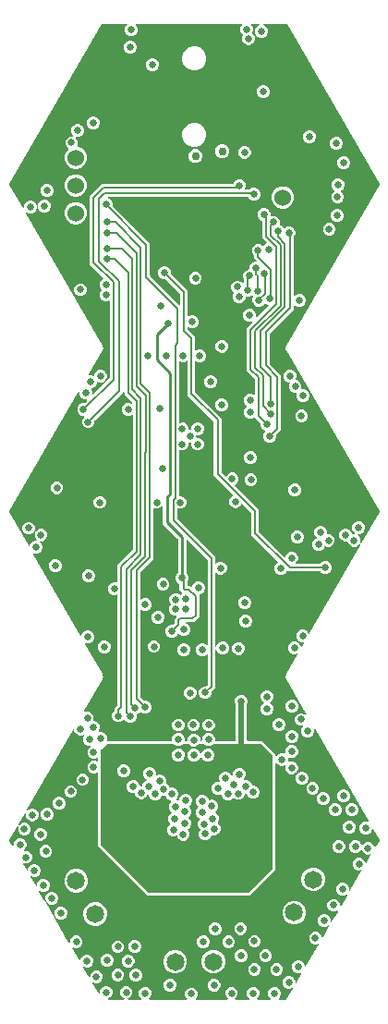
<source format=gbr>
G04 EAGLE Gerber RS-274X export*
G75*
%MOMM*%
%FSLAX34Y34*%
%LPD*%
%INCopper Layer 15*%
%IPPOS*%
%AMOC8*
5,1,8,0,0,1.08239X$1,22.5*%
G01*
%ADD10C,1.524000*%
%ADD11C,1.650000*%
%ADD12C,0.660400*%
%ADD13C,0.756400*%
%ADD14C,0.177800*%
%ADD15C,0.508000*%
%ADD16C,0.203200*%
%ADD17C,0.254000*%

G36*
X-64542Y-446407D02*
X-64542Y-446407D01*
X-64443Y-446393D01*
X-64432Y-446388D01*
X-64420Y-446386D01*
X-64334Y-446335D01*
X-64245Y-446287D01*
X-64238Y-446278D01*
X-64227Y-446271D01*
X-64164Y-446194D01*
X-64098Y-446118D01*
X-64093Y-446106D01*
X-64086Y-446097D01*
X-64054Y-446002D01*
X-64018Y-445908D01*
X-64018Y-445896D01*
X-64014Y-445885D01*
X-64017Y-445785D01*
X-64016Y-445684D01*
X-64020Y-445672D01*
X-64021Y-445660D01*
X-64058Y-445568D01*
X-64093Y-445473D01*
X-64101Y-445464D01*
X-64105Y-445453D01*
X-64173Y-445378D01*
X-64238Y-445302D01*
X-64249Y-445295D01*
X-64256Y-445287D01*
X-64297Y-445266D01*
X-64399Y-445205D01*
X-65794Y-444627D01*
X-67437Y-442984D01*
X-68327Y-440836D01*
X-68327Y-438512D01*
X-67437Y-436364D01*
X-65794Y-434721D01*
X-63646Y-433831D01*
X-61322Y-433831D01*
X-59174Y-434721D01*
X-57531Y-436364D01*
X-56641Y-438512D01*
X-56641Y-440836D01*
X-57531Y-442984D01*
X-59174Y-444627D01*
X-60569Y-445205D01*
X-60654Y-445259D01*
X-60741Y-445311D01*
X-60748Y-445320D01*
X-60758Y-445326D01*
X-60819Y-445407D01*
X-60882Y-445485D01*
X-60886Y-445496D01*
X-60893Y-445506D01*
X-60922Y-445602D01*
X-60954Y-445697D01*
X-60954Y-445709D01*
X-60957Y-445721D01*
X-60950Y-445822D01*
X-60947Y-445922D01*
X-60943Y-445933D01*
X-60942Y-445944D01*
X-60901Y-446037D01*
X-60863Y-446129D01*
X-60855Y-446138D01*
X-60850Y-446149D01*
X-60779Y-446221D01*
X-60712Y-446295D01*
X-60701Y-446301D01*
X-60693Y-446309D01*
X-60602Y-446351D01*
X-60512Y-446398D01*
X-60499Y-446400D01*
X-60489Y-446404D01*
X-60444Y-446408D01*
X-60327Y-446425D01*
X-49017Y-446425D01*
X-48929Y-446410D01*
X-48841Y-446400D01*
X-48819Y-446390D01*
X-48796Y-446386D01*
X-48719Y-446340D01*
X-48640Y-446301D01*
X-48623Y-446284D01*
X-48603Y-446271D01*
X-48547Y-446202D01*
X-48486Y-446138D01*
X-48476Y-446116D01*
X-48461Y-446097D01*
X-48433Y-446013D01*
X-48398Y-445931D01*
X-48397Y-445907D01*
X-48390Y-445885D01*
X-48392Y-445796D01*
X-48388Y-445707D01*
X-48395Y-445684D01*
X-48396Y-445660D01*
X-48430Y-445578D01*
X-48457Y-445493D01*
X-48473Y-445472D01*
X-48480Y-445453D01*
X-48514Y-445415D01*
X-48568Y-445343D01*
X-49911Y-444000D01*
X-50801Y-441852D01*
X-50801Y-439528D01*
X-49911Y-437380D01*
X-48268Y-435737D01*
X-46120Y-434847D01*
X-43796Y-434847D01*
X-41648Y-435737D01*
X-40005Y-437380D01*
X-39115Y-439528D01*
X-39115Y-441852D01*
X-40005Y-444000D01*
X-41348Y-445343D01*
X-41399Y-445416D01*
X-41455Y-445485D01*
X-41462Y-445507D01*
X-41476Y-445527D01*
X-41498Y-445613D01*
X-41526Y-445697D01*
X-41526Y-445721D01*
X-41532Y-445744D01*
X-41522Y-445833D01*
X-41520Y-445922D01*
X-41511Y-445944D01*
X-41508Y-445967D01*
X-41469Y-446047D01*
X-41436Y-446129D01*
X-41420Y-446147D01*
X-41409Y-446168D01*
X-41344Y-446229D01*
X-41284Y-446295D01*
X-41263Y-446306D01*
X-41246Y-446322D01*
X-41164Y-446357D01*
X-41085Y-446398D01*
X-41058Y-446401D01*
X-41039Y-446410D01*
X-40989Y-446412D01*
X-40899Y-446425D01*
X-7107Y-446425D01*
X-7019Y-446410D01*
X-6931Y-446400D01*
X-6909Y-446390D01*
X-6886Y-446386D01*
X-6809Y-446340D01*
X-6730Y-446301D01*
X-6713Y-446284D01*
X-6693Y-446271D01*
X-6637Y-446202D01*
X-6576Y-446138D01*
X-6566Y-446116D01*
X-6551Y-446097D01*
X-6523Y-446013D01*
X-6488Y-445931D01*
X-6487Y-445907D01*
X-6480Y-445885D01*
X-6482Y-445796D01*
X-6478Y-445707D01*
X-6485Y-445684D01*
X-6486Y-445660D01*
X-6520Y-445578D01*
X-6547Y-445493D01*
X-6563Y-445472D01*
X-6570Y-445453D01*
X-6604Y-445415D01*
X-6658Y-445343D01*
X-7493Y-444508D01*
X-8383Y-442360D01*
X-8383Y-440036D01*
X-7493Y-437888D01*
X-5850Y-436245D01*
X-3702Y-435355D01*
X-1378Y-435355D01*
X770Y-436245D01*
X2413Y-437888D01*
X3303Y-440036D01*
X3303Y-442360D01*
X2413Y-444508D01*
X1578Y-445343D01*
X1527Y-445416D01*
X1471Y-445485D01*
X1464Y-445507D01*
X1450Y-445527D01*
X1428Y-445613D01*
X1400Y-445697D01*
X1400Y-445721D01*
X1394Y-445744D01*
X1404Y-445833D01*
X1406Y-445922D01*
X1415Y-445944D01*
X1418Y-445967D01*
X1457Y-446047D01*
X1490Y-446129D01*
X1506Y-446147D01*
X1517Y-446168D01*
X1582Y-446229D01*
X1642Y-446295D01*
X1663Y-446306D01*
X1680Y-446322D01*
X1762Y-446357D01*
X1841Y-446398D01*
X1868Y-446401D01*
X1887Y-446410D01*
X1937Y-446412D01*
X2027Y-446425D01*
X30231Y-446425D01*
X30319Y-446409D01*
X30407Y-446400D01*
X30429Y-446390D01*
X30452Y-446386D01*
X30529Y-446340D01*
X30608Y-446301D01*
X30625Y-446284D01*
X30645Y-446271D01*
X30701Y-446202D01*
X30762Y-446138D01*
X30772Y-446116D01*
X30787Y-446097D01*
X30815Y-446013D01*
X30850Y-445931D01*
X30851Y-445907D01*
X30858Y-445885D01*
X30856Y-445796D01*
X30860Y-445707D01*
X30853Y-445684D01*
X30852Y-445660D01*
X30818Y-445578D01*
X30791Y-445493D01*
X30775Y-445472D01*
X30768Y-445453D01*
X30734Y-445415D01*
X30680Y-445343D01*
X29083Y-443746D01*
X28193Y-441598D01*
X28193Y-439274D01*
X29083Y-437126D01*
X30726Y-435483D01*
X32874Y-434593D01*
X35198Y-434593D01*
X37346Y-435483D01*
X38989Y-437126D01*
X39879Y-439274D01*
X39879Y-441598D01*
X38989Y-443746D01*
X37392Y-445343D01*
X37341Y-445416D01*
X37285Y-445485D01*
X37278Y-445507D01*
X37264Y-445527D01*
X37242Y-445613D01*
X37214Y-445697D01*
X37214Y-445721D01*
X37208Y-445744D01*
X37218Y-445833D01*
X37220Y-445922D01*
X37229Y-445944D01*
X37232Y-445967D01*
X37271Y-446047D01*
X37304Y-446129D01*
X37320Y-446147D01*
X37331Y-446168D01*
X37396Y-446229D01*
X37456Y-446295D01*
X37477Y-446306D01*
X37494Y-446322D01*
X37576Y-446357D01*
X37655Y-446398D01*
X37682Y-446401D01*
X37701Y-446410D01*
X37751Y-446412D01*
X37841Y-446425D01*
X50043Y-446425D01*
X50131Y-446410D01*
X50219Y-446400D01*
X50241Y-446390D01*
X50264Y-446386D01*
X50341Y-446340D01*
X50420Y-446301D01*
X50437Y-446284D01*
X50457Y-446271D01*
X50513Y-446202D01*
X50574Y-446138D01*
X50584Y-446116D01*
X50599Y-446097D01*
X50627Y-446013D01*
X50662Y-445931D01*
X50663Y-445907D01*
X50670Y-445885D01*
X50668Y-445796D01*
X50672Y-445707D01*
X50665Y-445684D01*
X50664Y-445660D01*
X50630Y-445578D01*
X50603Y-445493D01*
X50587Y-445472D01*
X50580Y-445453D01*
X50546Y-445415D01*
X50492Y-445343D01*
X49149Y-444000D01*
X48259Y-441852D01*
X48259Y-439528D01*
X49149Y-437380D01*
X50792Y-435737D01*
X52940Y-434847D01*
X55264Y-434847D01*
X57412Y-435737D01*
X59055Y-437380D01*
X59945Y-439528D01*
X59945Y-441852D01*
X59055Y-444000D01*
X57712Y-445343D01*
X57661Y-445416D01*
X57605Y-445485D01*
X57598Y-445507D01*
X57584Y-445527D01*
X57562Y-445613D01*
X57534Y-445697D01*
X57534Y-445721D01*
X57528Y-445744D01*
X57538Y-445833D01*
X57540Y-445922D01*
X57549Y-445944D01*
X57552Y-445967D01*
X57591Y-446047D01*
X57624Y-446129D01*
X57640Y-446147D01*
X57651Y-446168D01*
X57716Y-446229D01*
X57776Y-446295D01*
X57797Y-446306D01*
X57814Y-446322D01*
X57896Y-446357D01*
X57975Y-446398D01*
X58002Y-446401D01*
X58021Y-446410D01*
X58071Y-446412D01*
X58161Y-446425D01*
X69347Y-446425D01*
X69435Y-446410D01*
X69523Y-446400D01*
X69545Y-446390D01*
X69568Y-446386D01*
X69645Y-446340D01*
X69724Y-446301D01*
X69741Y-446284D01*
X69761Y-446271D01*
X69817Y-446202D01*
X69878Y-446138D01*
X69888Y-446116D01*
X69903Y-446097D01*
X69931Y-446013D01*
X69966Y-445931D01*
X69967Y-445907D01*
X69974Y-445885D01*
X69972Y-445796D01*
X69976Y-445707D01*
X69969Y-445684D01*
X69968Y-445660D01*
X69934Y-445578D01*
X69907Y-445493D01*
X69891Y-445472D01*
X69884Y-445453D01*
X69850Y-445415D01*
X69796Y-445343D01*
X68707Y-444254D01*
X67817Y-442106D01*
X67817Y-439782D01*
X68707Y-437634D01*
X70350Y-435991D01*
X72498Y-435101D01*
X74822Y-435101D01*
X76970Y-435991D01*
X78613Y-437634D01*
X79503Y-439782D01*
X79503Y-442106D01*
X78613Y-444254D01*
X77524Y-445343D01*
X77473Y-445416D01*
X77417Y-445485D01*
X77410Y-445507D01*
X77396Y-445527D01*
X77374Y-445613D01*
X77346Y-445697D01*
X77346Y-445721D01*
X77340Y-445744D01*
X77350Y-445833D01*
X77352Y-445922D01*
X77361Y-445944D01*
X77364Y-445967D01*
X77403Y-446047D01*
X77436Y-446129D01*
X77452Y-446147D01*
X77463Y-446168D01*
X77528Y-446229D01*
X77588Y-446295D01*
X77609Y-446306D01*
X77626Y-446322D01*
X77708Y-446357D01*
X77787Y-446398D01*
X77814Y-446401D01*
X77833Y-446410D01*
X77883Y-446412D01*
X77973Y-446425D01*
X84235Y-446425D01*
X84246Y-446423D01*
X84257Y-446425D01*
X84355Y-446404D01*
X84455Y-446386D01*
X84465Y-446380D01*
X84476Y-446377D01*
X84561Y-446323D01*
X84649Y-446271D01*
X84656Y-446263D01*
X84665Y-446257D01*
X84783Y-446110D01*
X90171Y-436868D01*
X90177Y-436849D01*
X90189Y-436834D01*
X90216Y-436744D01*
X90248Y-436657D01*
X90248Y-436638D01*
X90253Y-436619D01*
X90247Y-436526D01*
X90246Y-436433D01*
X90240Y-436414D01*
X90238Y-436395D01*
X90200Y-436310D01*
X90167Y-436223D01*
X90154Y-436208D01*
X90146Y-436190D01*
X90081Y-436124D01*
X90020Y-436054D01*
X90003Y-436044D01*
X89989Y-436030D01*
X89904Y-435991D01*
X89823Y-435946D01*
X89803Y-435944D01*
X89786Y-435935D01*
X89693Y-435928D01*
X89601Y-435914D01*
X89581Y-435919D01*
X89562Y-435917D01*
X89387Y-435961D01*
X89381Y-435962D01*
X89380Y-435962D01*
X87776Y-436627D01*
X85452Y-436627D01*
X83304Y-435737D01*
X81661Y-434094D01*
X80771Y-431946D01*
X80771Y-429622D01*
X81661Y-427474D01*
X83304Y-425831D01*
X85452Y-424941D01*
X87776Y-424941D01*
X89924Y-425831D01*
X91567Y-427474D01*
X92457Y-429622D01*
X92457Y-430599D01*
X92467Y-430657D01*
X92467Y-430715D01*
X92487Y-430766D01*
X92496Y-430820D01*
X92526Y-430870D01*
X92547Y-430925D01*
X92583Y-430966D01*
X92611Y-431013D01*
X92656Y-431050D01*
X92694Y-431094D01*
X92742Y-431120D01*
X92785Y-431155D01*
X92840Y-431173D01*
X92891Y-431201D01*
X92945Y-431209D01*
X92997Y-431227D01*
X93056Y-431225D01*
X93113Y-431233D01*
X93167Y-431222D01*
X93222Y-431220D01*
X93276Y-431198D01*
X93333Y-431186D01*
X93379Y-431156D01*
X93429Y-431136D01*
X93472Y-431096D01*
X93522Y-431065D01*
X93562Y-431014D01*
X93595Y-430984D01*
X93611Y-430954D01*
X93639Y-430919D01*
X98273Y-422970D01*
X98279Y-422952D01*
X98291Y-422936D01*
X98318Y-422847D01*
X98350Y-422759D01*
X98350Y-422740D01*
X98355Y-422721D01*
X98349Y-422628D01*
X98348Y-422535D01*
X98341Y-422517D01*
X98340Y-422497D01*
X98302Y-422412D01*
X98269Y-422325D01*
X98256Y-422310D01*
X98248Y-422293D01*
X98183Y-422226D01*
X98122Y-422156D01*
X98104Y-422147D01*
X98091Y-422133D01*
X98006Y-422093D01*
X97925Y-422049D01*
X97905Y-422046D01*
X97888Y-422038D01*
X97795Y-422030D01*
X97702Y-422017D01*
X97683Y-422021D01*
X97664Y-422019D01*
X97489Y-422063D01*
X97483Y-422064D01*
X97483Y-422065D01*
X97482Y-422065D01*
X96666Y-422403D01*
X94342Y-422403D01*
X92194Y-421513D01*
X90551Y-419870D01*
X89661Y-417722D01*
X89661Y-415398D01*
X90551Y-413250D01*
X92194Y-411607D01*
X94342Y-410717D01*
X96666Y-410717D01*
X98814Y-411607D01*
X100457Y-413250D01*
X101357Y-415423D01*
X101357Y-415466D01*
X101360Y-415473D01*
X101360Y-415478D01*
X101377Y-415519D01*
X101386Y-415571D01*
X101416Y-415621D01*
X101437Y-415675D01*
X101444Y-415684D01*
X101445Y-415685D01*
X101461Y-415704D01*
X101473Y-415717D01*
X101501Y-415764D01*
X101546Y-415801D01*
X101584Y-415845D01*
X101632Y-415871D01*
X101675Y-415905D01*
X101730Y-415924D01*
X101781Y-415952D01*
X101835Y-415960D01*
X101887Y-415977D01*
X101943Y-415976D01*
X101981Y-415981D01*
X101983Y-415981D01*
X101984Y-415981D01*
X102003Y-415984D01*
X102057Y-415972D01*
X102112Y-415971D01*
X102166Y-415949D01*
X102173Y-415947D01*
X102204Y-415942D01*
X102207Y-415940D01*
X102223Y-415936D01*
X102269Y-415907D01*
X102319Y-415886D01*
X102360Y-415849D01*
X102397Y-415827D01*
X102401Y-415822D01*
X102412Y-415816D01*
X102452Y-415765D01*
X102485Y-415735D01*
X102501Y-415705D01*
X102529Y-415669D01*
X113838Y-396271D01*
X113845Y-396252D01*
X113856Y-396237D01*
X113883Y-396147D01*
X113915Y-396060D01*
X113915Y-396040D01*
X113920Y-396022D01*
X113914Y-395928D01*
X113913Y-395836D01*
X113907Y-395817D01*
X113905Y-395798D01*
X113867Y-395713D01*
X113834Y-395626D01*
X113821Y-395611D01*
X113813Y-395593D01*
X113748Y-395527D01*
X113687Y-395457D01*
X113670Y-395447D01*
X113656Y-395433D01*
X113571Y-395394D01*
X113490Y-395349D01*
X113470Y-395347D01*
X113453Y-395338D01*
X113360Y-395331D01*
X113268Y-395317D01*
X113249Y-395322D01*
X113229Y-395320D01*
X113054Y-395364D01*
X113048Y-395365D01*
X113047Y-395365D01*
X112160Y-395733D01*
X109836Y-395733D01*
X107688Y-394843D01*
X106045Y-393200D01*
X105155Y-391052D01*
X105155Y-388728D01*
X106045Y-386580D01*
X107688Y-384937D01*
X109836Y-384047D01*
X112160Y-384047D01*
X114308Y-384937D01*
X115951Y-386580D01*
X116841Y-388728D01*
X116841Y-388772D01*
X116851Y-388830D01*
X116851Y-388888D01*
X116871Y-388939D01*
X116880Y-388993D01*
X116910Y-389044D01*
X116931Y-389098D01*
X116967Y-389139D01*
X116995Y-389187D01*
X117040Y-389223D01*
X117078Y-389267D01*
X117126Y-389293D01*
X117169Y-389328D01*
X117224Y-389347D01*
X117275Y-389374D01*
X117329Y-389382D01*
X117381Y-389400D01*
X117440Y-389398D01*
X117497Y-389406D01*
X117551Y-389395D01*
X117606Y-389393D01*
X117660Y-389371D01*
X117717Y-389359D01*
X117763Y-389329D01*
X117813Y-389309D01*
X117856Y-389270D01*
X117906Y-389238D01*
X117946Y-389187D01*
X117979Y-389157D01*
X117995Y-389127D01*
X118023Y-389092D01*
X123718Y-379324D01*
X123728Y-379294D01*
X123746Y-379268D01*
X123767Y-379189D01*
X123795Y-379113D01*
X123794Y-379081D01*
X123802Y-379051D01*
X123794Y-378970D01*
X123793Y-378888D01*
X123782Y-378859D01*
X123779Y-378828D01*
X123743Y-378755D01*
X123714Y-378679D01*
X123693Y-378655D01*
X123679Y-378627D01*
X123620Y-378571D01*
X123567Y-378509D01*
X123539Y-378494D01*
X123516Y-378473D01*
X123441Y-378441D01*
X123369Y-378402D01*
X123338Y-378398D01*
X123310Y-378386D01*
X123228Y-378382D01*
X123147Y-378370D01*
X123117Y-378377D01*
X123085Y-378376D01*
X123008Y-378401D01*
X122928Y-378418D01*
X122902Y-378435D01*
X122872Y-378444D01*
X122778Y-378514D01*
X122739Y-378539D01*
X122731Y-378548D01*
X122721Y-378556D01*
X122436Y-378841D01*
X120288Y-379731D01*
X117964Y-379731D01*
X115816Y-378841D01*
X114173Y-377198D01*
X113283Y-375050D01*
X113283Y-372726D01*
X114173Y-370578D01*
X115816Y-368935D01*
X117964Y-368045D01*
X120288Y-368045D01*
X122436Y-368935D01*
X124079Y-370578D01*
X124969Y-372726D01*
X124969Y-374830D01*
X124979Y-374888D01*
X124979Y-374946D01*
X124999Y-374997D01*
X125008Y-375051D01*
X125038Y-375101D01*
X125059Y-375156D01*
X125095Y-375197D01*
X125123Y-375244D01*
X125168Y-375281D01*
X125206Y-375325D01*
X125254Y-375351D01*
X125297Y-375386D01*
X125352Y-375404D01*
X125403Y-375432D01*
X125457Y-375440D01*
X125509Y-375457D01*
X125568Y-375456D01*
X125625Y-375464D01*
X125679Y-375452D01*
X125734Y-375451D01*
X125788Y-375429D01*
X125845Y-375417D01*
X125891Y-375387D01*
X125941Y-375367D01*
X125984Y-375327D01*
X126034Y-375296D01*
X126074Y-375245D01*
X126107Y-375215D01*
X126123Y-375185D01*
X126151Y-375150D01*
X131536Y-365912D01*
X131543Y-365893D01*
X131555Y-365878D01*
X131581Y-365788D01*
X131613Y-365701D01*
X131613Y-365681D01*
X131619Y-365663D01*
X131613Y-365569D01*
X131612Y-365476D01*
X131605Y-365458D01*
X131604Y-365439D01*
X131566Y-365354D01*
X131533Y-365267D01*
X131520Y-365252D01*
X131512Y-365234D01*
X131447Y-365168D01*
X131385Y-365097D01*
X131368Y-365088D01*
X131355Y-365074D01*
X131270Y-365035D01*
X131188Y-364990D01*
X131169Y-364987D01*
X131151Y-364979D01*
X131059Y-364972D01*
X130966Y-364958D01*
X130947Y-364962D01*
X130928Y-364961D01*
X130752Y-365005D01*
X130747Y-365006D01*
X130746Y-365006D01*
X128924Y-365761D01*
X126600Y-365761D01*
X124452Y-364871D01*
X122809Y-363228D01*
X121919Y-361080D01*
X121919Y-358756D01*
X122809Y-356608D01*
X124452Y-354965D01*
X126600Y-354075D01*
X128924Y-354075D01*
X131072Y-354965D01*
X132715Y-356608D01*
X133605Y-358756D01*
X133605Y-360017D01*
X133615Y-360074D01*
X133615Y-360132D01*
X133635Y-360183D01*
X133644Y-360237D01*
X133674Y-360288D01*
X133695Y-360342D01*
X133731Y-360383D01*
X133759Y-360431D01*
X133804Y-360467D01*
X133842Y-360511D01*
X133890Y-360537D01*
X133933Y-360572D01*
X133988Y-360591D01*
X134039Y-360618D01*
X134093Y-360626D01*
X134145Y-360644D01*
X134204Y-360642D01*
X134261Y-360650D01*
X134315Y-360639D01*
X134370Y-360637D01*
X134424Y-360615D01*
X134481Y-360603D01*
X134527Y-360573D01*
X134577Y-360553D01*
X134620Y-360514D01*
X134670Y-360482D01*
X134710Y-360431D01*
X134743Y-360402D01*
X134759Y-360371D01*
X134787Y-360336D01*
X140076Y-351263D01*
X140083Y-351245D01*
X140095Y-351229D01*
X140121Y-351140D01*
X140153Y-351052D01*
X140153Y-351033D01*
X140159Y-351014D01*
X140152Y-350921D01*
X140152Y-350828D01*
X140145Y-350810D01*
X140144Y-350790D01*
X140105Y-350705D01*
X140073Y-350618D01*
X140060Y-350603D01*
X140052Y-350585D01*
X139986Y-350519D01*
X139925Y-350449D01*
X139908Y-350440D01*
X139894Y-350426D01*
X139810Y-350386D01*
X139728Y-350342D01*
X139709Y-350339D01*
X139691Y-350331D01*
X139598Y-350323D01*
X139506Y-350310D01*
X139487Y-350314D01*
X139467Y-350312D01*
X139292Y-350356D01*
X139287Y-350357D01*
X139286Y-350357D01*
X139286Y-350358D01*
X137052Y-351283D01*
X134728Y-351283D01*
X132580Y-350393D01*
X130937Y-348750D01*
X130047Y-346602D01*
X130047Y-344278D01*
X130937Y-342130D01*
X132580Y-340487D01*
X134728Y-339597D01*
X137052Y-339597D01*
X139200Y-340487D01*
X140843Y-342130D01*
X141733Y-344278D01*
X141733Y-346074D01*
X141743Y-346132D01*
X141743Y-346190D01*
X141763Y-346241D01*
X141772Y-346295D01*
X141802Y-346345D01*
X141823Y-346400D01*
X141859Y-346441D01*
X141887Y-346488D01*
X141932Y-346525D01*
X141970Y-346569D01*
X142018Y-346595D01*
X142061Y-346630D01*
X142116Y-346648D01*
X142167Y-346676D01*
X142221Y-346684D01*
X142273Y-346702D01*
X142332Y-346700D01*
X142389Y-346708D01*
X142443Y-346697D01*
X142498Y-346695D01*
X142552Y-346673D01*
X142609Y-346661D01*
X142655Y-346631D01*
X142705Y-346611D01*
X142748Y-346571D01*
X142798Y-346540D01*
X142838Y-346489D01*
X142871Y-346459D01*
X142887Y-346429D01*
X142915Y-346394D01*
X153265Y-328639D01*
X153272Y-328621D01*
X153284Y-328605D01*
X153310Y-328516D01*
X153342Y-328429D01*
X153342Y-328409D01*
X153348Y-328390D01*
X153341Y-328297D01*
X153341Y-328204D01*
X153334Y-328186D01*
X153333Y-328166D01*
X153294Y-328081D01*
X153262Y-327994D01*
X153249Y-327980D01*
X153241Y-327962D01*
X153175Y-327895D01*
X153114Y-327825D01*
X153097Y-327816D01*
X153083Y-327802D01*
X152999Y-327762D01*
X152917Y-327718D01*
X152898Y-327715D01*
X152880Y-327707D01*
X152787Y-327699D01*
X152695Y-327686D01*
X152676Y-327690D01*
X152656Y-327689D01*
X152481Y-327732D01*
X152476Y-327733D01*
X152475Y-327734D01*
X152038Y-327915D01*
X149714Y-327915D01*
X147566Y-327025D01*
X145923Y-325382D01*
X145033Y-323234D01*
X145033Y-320910D01*
X145923Y-318762D01*
X147566Y-317119D01*
X149714Y-316229D01*
X152038Y-316229D01*
X154186Y-317119D01*
X155829Y-318762D01*
X156666Y-320783D01*
X156692Y-320823D01*
X156708Y-320866D01*
X156752Y-320916D01*
X156788Y-320972D01*
X156825Y-321000D01*
X156855Y-321035D01*
X156914Y-321067D01*
X156967Y-321107D01*
X157012Y-321120D01*
X157053Y-321143D01*
X157118Y-321152D01*
X157182Y-321171D01*
X157229Y-321168D01*
X157275Y-321175D01*
X157339Y-321161D01*
X157406Y-321156D01*
X157448Y-321137D01*
X157494Y-321127D01*
X157550Y-321091D01*
X157610Y-321064D01*
X157644Y-321032D01*
X157683Y-321006D01*
X157735Y-320942D01*
X157770Y-320907D01*
X157781Y-320885D01*
X157800Y-320860D01*
X161724Y-314130D01*
X161731Y-314111D01*
X161743Y-314096D01*
X161769Y-314006D01*
X161801Y-313919D01*
X161801Y-313899D01*
X161807Y-313880D01*
X161800Y-313788D01*
X161800Y-313694D01*
X161793Y-313676D01*
X161792Y-313657D01*
X161753Y-313572D01*
X161721Y-313485D01*
X161708Y-313470D01*
X161700Y-313452D01*
X161634Y-313386D01*
X161573Y-313315D01*
X161556Y-313306D01*
X161542Y-313292D01*
X161458Y-313253D01*
X161376Y-313208D01*
X161357Y-313205D01*
X161339Y-313197D01*
X161246Y-313189D01*
X161154Y-313176D01*
X161135Y-313180D01*
X161115Y-313179D01*
X160940Y-313222D01*
X160935Y-313224D01*
X160934Y-313224D01*
X160933Y-313224D01*
X160420Y-313437D01*
X158096Y-313437D01*
X155948Y-312547D01*
X154305Y-310904D01*
X153739Y-309538D01*
X153691Y-309463D01*
X153648Y-309384D01*
X153631Y-309369D01*
X153618Y-309349D01*
X153547Y-309295D01*
X153480Y-309237D01*
X153457Y-309228D01*
X153438Y-309214D01*
X153353Y-309189D01*
X153270Y-309157D01*
X153246Y-309157D01*
X153223Y-309150D01*
X153134Y-309156D01*
X153046Y-309155D01*
X153023Y-309163D01*
X153000Y-309165D01*
X152918Y-309201D01*
X152835Y-309232D01*
X152817Y-309247D01*
X152795Y-309257D01*
X152731Y-309319D01*
X152664Y-309377D01*
X152650Y-309400D01*
X152635Y-309414D01*
X152614Y-309460D01*
X152567Y-309538D01*
X152527Y-309634D01*
X150884Y-311277D01*
X148736Y-312167D01*
X146412Y-312167D01*
X144264Y-311277D01*
X142621Y-309634D01*
X141731Y-307486D01*
X141731Y-305162D01*
X142621Y-303014D01*
X144264Y-301371D01*
X146412Y-300481D01*
X148736Y-300481D01*
X150884Y-301371D01*
X152527Y-303014D01*
X153093Y-304380D01*
X153141Y-304455D01*
X153184Y-304534D01*
X153201Y-304549D01*
X153214Y-304569D01*
X153285Y-304623D01*
X153352Y-304681D01*
X153375Y-304690D01*
X153394Y-304704D01*
X153479Y-304729D01*
X153562Y-304761D01*
X153586Y-304761D01*
X153609Y-304768D01*
X153698Y-304762D01*
X153786Y-304763D01*
X153809Y-304755D01*
X153832Y-304753D01*
X153914Y-304717D01*
X153997Y-304686D01*
X154015Y-304671D01*
X154037Y-304661D01*
X154101Y-304599D01*
X154168Y-304541D01*
X154182Y-304518D01*
X154197Y-304504D01*
X154218Y-304458D01*
X154265Y-304380D01*
X154305Y-304284D01*
X155948Y-302641D01*
X158096Y-301751D01*
X160420Y-301751D01*
X162568Y-302641D01*
X164211Y-304284D01*
X165073Y-306364D01*
X165098Y-306403D01*
X165114Y-306447D01*
X165158Y-306497D01*
X165194Y-306553D01*
X165231Y-306581D01*
X165262Y-306616D01*
X165320Y-306648D01*
X165373Y-306688D01*
X165418Y-306701D01*
X165459Y-306723D01*
X165525Y-306733D01*
X165588Y-306752D01*
X165635Y-306748D01*
X165681Y-306755D01*
X165746Y-306741D01*
X165812Y-306737D01*
X165855Y-306718D01*
X165900Y-306708D01*
X165956Y-306672D01*
X166017Y-306645D01*
X166050Y-306612D01*
X166089Y-306587D01*
X166141Y-306522D01*
X166177Y-306487D01*
X166187Y-306465D01*
X166207Y-306441D01*
X169499Y-300792D01*
X169504Y-300779D01*
X169513Y-300768D01*
X169542Y-300675D01*
X169576Y-300582D01*
X169576Y-300568D01*
X169580Y-300554D01*
X169576Y-300456D01*
X169575Y-300357D01*
X169570Y-300344D01*
X169569Y-300330D01*
X169501Y-300156D01*
X163914Y-290480D01*
X163883Y-290443D01*
X163861Y-290401D01*
X163812Y-290358D01*
X163770Y-290308D01*
X163728Y-290285D01*
X163692Y-290253D01*
X163631Y-290230D01*
X163574Y-290198D01*
X163527Y-290191D01*
X163482Y-290174D01*
X163417Y-290173D01*
X163353Y-290163D01*
X163306Y-290172D01*
X163258Y-290172D01*
X163196Y-290194D01*
X163133Y-290207D01*
X163092Y-290232D01*
X163047Y-290248D01*
X162997Y-290291D01*
X162942Y-290325D01*
X162912Y-290363D01*
X162876Y-290394D01*
X162834Y-290463D01*
X162804Y-290502D01*
X162796Y-290526D01*
X162779Y-290554D01*
X161925Y-292616D01*
X160282Y-294259D01*
X158134Y-295149D01*
X155810Y-295149D01*
X153662Y-294259D01*
X152019Y-292616D01*
X151129Y-290468D01*
X151129Y-288144D01*
X152019Y-285996D01*
X153662Y-284353D01*
X155810Y-283463D01*
X158134Y-283463D01*
X158681Y-283690D01*
X158699Y-283694D01*
X158714Y-283702D01*
X158807Y-283717D01*
X158900Y-283738D01*
X158918Y-283735D01*
X158936Y-283738D01*
X159029Y-283719D01*
X159122Y-283706D01*
X159138Y-283697D01*
X159156Y-283694D01*
X159236Y-283644D01*
X159319Y-283599D01*
X159331Y-283586D01*
X159347Y-283576D01*
X159405Y-283501D01*
X159467Y-283430D01*
X159474Y-283413D01*
X159485Y-283399D01*
X159513Y-283309D01*
X159547Y-283221D01*
X159547Y-283202D01*
X159552Y-283185D01*
X159548Y-283091D01*
X159549Y-282996D01*
X159542Y-282979D01*
X159541Y-282961D01*
X159473Y-282787D01*
X111166Y-199115D01*
X111128Y-199069D01*
X111097Y-199018D01*
X111056Y-198984D01*
X111021Y-198943D01*
X110970Y-198914D01*
X110923Y-198877D01*
X110873Y-198859D01*
X110826Y-198833D01*
X110767Y-198824D01*
X110711Y-198805D01*
X110657Y-198806D01*
X110605Y-198798D01*
X110546Y-198810D01*
X110486Y-198811D01*
X110437Y-198831D01*
X110385Y-198842D01*
X110334Y-198873D01*
X110279Y-198896D01*
X110239Y-198932D01*
X110194Y-198960D01*
X110157Y-199007D01*
X110113Y-199047D01*
X110088Y-199095D01*
X110056Y-199137D01*
X110038Y-199193D01*
X110010Y-199247D01*
X110001Y-199309D01*
X109988Y-199351D01*
X109990Y-199385D01*
X109983Y-199432D01*
X109983Y-201314D01*
X109093Y-203462D01*
X107450Y-205105D01*
X105302Y-205995D01*
X102978Y-205995D01*
X100830Y-205105D01*
X99187Y-203462D01*
X98297Y-201314D01*
X98297Y-198990D01*
X99187Y-196842D01*
X99366Y-196663D01*
X99417Y-196590D01*
X99473Y-196521D01*
X99480Y-196499D01*
X99494Y-196479D01*
X99516Y-196393D01*
X99544Y-196309D01*
X99544Y-196285D01*
X99550Y-196262D01*
X99540Y-196173D01*
X99538Y-196084D01*
X99529Y-196063D01*
X99527Y-196039D01*
X99487Y-195959D01*
X99454Y-195877D01*
X99438Y-195859D01*
X99427Y-195838D01*
X99362Y-195777D01*
X99302Y-195711D01*
X99281Y-195700D01*
X99264Y-195684D01*
X99182Y-195649D01*
X99103Y-195608D01*
X99076Y-195605D01*
X99057Y-195596D01*
X99007Y-195594D01*
X98917Y-195581D01*
X96882Y-195581D01*
X94734Y-194691D01*
X93091Y-193048D01*
X92201Y-190900D01*
X92201Y-188576D01*
X93091Y-186428D01*
X94734Y-184785D01*
X96882Y-183895D01*
X99206Y-183895D01*
X101354Y-184785D01*
X101589Y-185020D01*
X101614Y-185038D01*
X101633Y-185061D01*
X101706Y-185101D01*
X101774Y-185149D01*
X101803Y-185156D01*
X101829Y-185171D01*
X101911Y-185184D01*
X101991Y-185205D01*
X102021Y-185201D01*
X102050Y-185206D01*
X102132Y-185190D01*
X102214Y-185181D01*
X102241Y-185168D01*
X102270Y-185162D01*
X102341Y-185119D01*
X102415Y-185082D01*
X102436Y-185060D01*
X102461Y-185044D01*
X102512Y-184979D01*
X102569Y-184919D01*
X102581Y-184891D01*
X102599Y-184867D01*
X102624Y-184788D01*
X102656Y-184712D01*
X102658Y-184682D01*
X102667Y-184653D01*
X102663Y-184571D01*
X102666Y-184488D01*
X102657Y-184459D01*
X102656Y-184429D01*
X102612Y-184317D01*
X102598Y-184274D01*
X102591Y-184265D01*
X102587Y-184255D01*
X84462Y-152860D01*
X84415Y-152804D01*
X84375Y-152743D01*
X84339Y-152715D01*
X84317Y-152688D01*
X84279Y-152667D01*
X84228Y-152627D01*
X83994Y-152493D01*
X83790Y-151739D01*
X83771Y-151697D01*
X83727Y-151588D01*
X83337Y-150912D01*
X83407Y-150651D01*
X83413Y-150579D01*
X83428Y-150508D01*
X83423Y-150462D01*
X83425Y-150428D01*
X83414Y-150386D01*
X83406Y-150321D01*
X83336Y-150062D01*
X83724Y-149384D01*
X83740Y-149341D01*
X83787Y-149233D01*
X83989Y-148478D01*
X84222Y-148344D01*
X84278Y-148297D01*
X84339Y-148257D01*
X84367Y-148221D01*
X84394Y-148199D01*
X84415Y-148161D01*
X84455Y-148110D01*
X94692Y-130264D01*
X94698Y-130248D01*
X94709Y-130234D01*
X94736Y-130143D01*
X94768Y-130053D01*
X94768Y-130036D01*
X94773Y-130019D01*
X94766Y-129924D01*
X94765Y-129828D01*
X94759Y-129812D01*
X94758Y-129795D01*
X94719Y-129708D01*
X94684Y-129619D01*
X94673Y-129606D01*
X94666Y-129590D01*
X94599Y-129523D01*
X94536Y-129451D01*
X94520Y-129443D01*
X94508Y-129431D01*
X94422Y-129390D01*
X94338Y-129345D01*
X94321Y-129343D01*
X94305Y-129336D01*
X94210Y-129328D01*
X94116Y-129315D01*
X94099Y-129319D01*
X94081Y-129317D01*
X93900Y-129363D01*
X92856Y-129795D01*
X90532Y-129795D01*
X88384Y-128905D01*
X86741Y-127262D01*
X85851Y-125114D01*
X85851Y-122790D01*
X86741Y-120642D01*
X88384Y-118999D01*
X90532Y-118109D01*
X92856Y-118109D01*
X95004Y-118999D01*
X96647Y-120642D01*
X97537Y-122790D01*
X97537Y-122926D01*
X97547Y-122985D01*
X97548Y-123046D01*
X97567Y-123095D01*
X97576Y-123146D01*
X97607Y-123198D01*
X97629Y-123255D01*
X97664Y-123294D01*
X97691Y-123340D01*
X97737Y-123378D01*
X97778Y-123423D01*
X97824Y-123448D01*
X97865Y-123481D01*
X97922Y-123500D01*
X97975Y-123529D01*
X98028Y-123536D01*
X98077Y-123553D01*
X98138Y-123551D01*
X98198Y-123559D01*
X98249Y-123548D01*
X98302Y-123546D01*
X98357Y-123523D01*
X98417Y-123510D01*
X98461Y-123482D01*
X98509Y-123462D01*
X98554Y-123421D01*
X98605Y-123388D01*
X98643Y-123339D01*
X98675Y-123310D01*
X98691Y-123279D01*
X98721Y-123241D01*
X100682Y-119823D01*
X100684Y-119817D01*
X100687Y-119813D01*
X100721Y-119713D01*
X100758Y-119611D01*
X100758Y-119606D01*
X100759Y-119601D01*
X100756Y-119495D01*
X100755Y-119387D01*
X100753Y-119382D01*
X100753Y-119376D01*
X100713Y-119278D01*
X100674Y-119178D01*
X100670Y-119173D01*
X100668Y-119169D01*
X100597Y-119090D01*
X100525Y-119010D01*
X100521Y-119007D01*
X100517Y-119003D01*
X100422Y-118954D01*
X100328Y-118904D01*
X100322Y-118903D01*
X100317Y-118900D01*
X100132Y-118873D01*
X98152Y-118873D01*
X96004Y-117983D01*
X94361Y-116340D01*
X93471Y-114192D01*
X93471Y-111868D01*
X94361Y-109720D01*
X96004Y-108077D01*
X98152Y-107187D01*
X100476Y-107187D01*
X102624Y-108077D01*
X104267Y-109720D01*
X104700Y-110765D01*
X104726Y-110806D01*
X104744Y-110852D01*
X104786Y-110900D01*
X104821Y-110954D01*
X104860Y-110983D01*
X104893Y-111020D01*
X104949Y-111050D01*
X105000Y-111089D01*
X105047Y-111103D01*
X105090Y-111126D01*
X105154Y-111134D01*
X105216Y-111153D01*
X105264Y-111150D01*
X105313Y-111156D01*
X105375Y-111142D01*
X105439Y-111138D01*
X105484Y-111118D01*
X105532Y-111107D01*
X105586Y-111072D01*
X105644Y-111046D01*
X105679Y-111012D01*
X105720Y-110985D01*
X105769Y-110923D01*
X105804Y-110888D01*
X105815Y-110865D01*
X105836Y-110838D01*
X152170Y-30068D01*
X152179Y-30041D01*
X152196Y-30017D01*
X152217Y-29936D01*
X152245Y-29857D01*
X152245Y-29828D01*
X152252Y-29799D01*
X152243Y-29716D01*
X152242Y-29632D01*
X152232Y-29605D01*
X152229Y-29576D01*
X152192Y-29501D01*
X152161Y-29423D01*
X152142Y-29401D01*
X152129Y-29375D01*
X152068Y-29318D01*
X152013Y-29255D01*
X151987Y-29241D01*
X151966Y-29221D01*
X151889Y-29189D01*
X151815Y-29149D01*
X151786Y-29145D01*
X151759Y-29134D01*
X151676Y-29130D01*
X151593Y-29119D01*
X151564Y-29125D01*
X151535Y-29124D01*
X151456Y-29149D01*
X151374Y-29168D01*
X151349Y-29184D01*
X151322Y-29192D01*
X151222Y-29266D01*
X151186Y-29290D01*
X151179Y-29298D01*
X151171Y-29304D01*
X149868Y-30607D01*
X147720Y-31497D01*
X145396Y-31497D01*
X143248Y-30607D01*
X141605Y-28964D01*
X140689Y-26754D01*
X140654Y-26699D01*
X140627Y-26638D01*
X140594Y-26605D01*
X140568Y-26565D01*
X140516Y-26526D01*
X140469Y-26479D01*
X140427Y-26459D01*
X140389Y-26430D01*
X140326Y-26412D01*
X140266Y-26384D01*
X140219Y-26380D01*
X140174Y-26366D01*
X140108Y-26371D01*
X140043Y-26365D01*
X139989Y-26379D01*
X139950Y-26381D01*
X139914Y-26397D01*
X139861Y-26411D01*
X139846Y-26417D01*
X137522Y-26417D01*
X135374Y-25527D01*
X133731Y-23884D01*
X132841Y-21736D01*
X132841Y-19412D01*
X133731Y-17264D01*
X135374Y-15621D01*
X137522Y-14731D01*
X139846Y-14731D01*
X141994Y-15621D01*
X143637Y-17264D01*
X144553Y-19474D01*
X144588Y-19529D01*
X144615Y-19590D01*
X144648Y-19623D01*
X144674Y-19663D01*
X144726Y-19702D01*
X144773Y-19749D01*
X144815Y-19769D01*
X144853Y-19798D01*
X144916Y-19816D01*
X144976Y-19844D01*
X145023Y-19848D01*
X145068Y-19862D01*
X145134Y-19857D01*
X145199Y-19863D01*
X145253Y-19849D01*
X145292Y-19847D01*
X145328Y-19831D01*
X145381Y-19817D01*
X145396Y-19811D01*
X146669Y-19811D01*
X146757Y-19795D01*
X146845Y-19786D01*
X146867Y-19776D01*
X146890Y-19772D01*
X146967Y-19726D01*
X147046Y-19687D01*
X147063Y-19670D01*
X147083Y-19657D01*
X147139Y-19588D01*
X147200Y-19524D01*
X147210Y-19502D01*
X147225Y-19483D01*
X147253Y-19399D01*
X147288Y-19317D01*
X147289Y-19293D01*
X147296Y-19271D01*
X147294Y-19182D01*
X147298Y-19093D01*
X147291Y-19070D01*
X147290Y-19046D01*
X147256Y-18964D01*
X147229Y-18879D01*
X147213Y-18858D01*
X147206Y-18839D01*
X147172Y-18801D01*
X147118Y-18729D01*
X145669Y-17280D01*
X144779Y-15132D01*
X144779Y-12808D01*
X145669Y-10660D01*
X147312Y-9017D01*
X149460Y-8127D01*
X151784Y-8127D01*
X153932Y-9017D01*
X155575Y-10660D01*
X156465Y-12808D01*
X156465Y-15132D01*
X155575Y-17280D01*
X153932Y-18923D01*
X151784Y-19813D01*
X150511Y-19813D01*
X150423Y-19829D01*
X150335Y-19838D01*
X150313Y-19848D01*
X150290Y-19852D01*
X150213Y-19898D01*
X150134Y-19937D01*
X150117Y-19954D01*
X150097Y-19967D01*
X150041Y-20036D01*
X149980Y-20100D01*
X149970Y-20122D01*
X149955Y-20141D01*
X149927Y-20225D01*
X149892Y-20307D01*
X149891Y-20331D01*
X149884Y-20353D01*
X149886Y-20442D01*
X149882Y-20531D01*
X149889Y-20554D01*
X149890Y-20578D01*
X149924Y-20660D01*
X149951Y-20745D01*
X149967Y-20766D01*
X149974Y-20785D01*
X150008Y-20823D01*
X150062Y-20895D01*
X151511Y-22344D01*
X152401Y-24492D01*
X152401Y-26816D01*
X151939Y-27932D01*
X151923Y-28002D01*
X151899Y-28070D01*
X151900Y-28111D01*
X151891Y-28151D01*
X151901Y-28222D01*
X151902Y-28294D01*
X151917Y-28333D01*
X151922Y-28373D01*
X151957Y-28436D01*
X151983Y-28504D01*
X152010Y-28534D01*
X152029Y-28570D01*
X152083Y-28618D01*
X152131Y-28672D01*
X152167Y-28691D01*
X152198Y-28718D01*
X152265Y-28744D01*
X152329Y-28778D01*
X152370Y-28783D01*
X152408Y-28798D01*
X152480Y-28798D01*
X152551Y-28808D01*
X152591Y-28799D01*
X152632Y-28799D01*
X152700Y-28775D01*
X152770Y-28759D01*
X152805Y-28737D01*
X152843Y-28723D01*
X152898Y-28676D01*
X152959Y-28637D01*
X152988Y-28600D01*
X153014Y-28578D01*
X153042Y-28532D01*
X153075Y-28490D01*
X169510Y161D01*
X169514Y172D01*
X169521Y181D01*
X169552Y277D01*
X169586Y372D01*
X169585Y384D01*
X169589Y395D01*
X169584Y495D01*
X169583Y596D01*
X169578Y607D01*
X169578Y619D01*
X169509Y793D01*
X84459Y148109D01*
X84413Y148164D01*
X84374Y148224D01*
X84337Y148254D01*
X84314Y148280D01*
X84276Y148302D01*
X84227Y148341D01*
X83989Y148478D01*
X83788Y149228D01*
X83769Y149268D01*
X83725Y149381D01*
X83337Y150052D01*
X83408Y150318D01*
X83414Y150389D01*
X83429Y150460D01*
X83424Y150507D01*
X83427Y150541D01*
X83415Y150583D01*
X83408Y150646D01*
X83337Y150912D01*
X83725Y151583D01*
X83740Y151626D01*
X83788Y151736D01*
X83989Y152486D01*
X84227Y152623D01*
X84282Y152669D01*
X84342Y152708D01*
X84372Y152745D01*
X84398Y152768D01*
X84420Y152806D01*
X84459Y152855D01*
X169506Y300165D01*
X169510Y300177D01*
X169518Y300187D01*
X169548Y300282D01*
X169582Y300376D01*
X169582Y300389D01*
X169586Y300401D01*
X169581Y300500D01*
X169580Y300600D01*
X169575Y300612D01*
X169575Y300625D01*
X169506Y300799D01*
X85028Y447124D01*
X85019Y447134D01*
X85015Y447145D01*
X84947Y447219D01*
X84883Y447296D01*
X84872Y447302D01*
X84863Y447311D01*
X84774Y447357D01*
X84687Y447406D01*
X84675Y447408D01*
X84664Y447414D01*
X84478Y447441D01*
X63625Y447441D01*
X63526Y447423D01*
X63427Y447409D01*
X63416Y447404D01*
X63404Y447402D01*
X63318Y447351D01*
X63229Y447303D01*
X63222Y447294D01*
X63211Y447287D01*
X63148Y447210D01*
X63082Y447134D01*
X63077Y447122D01*
X63070Y447113D01*
X63038Y447018D01*
X63002Y446924D01*
X63002Y446912D01*
X62998Y446901D01*
X63001Y446801D01*
X63000Y446700D01*
X63004Y446688D01*
X63005Y446676D01*
X63042Y446584D01*
X63077Y446489D01*
X63085Y446480D01*
X63089Y446469D01*
X63157Y446394D01*
X63222Y446318D01*
X63233Y446311D01*
X63240Y446303D01*
X63281Y446282D01*
X63383Y446221D01*
X64778Y445643D01*
X66421Y444000D01*
X67311Y441852D01*
X67311Y439528D01*
X66421Y437380D01*
X64778Y435737D01*
X62630Y434847D01*
X60306Y434847D01*
X58158Y435737D01*
X56515Y437380D01*
X55625Y439528D01*
X55625Y441852D01*
X56515Y444000D01*
X58158Y445643D01*
X59553Y446221D01*
X59638Y446275D01*
X59725Y446327D01*
X59732Y446336D01*
X59742Y446342D01*
X59803Y446423D01*
X59866Y446501D01*
X59870Y446512D01*
X59877Y446522D01*
X59906Y446618D01*
X59938Y446713D01*
X59938Y446725D01*
X59941Y446737D01*
X59934Y446838D01*
X59931Y446938D01*
X59927Y446949D01*
X59926Y446960D01*
X59885Y447053D01*
X59847Y447145D01*
X59839Y447154D01*
X59834Y447165D01*
X59763Y447237D01*
X59696Y447311D01*
X59685Y447317D01*
X59677Y447325D01*
X59586Y447367D01*
X59496Y447414D01*
X59483Y447416D01*
X59473Y447420D01*
X59428Y447424D01*
X59311Y447441D01*
X53081Y447441D01*
X52993Y447426D01*
X52905Y447416D01*
X52883Y447406D01*
X52860Y447402D01*
X52783Y447356D01*
X52703Y447317D01*
X52687Y447300D01*
X52667Y447287D01*
X52611Y447218D01*
X52550Y447154D01*
X52540Y447132D01*
X52525Y447113D01*
X52497Y447029D01*
X52462Y446947D01*
X52461Y446923D01*
X52454Y446901D01*
X52456Y446812D01*
X52452Y446723D01*
X52459Y446700D01*
X52460Y446676D01*
X52494Y446594D01*
X52521Y446509D01*
X52537Y446488D01*
X52544Y446469D01*
X52578Y446431D01*
X52632Y446359D01*
X53213Y445778D01*
X54103Y443630D01*
X54103Y441306D01*
X53305Y439381D01*
X53294Y439328D01*
X53273Y439278D01*
X53270Y439219D01*
X53258Y439162D01*
X53265Y439108D01*
X53263Y439054D01*
X53281Y438998D01*
X53289Y438940D01*
X53315Y438892D01*
X53331Y438841D01*
X53374Y438783D01*
X53396Y438742D01*
X53419Y438722D01*
X53443Y438690D01*
X54737Y437396D01*
X55627Y435248D01*
X55627Y432924D01*
X54737Y430776D01*
X53094Y429133D01*
X50946Y428243D01*
X48622Y428243D01*
X46474Y429133D01*
X44831Y430776D01*
X43941Y432924D01*
X43941Y435248D01*
X44739Y437173D01*
X44750Y437226D01*
X44771Y437276D01*
X44774Y437335D01*
X44786Y437392D01*
X44779Y437446D01*
X44781Y437500D01*
X44763Y437556D01*
X44755Y437614D01*
X44729Y437662D01*
X44713Y437713D01*
X44670Y437771D01*
X44648Y437812D01*
X44625Y437832D01*
X44601Y437864D01*
X43307Y439158D01*
X42417Y441306D01*
X42417Y443630D01*
X43307Y445778D01*
X43888Y446359D01*
X43939Y446432D01*
X43995Y446501D01*
X44002Y446523D01*
X44016Y446543D01*
X44038Y446629D01*
X44066Y446713D01*
X44066Y446737D01*
X44072Y446760D01*
X44062Y446849D01*
X44060Y446938D01*
X44051Y446960D01*
X44048Y446983D01*
X44009Y447063D01*
X43976Y447145D01*
X43960Y447163D01*
X43949Y447184D01*
X43884Y447245D01*
X43824Y447311D01*
X43803Y447322D01*
X43786Y447338D01*
X43704Y447373D01*
X43625Y447414D01*
X43598Y447417D01*
X43579Y447426D01*
X43529Y447428D01*
X43439Y447441D01*
X-53345Y447441D01*
X-53433Y447426D01*
X-53521Y447416D01*
X-53543Y447406D01*
X-53566Y447402D01*
X-53643Y447356D01*
X-53722Y447317D01*
X-53739Y447300D01*
X-53759Y447287D01*
X-53815Y447218D01*
X-53876Y447154D01*
X-53886Y447132D01*
X-53901Y447113D01*
X-53929Y447029D01*
X-53964Y446947D01*
X-53965Y446923D01*
X-53972Y446901D01*
X-53970Y446812D01*
X-53974Y446723D01*
X-53967Y446700D01*
X-53966Y446676D01*
X-53932Y446594D01*
X-53905Y446509D01*
X-53889Y446488D01*
X-53882Y446469D01*
X-53848Y446431D01*
X-53794Y446359D01*
X-52705Y445270D01*
X-51815Y443122D01*
X-51815Y440798D01*
X-52705Y438650D01*
X-54348Y437007D01*
X-56496Y436117D01*
X-58820Y436117D01*
X-60968Y437007D01*
X-62611Y438650D01*
X-63501Y440798D01*
X-63501Y443122D01*
X-62611Y445270D01*
X-61522Y446359D01*
X-61471Y446432D01*
X-61415Y446501D01*
X-61408Y446523D01*
X-61394Y446543D01*
X-61372Y446629D01*
X-61344Y446713D01*
X-61344Y446737D01*
X-61338Y446760D01*
X-61348Y446849D01*
X-61350Y446938D01*
X-61359Y446960D01*
X-61362Y446983D01*
X-61401Y447063D01*
X-61434Y447145D01*
X-61450Y447163D01*
X-61461Y447184D01*
X-61526Y447245D01*
X-61586Y447311D01*
X-61607Y447322D01*
X-61624Y447338D01*
X-61706Y447373D01*
X-61785Y447414D01*
X-61812Y447417D01*
X-61831Y447426D01*
X-61881Y447428D01*
X-61971Y447441D01*
X-84478Y447441D01*
X-84491Y447439D01*
X-84503Y447441D01*
X-84600Y447419D01*
X-84699Y447402D01*
X-84710Y447395D01*
X-84722Y447392D01*
X-84806Y447338D01*
X-84892Y447287D01*
X-84900Y447278D01*
X-84911Y447271D01*
X-85028Y447124D01*
X-169506Y300799D01*
X-169510Y300787D01*
X-169518Y300777D01*
X-169548Y300682D01*
X-169582Y300588D01*
X-169582Y300575D01*
X-169586Y300563D01*
X-169581Y300464D01*
X-169580Y300364D01*
X-169575Y300352D01*
X-169575Y300339D01*
X-169506Y300165D01*
X-157140Y278746D01*
X-157102Y278701D01*
X-157071Y278650D01*
X-157030Y278616D01*
X-156995Y278575D01*
X-156944Y278546D01*
X-156897Y278508D01*
X-156847Y278491D01*
X-156800Y278465D01*
X-156741Y278455D01*
X-156685Y278436D01*
X-156631Y278438D01*
X-156579Y278429D01*
X-156520Y278441D01*
X-156460Y278443D01*
X-156411Y278463D01*
X-156359Y278473D01*
X-156308Y278505D01*
X-156253Y278527D01*
X-156213Y278563D01*
X-156168Y278591D01*
X-156131Y278638D01*
X-156087Y278679D01*
X-156062Y278726D01*
X-156030Y278768D01*
X-156012Y278825D01*
X-155984Y278878D01*
X-155975Y278941D01*
X-155962Y278982D01*
X-155964Y279017D01*
X-155957Y279064D01*
X-155957Y280816D01*
X-155067Y282964D01*
X-153424Y284607D01*
X-151276Y285497D01*
X-148952Y285497D01*
X-146804Y284607D01*
X-145161Y282964D01*
X-144271Y280816D01*
X-144271Y278492D01*
X-145161Y276344D01*
X-146804Y274701D01*
X-148952Y273811D01*
X-151276Y273811D01*
X-153512Y274738D01*
X-153530Y274741D01*
X-153546Y274750D01*
X-153639Y274765D01*
X-153732Y274785D01*
X-153750Y274783D01*
X-153768Y274786D01*
X-153860Y274767D01*
X-153954Y274754D01*
X-153970Y274745D01*
X-153988Y274742D01*
X-154068Y274692D01*
X-154151Y274647D01*
X-154163Y274633D01*
X-154178Y274624D01*
X-154236Y274549D01*
X-154299Y274478D01*
X-154305Y274461D01*
X-154316Y274447D01*
X-154345Y274357D01*
X-154378Y274268D01*
X-154379Y274250D01*
X-154384Y274233D01*
X-154379Y274139D01*
X-154380Y274044D01*
X-154374Y274027D01*
X-154373Y274009D01*
X-154304Y273834D01*
X-84459Y152855D01*
X-84413Y152800D01*
X-84374Y152740D01*
X-84337Y152710D01*
X-84314Y152684D01*
X-84276Y152662D01*
X-84227Y152623D01*
X-83989Y152486D01*
X-83788Y151736D01*
X-83769Y151696D01*
X-83725Y151583D01*
X-83337Y150912D01*
X-83408Y150646D01*
X-83414Y150575D01*
X-83429Y150504D01*
X-83424Y150457D01*
X-83427Y150423D01*
X-83415Y150381D01*
X-83408Y150318D01*
X-83337Y150052D01*
X-83725Y149381D01*
X-83740Y149338D01*
X-83788Y149228D01*
X-83989Y148478D01*
X-84227Y148341D01*
X-84282Y148295D01*
X-84342Y148256D01*
X-84372Y148219D01*
X-84398Y148196D01*
X-84420Y148158D01*
X-84459Y148109D01*
X-97134Y126155D01*
X-97140Y126138D01*
X-97151Y126123D01*
X-97178Y126033D01*
X-97210Y125944D01*
X-97210Y125926D01*
X-97215Y125908D01*
X-97208Y125814D01*
X-97208Y125720D01*
X-97201Y125703D01*
X-97200Y125684D01*
X-97161Y125598D01*
X-97127Y125510D01*
X-97115Y125496D01*
X-97108Y125480D01*
X-97042Y125413D01*
X-96979Y125342D01*
X-96963Y125333D01*
X-96950Y125320D01*
X-96865Y125280D01*
X-96782Y125235D01*
X-96764Y125233D01*
X-96747Y125225D01*
X-96653Y125217D01*
X-96559Y125204D01*
X-96542Y125208D01*
X-96523Y125207D01*
X-96459Y125223D01*
X-94088Y125223D01*
X-92826Y124700D01*
X-92750Y124683D01*
X-92677Y124659D01*
X-92641Y124660D01*
X-92606Y124652D01*
X-92530Y124663D01*
X-92452Y124665D01*
X-92420Y124679D01*
X-92384Y124684D01*
X-92316Y124721D01*
X-92245Y124750D01*
X-92218Y124773D01*
X-92187Y124790D01*
X-92136Y124849D01*
X-92079Y124901D01*
X-92063Y124933D01*
X-92039Y124959D01*
X-92012Y125032D01*
X-91976Y125101D01*
X-91970Y125140D01*
X-91960Y125169D01*
X-91959Y125215D01*
X-91949Y125286D01*
X-91949Y125876D01*
X-91059Y128024D01*
X-89416Y129667D01*
X-87268Y130557D01*
X-84944Y130557D01*
X-82796Y129667D01*
X-81153Y128024D01*
X-80263Y125876D01*
X-80263Y123552D01*
X-81153Y121404D01*
X-82796Y119761D01*
X-84944Y118871D01*
X-87268Y118871D01*
X-88530Y119394D01*
X-88606Y119411D01*
X-88679Y119435D01*
X-88715Y119434D01*
X-88750Y119442D01*
X-88826Y119431D01*
X-88904Y119429D01*
X-88936Y119415D01*
X-88972Y119410D01*
X-89040Y119373D01*
X-89111Y119344D01*
X-89138Y119321D01*
X-89169Y119304D01*
X-89220Y119245D01*
X-89277Y119193D01*
X-89293Y119161D01*
X-89317Y119135D01*
X-89344Y119062D01*
X-89380Y118993D01*
X-89386Y118954D01*
X-89396Y118925D01*
X-89397Y118879D01*
X-89407Y118808D01*
X-89407Y118218D01*
X-90297Y116070D01*
X-91940Y114427D01*
X-94088Y113537D01*
X-94091Y113537D01*
X-94179Y113521D01*
X-94268Y113512D01*
X-94289Y113502D01*
X-94312Y113498D01*
X-94389Y113452D01*
X-94469Y113412D01*
X-94485Y113395D01*
X-94505Y113383D01*
X-94562Y113314D01*
X-94623Y113249D01*
X-94632Y113227D01*
X-94647Y113209D01*
X-94675Y113125D01*
X-94710Y113042D01*
X-94711Y113019D01*
X-94718Y112997D01*
X-94716Y112907D01*
X-94720Y112818D01*
X-94713Y112796D01*
X-94712Y112772D01*
X-94678Y112690D01*
X-94651Y112605D01*
X-94639Y112589D01*
X-93725Y110382D01*
X-93725Y108352D01*
X-93709Y108264D01*
X-93700Y108175D01*
X-93690Y108154D01*
X-93686Y108131D01*
X-93640Y108054D01*
X-93601Y107974D01*
X-93584Y107958D01*
X-93571Y107938D01*
X-93502Y107881D01*
X-93438Y107820D01*
X-93416Y107811D01*
X-93397Y107796D01*
X-93313Y107768D01*
X-93231Y107733D01*
X-93207Y107732D01*
X-93185Y107724D01*
X-93096Y107727D01*
X-93007Y107723D01*
X-92984Y107730D01*
X-92960Y107731D01*
X-92878Y107764D01*
X-92793Y107792D01*
X-92772Y107807D01*
X-92753Y107815D01*
X-92715Y107849D01*
X-92643Y107903D01*
X-77911Y122635D01*
X-77886Y122670D01*
X-77855Y122699D01*
X-77823Y122762D01*
X-77782Y122819D01*
X-77772Y122860D01*
X-77752Y122898D01*
X-77739Y122988D01*
X-77726Y123037D01*
X-77729Y123057D01*
X-77725Y123084D01*
X-77725Y193274D01*
X-77738Y193350D01*
X-77744Y193427D01*
X-77758Y193460D01*
X-77764Y193495D01*
X-77804Y193561D01*
X-77836Y193632D01*
X-77860Y193657D01*
X-77879Y193688D01*
X-77939Y193737D01*
X-77993Y193792D01*
X-78025Y193807D01*
X-78053Y193829D01*
X-78126Y193854D01*
X-78196Y193887D01*
X-78232Y193890D01*
X-78265Y193901D01*
X-78343Y193899D01*
X-78420Y193905D01*
X-78459Y193895D01*
X-78490Y193894D01*
X-78533Y193877D01*
X-78602Y193860D01*
X-79356Y193547D01*
X-81680Y193547D01*
X-83828Y194437D01*
X-85471Y196080D01*
X-86361Y198228D01*
X-86361Y200552D01*
X-85471Y202700D01*
X-84784Y203387D01*
X-84747Y203441D01*
X-84702Y203488D01*
X-84683Y203532D01*
X-84656Y203571D01*
X-84640Y203634D01*
X-84614Y203695D01*
X-84612Y203742D01*
X-84600Y203788D01*
X-84607Y203853D01*
X-84604Y203919D01*
X-84619Y203964D01*
X-84624Y204011D01*
X-84653Y204070D01*
X-84673Y204133D01*
X-84706Y204177D01*
X-84723Y204212D01*
X-84752Y204239D01*
X-84784Y204284D01*
X-85725Y205224D01*
X-86615Y207372D01*
X-86615Y209696D01*
X-85725Y211844D01*
X-84082Y213487D01*
X-83391Y213773D01*
X-83326Y213815D01*
X-83257Y213849D01*
X-83232Y213875D01*
X-83203Y213894D01*
X-83156Y213956D01*
X-83103Y214013D01*
X-83089Y214045D01*
X-83068Y214074D01*
X-83046Y214148D01*
X-83015Y214219D01*
X-83014Y214255D01*
X-83004Y214289D01*
X-83009Y214366D01*
X-83005Y214443D01*
X-83016Y214477D01*
X-83019Y214513D01*
X-83050Y214583D01*
X-83074Y214657D01*
X-83098Y214689D01*
X-83111Y214717D01*
X-83143Y214750D01*
X-83186Y214808D01*
X-95759Y227381D01*
X-95759Y290017D01*
X-84785Y300991D01*
X-28742Y300991D01*
X-28685Y300962D01*
X-28627Y300921D01*
X-28586Y300911D01*
X-28548Y300891D01*
X-28459Y300878D01*
X-28410Y300865D01*
X-28389Y300868D01*
X-28363Y300864D01*
X35233Y300864D01*
X35286Y300873D01*
X35340Y300873D01*
X35396Y300893D01*
X35454Y300903D01*
X35500Y300931D01*
X35551Y300949D01*
X35596Y300988D01*
X35647Y301018D01*
X35681Y301060D01*
X35722Y301095D01*
X35759Y301156D01*
X35788Y301192D01*
X35798Y301221D01*
X35819Y301255D01*
X36449Y302776D01*
X38092Y304419D01*
X40240Y305309D01*
X42564Y305309D01*
X44712Y304419D01*
X46355Y302776D01*
X47245Y300628D01*
X47245Y298304D01*
X46617Y296788D01*
X46600Y296712D01*
X46575Y296639D01*
X46576Y296603D01*
X46569Y296569D01*
X46580Y296492D01*
X46582Y296414D01*
X46595Y296382D01*
X46600Y296346D01*
X46637Y296278D01*
X46666Y296207D01*
X46690Y296180D01*
X46707Y296149D01*
X46766Y296098D01*
X46818Y296041D01*
X46849Y296025D01*
X46876Y296001D01*
X46948Y295974D01*
X47017Y295938D01*
X47057Y295932D01*
X47086Y295922D01*
X47132Y295921D01*
X47203Y295911D01*
X50657Y295911D01*
X50699Y295918D01*
X50741Y295916D01*
X50808Y295938D01*
X50878Y295950D01*
X50915Y295972D01*
X50955Y295985D01*
X51028Y296039D01*
X51071Y296065D01*
X51084Y296081D01*
X51106Y296097D01*
X51300Y296291D01*
X53448Y297181D01*
X55772Y297181D01*
X57920Y296291D01*
X59563Y294648D01*
X60453Y292500D01*
X60453Y290176D01*
X59563Y288028D01*
X57920Y286385D01*
X55772Y285495D01*
X53448Y285495D01*
X51300Y286385D01*
X49657Y288028D01*
X49500Y288406D01*
X49471Y288451D01*
X49451Y288501D01*
X49411Y288545D01*
X49379Y288595D01*
X49336Y288627D01*
X49299Y288667D01*
X49247Y288694D01*
X49200Y288729D01*
X49148Y288745D01*
X49100Y288770D01*
X49030Y288780D01*
X48985Y288793D01*
X48954Y288791D01*
X48914Y288797D01*
X-78617Y288797D01*
X-78716Y288779D01*
X-78815Y288765D01*
X-78826Y288760D01*
X-78837Y288758D01*
X-78924Y288707D01*
X-79013Y288659D01*
X-79020Y288650D01*
X-79031Y288643D01*
X-79094Y288566D01*
X-79160Y288490D01*
X-79165Y288478D01*
X-79172Y288469D01*
X-79204Y288374D01*
X-79240Y288280D01*
X-79240Y288268D01*
X-79244Y288257D01*
X-79241Y288157D01*
X-79242Y288056D01*
X-79238Y288044D01*
X-79237Y288032D01*
X-79200Y287940D01*
X-79165Y287845D01*
X-79157Y287836D01*
X-79153Y287825D01*
X-79085Y287750D01*
X-79020Y287674D01*
X-79009Y287667D01*
X-79002Y287659D01*
X-78961Y287638D01*
X-78859Y287577D01*
X-77208Y286893D01*
X-75565Y285250D01*
X-74675Y283102D01*
X-74675Y281210D01*
X-74668Y281169D01*
X-74670Y281126D01*
X-74648Y281059D01*
X-74636Y280990D01*
X-74614Y280953D01*
X-74601Y280913D01*
X-74547Y280840D01*
X-74521Y280796D01*
X-74505Y280783D01*
X-74489Y280762D01*
X-40512Y246785D01*
X-40512Y216821D01*
X-40505Y216780D01*
X-40507Y216737D01*
X-40485Y216670D01*
X-40473Y216601D01*
X-40451Y216564D01*
X-40438Y216524D01*
X-40384Y216451D01*
X-40358Y216407D01*
X-40342Y216394D01*
X-40326Y216373D01*
X-14005Y190052D01*
X-13911Y189957D01*
X-13837Y189906D01*
X-13768Y189850D01*
X-13746Y189842D01*
X-13726Y189829D01*
X-13640Y189807D01*
X-13556Y189778D01*
X-13532Y189779D01*
X-13509Y189773D01*
X-13420Y189782D01*
X-13331Y189785D01*
X-13310Y189794D01*
X-13286Y189796D01*
X-13206Y189836D01*
X-13124Y189869D01*
X-13106Y189885D01*
X-13085Y189895D01*
X-13024Y189960D01*
X-12958Y190020D01*
X-12947Y190041D01*
X-12931Y190059D01*
X-12896Y190141D01*
X-12855Y190220D01*
X-12852Y190246D01*
X-12843Y190265D01*
X-12841Y190316D01*
X-12828Y190405D01*
X-12828Y199993D01*
X-12835Y200034D01*
X-12833Y200077D01*
X-12855Y200144D01*
X-12867Y200214D01*
X-12889Y200250D01*
X-12902Y200290D01*
X-12956Y200363D01*
X-12982Y200407D01*
X-12998Y200420D01*
X-13014Y200441D01*
X-26254Y213681D01*
X-26289Y213706D01*
X-26317Y213737D01*
X-26380Y213769D01*
X-26438Y213810D01*
X-26479Y213820D01*
X-26517Y213840D01*
X-26607Y213853D01*
X-26655Y213866D01*
X-26676Y213863D01*
X-26702Y213867D01*
X-28594Y213867D01*
X-30742Y214757D01*
X-32385Y216400D01*
X-33275Y218548D01*
X-33275Y220872D01*
X-32385Y223020D01*
X-30742Y224663D01*
X-28594Y225553D01*
X-26270Y225553D01*
X-24122Y224663D01*
X-22479Y223020D01*
X-21589Y220872D01*
X-21589Y218980D01*
X-21582Y218939D01*
X-21584Y218896D01*
X-21562Y218829D01*
X-21550Y218759D01*
X-21528Y218723D01*
X-21515Y218683D01*
X-21461Y218610D01*
X-21435Y218566D01*
X-21419Y218553D01*
X-21403Y218532D01*
X-8163Y205292D01*
X-8163Y205291D01*
X-5968Y203097D01*
X-5968Y180141D01*
X-5955Y180065D01*
X-5949Y179987D01*
X-5935Y179955D01*
X-5929Y179920D01*
X-5889Y179853D01*
X-5857Y179783D01*
X-5833Y179757D01*
X-5814Y179727D01*
X-5754Y179678D01*
X-5700Y179623D01*
X-5668Y179608D01*
X-5640Y179585D01*
X-5567Y179561D01*
X-5497Y179528D01*
X-5461Y179525D01*
X-5428Y179514D01*
X-5350Y179516D01*
X-5273Y179510D01*
X-5234Y179519D01*
X-5203Y179520D01*
X-5160Y179538D01*
X-5091Y179555D01*
X-3194Y180341D01*
X-870Y180341D01*
X1278Y179451D01*
X2921Y177808D01*
X3811Y175660D01*
X3811Y173336D01*
X2921Y171188D01*
X1278Y169545D01*
X-870Y168655D01*
X-3194Y168655D01*
X-5091Y169441D01*
X-5167Y169458D01*
X-5240Y169482D01*
X-5276Y169481D01*
X-5311Y169489D01*
X-5387Y169478D01*
X-5465Y169476D01*
X-5497Y169462D01*
X-5533Y169457D01*
X-5601Y169421D01*
X-5672Y169391D01*
X-5699Y169368D01*
X-5730Y169351D01*
X-5781Y169292D01*
X-5838Y169240D01*
X-5854Y169208D01*
X-5878Y169182D01*
X-5905Y169109D01*
X-5941Y169040D01*
X-5947Y169001D01*
X-5957Y168972D01*
X-5958Y168926D01*
X-5968Y168855D01*
X-5968Y168053D01*
X-5961Y168012D01*
X-5963Y167969D01*
X-5941Y167902D01*
X-5929Y167833D01*
X-5907Y167796D01*
X-5894Y167756D01*
X-5840Y167683D01*
X-5814Y167639D01*
X-5798Y167626D01*
X-5782Y167605D01*
X-1305Y163128D01*
X890Y160933D01*
X890Y148794D01*
X903Y148718D01*
X909Y148640D01*
X923Y148608D01*
X929Y148573D01*
X969Y148506D01*
X1001Y148436D01*
X1025Y148410D01*
X1044Y148380D01*
X1104Y148331D01*
X1158Y148276D01*
X1190Y148261D01*
X1218Y148238D01*
X1291Y148213D01*
X1361Y148181D01*
X1397Y148178D01*
X1430Y148166D01*
X1508Y148169D01*
X1585Y148162D01*
X1624Y148172D01*
X1655Y148173D01*
X1698Y148190D01*
X1767Y148208D01*
X3918Y149099D01*
X6242Y149099D01*
X8390Y148209D01*
X10033Y146566D01*
X10923Y144418D01*
X10923Y142094D01*
X10033Y139946D01*
X8390Y138303D01*
X6242Y137413D01*
X3918Y137413D01*
X1767Y138304D01*
X1691Y138321D01*
X1618Y138346D01*
X1582Y138345D01*
X1548Y138352D01*
X1471Y138341D01*
X1393Y138339D01*
X1361Y138326D01*
X1325Y138321D01*
X1257Y138284D01*
X1186Y138255D01*
X1159Y138231D01*
X1128Y138214D01*
X1077Y138155D01*
X1020Y138103D01*
X1004Y138072D01*
X980Y138045D01*
X953Y137973D01*
X917Y137904D01*
X911Y137864D01*
X901Y137835D01*
X900Y137789D01*
X890Y137718D01*
X890Y110141D01*
X897Y110100D01*
X895Y110057D01*
X917Y109990D01*
X929Y109921D01*
X951Y109884D01*
X964Y109844D01*
X1018Y109771D01*
X1044Y109727D01*
X1060Y109714D01*
X1076Y109693D01*
X24766Y86003D01*
X24766Y36989D01*
X24773Y36948D01*
X24771Y36905D01*
X24793Y36838D01*
X24805Y36769D01*
X24827Y36732D01*
X24840Y36692D01*
X24894Y36619D01*
X24920Y36575D01*
X24936Y36562D01*
X24952Y36541D01*
X28546Y32946D01*
X28610Y32902D01*
X28668Y32851D01*
X28701Y32838D01*
X28730Y32818D01*
X28805Y32799D01*
X28878Y32771D01*
X28913Y32771D01*
X28948Y32762D01*
X29025Y32770D01*
X29102Y32770D01*
X29136Y32782D01*
X29171Y32785D01*
X29240Y32820D01*
X29313Y32846D01*
X29340Y32869D01*
X29372Y32885D01*
X29425Y32941D01*
X29484Y32991D01*
X29505Y33026D01*
X29526Y33048D01*
X29544Y33091D01*
X29581Y33152D01*
X29845Y33790D01*
X31488Y35433D01*
X33636Y36323D01*
X35960Y36323D01*
X38108Y35433D01*
X39751Y33790D01*
X40641Y31642D01*
X40641Y29318D01*
X39751Y27170D01*
X38108Y25527D01*
X37470Y25263D01*
X37405Y25221D01*
X37335Y25187D01*
X37311Y25161D01*
X37281Y25141D01*
X37235Y25080D01*
X37181Y25023D01*
X37168Y24991D01*
X37146Y24962D01*
X37124Y24888D01*
X37094Y24817D01*
X37092Y24781D01*
X37082Y24747D01*
X37087Y24670D01*
X37084Y24592D01*
X37095Y24559D01*
X37097Y24523D01*
X37129Y24453D01*
X37153Y24379D01*
X37177Y24346D01*
X37189Y24319D01*
X37222Y24285D01*
X37264Y24228D01*
X59056Y2437D01*
X59056Y-17367D01*
X59063Y-17408D01*
X59061Y-17451D01*
X59083Y-17518D01*
X59095Y-17587D01*
X59117Y-17624D01*
X59130Y-17664D01*
X59184Y-17737D01*
X59210Y-17781D01*
X59226Y-17794D01*
X59242Y-17815D01*
X82233Y-40806D01*
X82296Y-40850D01*
X82354Y-40901D01*
X82388Y-40914D01*
X82417Y-40934D01*
X82492Y-40954D01*
X82564Y-40981D01*
X82600Y-40981D01*
X82634Y-40990D01*
X82711Y-40982D01*
X82789Y-40983D01*
X82822Y-40971D01*
X82857Y-40967D01*
X82927Y-40933D01*
X82999Y-40906D01*
X83027Y-40883D01*
X83058Y-40868D01*
X83111Y-40811D01*
X83171Y-40761D01*
X83191Y-40727D01*
X83212Y-40704D01*
X83230Y-40662D01*
X83267Y-40601D01*
X84201Y-38346D01*
X85844Y-36703D01*
X87992Y-35813D01*
X90316Y-35813D01*
X92464Y-36703D01*
X94107Y-38346D01*
X94997Y-40494D01*
X94997Y-42818D01*
X94107Y-44966D01*
X92785Y-46288D01*
X92734Y-46361D01*
X92678Y-46430D01*
X92671Y-46452D01*
X92657Y-46472D01*
X92635Y-46558D01*
X92607Y-46642D01*
X92607Y-46666D01*
X92601Y-46689D01*
X92611Y-46778D01*
X92613Y-46867D01*
X92622Y-46889D01*
X92625Y-46912D01*
X92664Y-46992D01*
X92697Y-47074D01*
X92713Y-47092D01*
X92724Y-47113D01*
X92789Y-47174D01*
X92849Y-47240D01*
X92870Y-47251D01*
X92887Y-47267D01*
X92969Y-47302D01*
X93048Y-47343D01*
X93075Y-47346D01*
X93094Y-47355D01*
X93144Y-47357D01*
X93234Y-47370D01*
X115046Y-47370D01*
X115088Y-47363D01*
X115130Y-47365D01*
X115197Y-47343D01*
X115267Y-47331D01*
X115304Y-47309D01*
X115344Y-47296D01*
X115417Y-47242D01*
X115460Y-47216D01*
X115473Y-47200D01*
X115495Y-47184D01*
X116832Y-45847D01*
X118980Y-44957D01*
X121304Y-44957D01*
X123452Y-45847D01*
X125095Y-47490D01*
X125985Y-49638D01*
X125985Y-51962D01*
X125095Y-54110D01*
X123452Y-55753D01*
X121304Y-56643D01*
X118980Y-56643D01*
X116832Y-55753D01*
X115495Y-54416D01*
X115460Y-54391D01*
X115431Y-54360D01*
X115368Y-54328D01*
X115310Y-54287D01*
X115269Y-54277D01*
X115232Y-54257D01*
X115142Y-54244D01*
X115093Y-54231D01*
X115072Y-54234D01*
X115046Y-54230D01*
X85955Y-54230D01*
X85500Y-53774D01*
X85436Y-53730D01*
X85378Y-53679D01*
X85345Y-53666D01*
X85316Y-53646D01*
X85241Y-53627D01*
X85168Y-53599D01*
X85133Y-53599D01*
X85098Y-53590D01*
X85021Y-53598D01*
X84944Y-53598D01*
X84910Y-53610D01*
X84875Y-53613D01*
X84806Y-53648D01*
X84733Y-53674D01*
X84706Y-53697D01*
X84674Y-53713D01*
X84621Y-53769D01*
X84562Y-53819D01*
X84541Y-53854D01*
X84520Y-53876D01*
X84502Y-53919D01*
X84465Y-53980D01*
X84201Y-54618D01*
X82558Y-56261D01*
X80410Y-57151D01*
X78086Y-57151D01*
X75938Y-56261D01*
X74295Y-54618D01*
X73405Y-52470D01*
X73405Y-50146D01*
X74295Y-47998D01*
X75938Y-46355D01*
X76576Y-46091D01*
X76641Y-46049D01*
X76711Y-46015D01*
X76735Y-45989D01*
X76765Y-45969D01*
X76811Y-45908D01*
X76865Y-45851D01*
X76878Y-45819D01*
X76900Y-45790D01*
X76922Y-45716D01*
X76952Y-45645D01*
X76954Y-45609D01*
X76964Y-45575D01*
X76959Y-45498D01*
X76962Y-45420D01*
X76951Y-45387D01*
X76949Y-45351D01*
X76917Y-45281D01*
X76893Y-45207D01*
X76869Y-45174D01*
X76857Y-45147D01*
X76824Y-45113D01*
X76782Y-45056D01*
X52196Y-20471D01*
X52196Y-667D01*
X52189Y-626D01*
X52191Y-583D01*
X52169Y-516D01*
X52157Y-447D01*
X52135Y-410D01*
X52122Y-370D01*
X52068Y-297D01*
X52042Y-253D01*
X52026Y-240D01*
X52010Y-219D01*
X44172Y7619D01*
X44109Y7664D01*
X44050Y7715D01*
X44017Y7727D01*
X43988Y7748D01*
X43913Y7767D01*
X43841Y7794D01*
X43805Y7795D01*
X43771Y7803D01*
X43694Y7795D01*
X43616Y7796D01*
X43583Y7784D01*
X43548Y7780D01*
X43478Y7746D01*
X43405Y7720D01*
X43378Y7697D01*
X43346Y7681D01*
X43293Y7624D01*
X43234Y7574D01*
X43214Y7540D01*
X43193Y7518D01*
X43174Y7475D01*
X43138Y7414D01*
X42799Y6596D01*
X41156Y4953D01*
X39008Y4063D01*
X36684Y4063D01*
X34536Y4953D01*
X32893Y6596D01*
X32003Y8744D01*
X32003Y11068D01*
X32893Y13216D01*
X34536Y14859D01*
X35354Y15198D01*
X35419Y15240D01*
X35488Y15274D01*
X35513Y15300D01*
X35542Y15319D01*
X35589Y15381D01*
X35642Y15437D01*
X35656Y15470D01*
X35677Y15498D01*
X35699Y15573D01*
X35730Y15644D01*
X35731Y15679D01*
X35741Y15713D01*
X35736Y15791D01*
X35740Y15868D01*
X35729Y15902D01*
X35726Y15937D01*
X35695Y16008D01*
X35671Y16082D01*
X35647Y16114D01*
X35634Y16142D01*
X35602Y16175D01*
X35559Y16232D01*
X17906Y33885D01*
X17906Y82899D01*
X17899Y82940D01*
X17901Y82983D01*
X17879Y83050D01*
X17867Y83119D01*
X17845Y83156D01*
X17832Y83196D01*
X17778Y83269D01*
X17752Y83313D01*
X17736Y83326D01*
X17720Y83347D01*
X-5970Y107037D01*
X-5970Y138160D01*
X-5985Y138248D01*
X-5995Y138336D01*
X-6005Y138358D01*
X-6009Y138381D01*
X-6055Y138458D01*
X-6094Y138538D01*
X-6111Y138554D01*
X-6124Y138574D01*
X-6193Y138630D01*
X-6257Y138691D01*
X-6279Y138701D01*
X-6298Y138716D01*
X-6382Y138744D01*
X-6464Y138779D01*
X-6488Y138780D01*
X-6510Y138787D01*
X-6599Y138785D01*
X-6688Y138789D01*
X-6711Y138782D01*
X-6735Y138781D01*
X-6817Y138747D01*
X-6902Y138720D01*
X-6923Y138704D01*
X-6942Y138697D01*
X-6980Y138663D01*
X-7053Y138609D01*
X-7104Y138557D01*
X-9252Y137667D01*
X-11576Y137667D01*
X-13219Y138348D01*
X-13295Y138364D01*
X-13368Y138389D01*
X-13404Y138388D01*
X-13438Y138396D01*
X-13515Y138385D01*
X-13593Y138383D01*
X-13625Y138369D01*
X-13661Y138364D01*
X-13729Y138327D01*
X-13800Y138298D01*
X-13827Y138274D01*
X-13858Y138257D01*
X-13909Y138199D01*
X-13966Y138147D01*
X-13982Y138115D01*
X-14006Y138089D01*
X-14033Y138016D01*
X-14069Y137947D01*
X-14075Y137907D01*
X-14085Y137879D01*
X-14086Y137832D01*
X-14088Y137816D01*
X-14089Y137813D01*
X-14089Y137809D01*
X-14096Y137762D01*
X-14096Y82413D01*
X-14083Y82336D01*
X-14077Y82259D01*
X-14063Y82227D01*
X-14057Y82192D01*
X-14017Y82125D01*
X-13985Y82054D01*
X-13961Y82029D01*
X-13942Y81998D01*
X-13882Y81950D01*
X-13828Y81895D01*
X-13796Y81879D01*
X-13768Y81857D01*
X-13695Y81832D01*
X-13625Y81800D01*
X-13589Y81797D01*
X-13556Y81785D01*
X-13478Y81788D01*
X-13401Y81781D01*
X-13362Y81791D01*
X-13331Y81792D01*
X-13288Y81809D01*
X-13219Y81827D01*
X-12084Y82297D01*
X-9760Y82297D01*
X-7612Y81407D01*
X-5969Y79764D01*
X-5079Y77616D01*
X-5079Y76073D01*
X-5068Y76008D01*
X-5066Y75942D01*
X-5048Y75899D01*
X-5040Y75852D01*
X-5006Y75795D01*
X-4981Y75735D01*
X-4950Y75700D01*
X-4925Y75659D01*
X-4874Y75617D01*
X-4830Y75569D01*
X-4788Y75547D01*
X-4751Y75518D01*
X-4689Y75497D01*
X-4630Y75466D01*
X-4576Y75458D01*
X-4539Y75446D01*
X-4499Y75447D01*
X-4445Y75439D01*
X-3429Y75439D01*
X-3364Y75450D01*
X-3298Y75452D01*
X-3255Y75470D01*
X-3208Y75478D01*
X-3151Y75512D01*
X-3091Y75537D01*
X-3056Y75568D01*
X-3015Y75593D01*
X-2973Y75644D01*
X-2925Y75688D01*
X-2903Y75730D01*
X-2874Y75767D01*
X-2853Y75829D01*
X-2822Y75888D01*
X-2814Y75942D01*
X-2802Y75979D01*
X-2803Y76019D01*
X-2795Y76073D01*
X-2795Y77870D01*
X-1905Y80018D01*
X-262Y81661D01*
X1886Y82551D01*
X4210Y82551D01*
X6358Y81661D01*
X8001Y80018D01*
X8891Y77870D01*
X8891Y75546D01*
X8001Y73398D01*
X6358Y71755D01*
X4210Y70865D01*
X2413Y70865D01*
X2348Y70854D01*
X2282Y70852D01*
X2239Y70834D01*
X2192Y70826D01*
X2135Y70792D01*
X2075Y70767D01*
X2040Y70736D01*
X1999Y70711D01*
X1957Y70660D01*
X1909Y70616D01*
X1887Y70574D01*
X1858Y70537D01*
X1837Y70475D01*
X1806Y70416D01*
X1798Y70362D01*
X1786Y70325D01*
X1787Y70285D01*
X1779Y70231D01*
X1779Y68961D01*
X1790Y68896D01*
X1792Y68830D01*
X1810Y68787D01*
X1818Y68740D01*
X1852Y68683D01*
X1877Y68623D01*
X1908Y68588D01*
X1933Y68547D01*
X1984Y68505D01*
X2028Y68457D01*
X2070Y68435D01*
X2107Y68406D01*
X2169Y68385D01*
X2228Y68354D01*
X2282Y68346D01*
X2319Y68334D01*
X2359Y68335D01*
X2413Y68327D01*
X4210Y68327D01*
X6358Y67437D01*
X8001Y65794D01*
X8891Y63646D01*
X8891Y61322D01*
X8001Y59174D01*
X6358Y57531D01*
X4210Y56641D01*
X1886Y56641D01*
X-262Y57531D01*
X-1905Y59174D01*
X-2795Y61322D01*
X-2795Y63119D01*
X-2806Y63184D01*
X-2808Y63250D01*
X-2826Y63293D01*
X-2834Y63340D01*
X-2868Y63397D01*
X-2893Y63457D01*
X-2924Y63492D01*
X-2949Y63533D01*
X-3000Y63575D01*
X-3044Y63623D01*
X-3086Y63645D01*
X-3123Y63674D01*
X-3185Y63695D01*
X-3244Y63726D01*
X-3298Y63734D01*
X-3335Y63746D01*
X-3375Y63745D01*
X-3429Y63753D01*
X-4699Y63753D01*
X-4764Y63742D01*
X-4830Y63740D01*
X-4873Y63722D01*
X-4920Y63714D01*
X-4977Y63680D01*
X-5037Y63655D01*
X-5072Y63624D01*
X-5113Y63599D01*
X-5155Y63548D01*
X-5203Y63504D01*
X-5225Y63462D01*
X-5254Y63425D01*
X-5275Y63363D01*
X-5306Y63304D01*
X-5314Y63250D01*
X-5326Y63213D01*
X-5325Y63173D01*
X-5333Y63119D01*
X-5333Y61322D01*
X-6223Y59174D01*
X-7866Y57531D01*
X-10014Y56641D01*
X-12338Y56641D01*
X-13219Y57006D01*
X-13295Y57023D01*
X-13368Y57048D01*
X-13404Y57047D01*
X-13438Y57054D01*
X-13515Y57043D01*
X-13593Y57041D01*
X-13625Y57028D01*
X-13661Y57023D01*
X-13729Y56986D01*
X-13800Y56957D01*
X-13827Y56933D01*
X-13858Y56916D01*
X-13909Y56858D01*
X-13966Y56805D01*
X-13982Y56774D01*
X-14006Y56747D01*
X-14033Y56675D01*
X-14069Y56606D01*
X-14075Y56566D01*
X-14085Y56537D01*
X-14086Y56491D01*
X-14096Y56420D01*
X-14096Y15621D01*
X-14085Y15556D01*
X-14083Y15490D01*
X-14065Y15447D01*
X-14057Y15400D01*
X-14023Y15343D01*
X-13998Y15283D01*
X-13967Y15248D01*
X-13942Y15207D01*
X-13891Y15165D01*
X-13847Y15117D01*
X-13805Y15095D01*
X-13768Y15066D01*
X-13706Y15045D01*
X-13647Y15014D01*
X-13593Y15006D01*
X-13556Y14994D01*
X-13516Y14995D01*
X-13462Y14987D01*
X-12046Y14987D01*
X-9898Y14097D01*
X-8255Y12454D01*
X-7365Y10306D01*
X-7365Y7982D01*
X-8255Y5834D01*
X-9898Y4191D01*
X-12046Y3301D01*
X-14370Y3301D01*
X-14870Y3508D01*
X-14946Y3525D01*
X-15019Y3550D01*
X-15055Y3549D01*
X-15089Y3556D01*
X-15166Y3545D01*
X-15244Y3543D01*
X-15276Y3530D01*
X-15312Y3525D01*
X-15380Y3488D01*
X-15451Y3459D01*
X-15478Y3435D01*
X-15509Y3418D01*
X-15560Y3360D01*
X-15617Y3307D01*
X-15633Y3276D01*
X-15657Y3249D01*
X-15684Y3177D01*
X-15720Y3108D01*
X-15726Y3068D01*
X-15736Y3039D01*
X-15737Y2993D01*
X-15747Y2922D01*
X-15747Y-5556D01*
X-15740Y-5597D01*
X-15742Y-5640D01*
X-15720Y-5707D01*
X-15708Y-5776D01*
X-15686Y-5813D01*
X-15673Y-5853D01*
X-15619Y-5926D01*
X-15593Y-5970D01*
X-15577Y-5983D01*
X-15561Y-6004D01*
X16983Y-38548D01*
X19178Y-40743D01*
X19178Y-46212D01*
X19193Y-46300D01*
X19203Y-46388D01*
X19213Y-46410D01*
X19217Y-46433D01*
X19263Y-46510D01*
X19302Y-46590D01*
X19319Y-46606D01*
X19332Y-46626D01*
X19401Y-46682D01*
X19465Y-46743D01*
X19487Y-46753D01*
X19506Y-46768D01*
X19590Y-46796D01*
X19672Y-46831D01*
X19696Y-46832D01*
X19718Y-46839D01*
X19807Y-46837D01*
X19896Y-46841D01*
X19919Y-46834D01*
X19943Y-46833D01*
X20025Y-46799D01*
X20110Y-46772D01*
X20131Y-46756D01*
X20150Y-46749D01*
X20188Y-46715D01*
X20260Y-46661D01*
X20820Y-46101D01*
X22968Y-45211D01*
X25292Y-45211D01*
X27440Y-46101D01*
X29083Y-47744D01*
X29973Y-49892D01*
X29973Y-52216D01*
X29083Y-54364D01*
X27440Y-56007D01*
X25292Y-56897D01*
X22968Y-56897D01*
X20820Y-56007D01*
X20260Y-55447D01*
X20187Y-55396D01*
X20118Y-55340D01*
X20096Y-55333D01*
X20076Y-55319D01*
X19990Y-55297D01*
X19906Y-55269D01*
X19882Y-55269D01*
X19859Y-55263D01*
X19770Y-55273D01*
X19681Y-55275D01*
X19659Y-55284D01*
X19636Y-55287D01*
X19556Y-55326D01*
X19474Y-55359D01*
X19456Y-55375D01*
X19435Y-55386D01*
X19374Y-55451D01*
X19308Y-55511D01*
X19297Y-55532D01*
X19281Y-55549D01*
X19246Y-55631D01*
X19205Y-55710D01*
X19202Y-55737D01*
X19193Y-55756D01*
X19191Y-55806D01*
X19178Y-55896D01*
X19178Y-122865D01*
X19196Y-122964D01*
X19210Y-123064D01*
X19215Y-123074D01*
X19217Y-123086D01*
X19268Y-123172D01*
X19316Y-123261D01*
X19325Y-123269D01*
X19332Y-123279D01*
X19409Y-123342D01*
X19485Y-123409D01*
X19497Y-123413D01*
X19506Y-123421D01*
X19601Y-123453D01*
X19695Y-123489D01*
X19707Y-123489D01*
X19718Y-123492D01*
X19818Y-123489D01*
X19919Y-123490D01*
X19931Y-123486D01*
X19943Y-123486D01*
X20035Y-123448D01*
X20130Y-123414D01*
X20139Y-123406D01*
X20150Y-123402D01*
X20225Y-123334D01*
X20301Y-123269D01*
X20308Y-123257D01*
X20316Y-123250D01*
X20337Y-123209D01*
X20398Y-123108D01*
X21209Y-121150D01*
X22852Y-119507D01*
X25000Y-118617D01*
X27324Y-118617D01*
X29472Y-119507D01*
X31115Y-121150D01*
X32005Y-123298D01*
X32005Y-125622D01*
X31115Y-127770D01*
X29472Y-129413D01*
X27324Y-130303D01*
X25000Y-130303D01*
X22852Y-129413D01*
X21209Y-127770D01*
X20398Y-125812D01*
X20344Y-125727D01*
X20292Y-125641D01*
X20283Y-125633D01*
X20277Y-125623D01*
X20196Y-125563D01*
X20118Y-125499D01*
X20107Y-125496D01*
X20097Y-125488D01*
X20001Y-125460D01*
X19906Y-125428D01*
X19894Y-125428D01*
X19882Y-125424D01*
X19781Y-125431D01*
X19681Y-125434D01*
X19670Y-125439D01*
X19659Y-125439D01*
X19566Y-125481D01*
X19474Y-125518D01*
X19465Y-125526D01*
X19454Y-125531D01*
X19382Y-125602D01*
X19308Y-125670D01*
X19302Y-125680D01*
X19294Y-125689D01*
X19252Y-125780D01*
X19205Y-125869D01*
X19203Y-125882D01*
X19199Y-125892D01*
X19195Y-125937D01*
X19178Y-126055D01*
X19178Y-160842D01*
X16983Y-163037D01*
X16016Y-164004D01*
X15992Y-164039D01*
X15961Y-164067D01*
X15928Y-164130D01*
X15888Y-164188D01*
X15878Y-164229D01*
X15858Y-164267D01*
X15845Y-164357D01*
X15832Y-164405D01*
X15834Y-164426D01*
X15831Y-164452D01*
X15831Y-166344D01*
X14941Y-168492D01*
X13298Y-170135D01*
X11150Y-171025D01*
X8826Y-171025D01*
X6678Y-170135D01*
X5035Y-168492D01*
X4145Y-166344D01*
X4145Y-164020D01*
X5035Y-161872D01*
X6678Y-160229D01*
X8826Y-159339D01*
X10717Y-159339D01*
X10759Y-159332D01*
X10802Y-159333D01*
X10869Y-159312D01*
X10938Y-159299D01*
X10975Y-159278D01*
X11015Y-159265D01*
X11088Y-159211D01*
X11132Y-159185D01*
X11145Y-159169D01*
X11166Y-159153D01*
X12132Y-158187D01*
X12157Y-158152D01*
X12188Y-158123D01*
X12220Y-158061D01*
X12261Y-158003D01*
X12271Y-157962D01*
X12291Y-157924D01*
X12304Y-157834D01*
X12317Y-157785D01*
X12314Y-157765D01*
X12318Y-157738D01*
X12318Y-130572D01*
X12303Y-130484D01*
X12293Y-130396D01*
X12283Y-130374D01*
X12279Y-130351D01*
X12233Y-130274D01*
X12194Y-130194D01*
X12177Y-130178D01*
X12164Y-130158D01*
X12095Y-130102D01*
X12031Y-130041D01*
X12009Y-130031D01*
X11990Y-130016D01*
X11906Y-129988D01*
X11824Y-129953D01*
X11800Y-129952D01*
X11778Y-129945D01*
X11689Y-129947D01*
X11600Y-129943D01*
X11577Y-129950D01*
X11553Y-129951D01*
X11471Y-129985D01*
X11386Y-130012D01*
X11365Y-130028D01*
X11346Y-130035D01*
X11308Y-130069D01*
X11236Y-130123D01*
X10676Y-130683D01*
X8528Y-131573D01*
X6204Y-131573D01*
X4056Y-130683D01*
X2413Y-129040D01*
X1523Y-126892D01*
X1523Y-124568D01*
X2413Y-122420D01*
X4056Y-120777D01*
X6204Y-119887D01*
X8528Y-119887D01*
X10676Y-120777D01*
X11236Y-121337D01*
X11309Y-121388D01*
X11378Y-121444D01*
X11400Y-121451D01*
X11420Y-121465D01*
X11506Y-121487D01*
X11590Y-121515D01*
X11614Y-121515D01*
X11637Y-121521D01*
X11726Y-121511D01*
X11815Y-121509D01*
X11837Y-121500D01*
X11860Y-121497D01*
X11940Y-121458D01*
X12022Y-121425D01*
X12040Y-121409D01*
X12061Y-121398D01*
X12122Y-121333D01*
X12188Y-121273D01*
X12199Y-121252D01*
X12215Y-121235D01*
X12250Y-121153D01*
X12291Y-121074D01*
X12294Y-121047D01*
X12303Y-121028D01*
X12305Y-120978D01*
X12318Y-120888D01*
X12318Y-43847D01*
X12311Y-43806D01*
X12313Y-43763D01*
X12291Y-43696D01*
X12279Y-43627D01*
X12257Y-43590D01*
X12244Y-43550D01*
X12190Y-43477D01*
X12164Y-43433D01*
X12148Y-43420D01*
X12132Y-43399D01*
X-6283Y-24984D01*
X-6356Y-24933D01*
X-6425Y-24877D01*
X-6447Y-24869D01*
X-6467Y-24856D01*
X-6553Y-24834D01*
X-6637Y-24805D01*
X-6661Y-24806D01*
X-6684Y-24800D01*
X-6773Y-24809D01*
X-6862Y-24812D01*
X-6884Y-24821D01*
X-6907Y-24823D01*
X-6987Y-24863D01*
X-7069Y-24896D01*
X-7087Y-24912D01*
X-7108Y-24922D01*
X-7169Y-24987D01*
X-7235Y-25047D01*
X-7246Y-25068D01*
X-7262Y-25086D01*
X-7297Y-25168D01*
X-7338Y-25247D01*
X-7341Y-25273D01*
X-7350Y-25292D01*
X-7352Y-25343D01*
X-7365Y-25432D01*
X-7365Y-55483D01*
X-7358Y-55525D01*
X-7360Y-55567D01*
X-7338Y-55634D01*
X-7326Y-55704D01*
X-7304Y-55741D01*
X-7291Y-55781D01*
X-7237Y-55854D01*
X-7211Y-55897D01*
X-7195Y-55910D01*
X-7179Y-55932D01*
X-6223Y-56888D01*
X-5333Y-59036D01*
X-5333Y-61360D01*
X-6247Y-63567D01*
X-6251Y-63575D01*
X-6291Y-63632D01*
X-6302Y-63674D01*
X-6322Y-63711D01*
X-6335Y-63801D01*
X-6347Y-63850D01*
X-6345Y-63870D01*
X-6349Y-63897D01*
X-6349Y-66675D01*
X-6338Y-66740D01*
X-6336Y-66806D01*
X-6318Y-66849D01*
X-6310Y-66896D01*
X-6276Y-66953D01*
X-6251Y-67013D01*
X-6220Y-67048D01*
X-6195Y-67089D01*
X-6144Y-67131D01*
X-6100Y-67179D01*
X-6058Y-67201D01*
X-6021Y-67230D01*
X-5959Y-67251D01*
X-5900Y-67282D01*
X-5846Y-67290D01*
X-5809Y-67302D01*
X-5769Y-67301D01*
X-5715Y-67309D01*
X-3607Y-67309D01*
X-2984Y-67932D01*
X-2921Y-67976D01*
X-2863Y-68027D01*
X-2829Y-68039D01*
X-2800Y-68060D01*
X-2725Y-68079D01*
X-2653Y-68107D01*
X-2617Y-68107D01*
X-2583Y-68116D01*
X-2506Y-68108D01*
X-2428Y-68108D01*
X-2395Y-68096D01*
X-2360Y-68092D01*
X-2290Y-68058D01*
X-2218Y-68032D01*
X-2190Y-68009D01*
X-2159Y-67993D01*
X-2106Y-67937D01*
X-2046Y-67887D01*
X-2026Y-67852D01*
X-2005Y-67830D01*
X-1987Y-67787D01*
X-1950Y-67726D01*
X-1143Y-65778D01*
X500Y-64135D01*
X2648Y-63245D01*
X4972Y-63245D01*
X7120Y-64135D01*
X8763Y-65778D01*
X9653Y-67926D01*
X9653Y-70250D01*
X8763Y-72398D01*
X7120Y-74041D01*
X4964Y-74934D01*
X4919Y-74963D01*
X4869Y-74984D01*
X4825Y-75023D01*
X4775Y-75055D01*
X4743Y-75099D01*
X4703Y-75135D01*
X4676Y-75187D01*
X4641Y-75235D01*
X4625Y-75286D01*
X4600Y-75335D01*
X4590Y-75405D01*
X4577Y-75450D01*
X4579Y-75480D01*
X4573Y-75520D01*
X4573Y-95707D01*
X2304Y-97976D01*
X2303Y-97977D01*
X-559Y-100839D01*
X-7137Y-100839D01*
X-7236Y-100857D01*
X-7336Y-100871D01*
X-7346Y-100876D01*
X-7358Y-100878D01*
X-7445Y-100929D01*
X-7533Y-100977D01*
X-7541Y-100986D01*
X-7551Y-100993D01*
X-7615Y-101070D01*
X-7681Y-101146D01*
X-7685Y-101158D01*
X-7693Y-101167D01*
X-7725Y-101262D01*
X-7761Y-101356D01*
X-7761Y-101368D01*
X-7765Y-101379D01*
X-7762Y-101479D01*
X-7762Y-101580D01*
X-7758Y-101592D01*
X-7758Y-101604D01*
X-7720Y-101696D01*
X-7686Y-101791D01*
X-7678Y-101800D01*
X-7674Y-101811D01*
X-7606Y-101886D01*
X-7541Y-101962D01*
X-7530Y-101969D01*
X-7522Y-101977D01*
X-7481Y-101998D01*
X-7380Y-102059D01*
X-6342Y-102489D01*
X-4699Y-104132D01*
X-3809Y-106280D01*
X-3809Y-108604D01*
X-4699Y-110752D01*
X-6342Y-112395D01*
X-8490Y-113285D01*
X-10814Y-113285D01*
X-12962Y-112395D01*
X-14206Y-111151D01*
X-14269Y-111107D01*
X-14328Y-111056D01*
X-14361Y-111043D01*
X-14390Y-111023D01*
X-14465Y-111004D01*
X-14537Y-110976D01*
X-14573Y-110976D01*
X-14607Y-110967D01*
X-14684Y-110975D01*
X-14762Y-110974D01*
X-14795Y-110987D01*
X-14830Y-110990D01*
X-14900Y-111025D01*
X-14973Y-111051D01*
X-15000Y-111074D01*
X-15032Y-111090D01*
X-15085Y-111146D01*
X-15144Y-111196D01*
X-15164Y-111231D01*
X-15185Y-111253D01*
X-15204Y-111296D01*
X-15240Y-111357D01*
X-15621Y-112276D01*
X-17264Y-113919D01*
X-19412Y-114809D01*
X-21736Y-114809D01*
X-23884Y-113919D01*
X-25527Y-112276D01*
X-26417Y-110128D01*
X-26417Y-107804D01*
X-25527Y-105656D01*
X-23884Y-104013D01*
X-21736Y-103123D01*
X-20024Y-103123D01*
X-19982Y-103116D01*
X-19940Y-103118D01*
X-19873Y-103096D01*
X-19803Y-103084D01*
X-19767Y-103062D01*
X-19726Y-103049D01*
X-19653Y-102995D01*
X-19610Y-102969D01*
X-19597Y-102953D01*
X-19576Y-102937D01*
X-18221Y-101582D01*
X-18196Y-101548D01*
X-18165Y-101519D01*
X-18133Y-101456D01*
X-18092Y-101398D01*
X-18082Y-101357D01*
X-18062Y-101319D01*
X-18049Y-101230D01*
X-18036Y-101181D01*
X-18039Y-101160D01*
X-18035Y-101134D01*
X-18035Y-97587D01*
X-16443Y-95995D01*
X-16442Y-95994D01*
X-16273Y-95826D01*
X-16223Y-95752D01*
X-16167Y-95683D01*
X-16159Y-95661D01*
X-16145Y-95641D01*
X-16123Y-95555D01*
X-16095Y-95471D01*
X-16095Y-95447D01*
X-16089Y-95424D01*
X-16099Y-95335D01*
X-16101Y-95246D01*
X-16110Y-95225D01*
X-16113Y-95201D01*
X-16152Y-95121D01*
X-16186Y-95039D01*
X-16201Y-95021D01*
X-16212Y-95000D01*
X-16277Y-94939D01*
X-16337Y-94873D01*
X-16358Y-94862D01*
X-16375Y-94846D01*
X-16457Y-94811D01*
X-16537Y-94770D01*
X-16563Y-94767D01*
X-16582Y-94758D01*
X-16632Y-94756D01*
X-16722Y-94743D01*
X-18180Y-94743D01*
X-20328Y-93853D01*
X-21971Y-92210D01*
X-22861Y-90062D01*
X-22861Y-87738D01*
X-21971Y-85590D01*
X-21157Y-84777D01*
X-21120Y-84722D01*
X-21075Y-84675D01*
X-21056Y-84631D01*
X-21029Y-84592D01*
X-21013Y-84529D01*
X-20987Y-84468D01*
X-20985Y-84421D01*
X-20973Y-84375D01*
X-20980Y-84310D01*
X-20977Y-84244D01*
X-20992Y-84199D01*
X-20997Y-84152D01*
X-21026Y-84093D01*
X-21046Y-84030D01*
X-21079Y-83986D01*
X-21096Y-83951D01*
X-21125Y-83924D01*
X-21157Y-83880D01*
X-21971Y-83066D01*
X-22861Y-80918D01*
X-22861Y-78594D01*
X-21971Y-76446D01*
X-20328Y-74803D01*
X-18180Y-73913D01*
X-15856Y-73913D01*
X-13708Y-74803D01*
X-13022Y-75490D01*
X-12967Y-75527D01*
X-12920Y-75572D01*
X-12876Y-75591D01*
X-12837Y-75618D01*
X-12774Y-75634D01*
X-12713Y-75660D01*
X-12666Y-75662D01*
X-12620Y-75674D01*
X-12555Y-75667D01*
X-12489Y-75670D01*
X-12444Y-75655D01*
X-12397Y-75650D01*
X-12338Y-75621D01*
X-12275Y-75601D01*
X-12231Y-75568D01*
X-12196Y-75551D01*
X-12169Y-75522D01*
X-12125Y-75490D01*
X-11159Y-74524D01*
X-11121Y-74470D01*
X-11076Y-74422D01*
X-11058Y-74378D01*
X-11031Y-74340D01*
X-11014Y-74276D01*
X-10989Y-74215D01*
X-10987Y-74168D01*
X-10975Y-74123D01*
X-10982Y-74057D01*
X-10979Y-73991D01*
X-10993Y-73946D01*
X-10998Y-73899D01*
X-11027Y-73840D01*
X-11048Y-73777D01*
X-11080Y-73733D01*
X-11098Y-73698D01*
X-11126Y-73671D01*
X-11159Y-73627D01*
X-11194Y-73592D01*
X-13463Y-71323D01*
X-13463Y-65999D01*
X-13472Y-65945D01*
X-13472Y-65891D01*
X-13492Y-65836D01*
X-13502Y-65778D01*
X-13530Y-65731D01*
X-13548Y-65680D01*
X-13587Y-65635D01*
X-13617Y-65585D01*
X-13659Y-65551D01*
X-13694Y-65509D01*
X-13755Y-65473D01*
X-13791Y-65443D01*
X-13820Y-65433D01*
X-13854Y-65413D01*
X-14486Y-65151D01*
X-16129Y-63508D01*
X-17019Y-61360D01*
X-17019Y-59036D01*
X-16129Y-56888D01*
X-15173Y-55932D01*
X-15148Y-55897D01*
X-15117Y-55868D01*
X-15085Y-55805D01*
X-15044Y-55747D01*
X-15034Y-55706D01*
X-15014Y-55669D01*
X-15001Y-55579D01*
X-14988Y-55530D01*
X-14991Y-55509D01*
X-14987Y-55483D01*
X-14987Y-24701D01*
X-14994Y-24659D01*
X-14992Y-24617D01*
X-15014Y-24550D01*
X-15026Y-24480D01*
X-15048Y-24444D01*
X-15061Y-24403D01*
X-15115Y-24331D01*
X-15141Y-24287D01*
X-15157Y-24274D01*
X-15173Y-24253D01*
X-28957Y-10468D01*
X-28957Y4937D01*
X-28972Y5025D01*
X-28982Y5113D01*
X-28992Y5135D01*
X-28996Y5158D01*
X-29042Y5235D01*
X-29081Y5314D01*
X-29098Y5331D01*
X-29111Y5351D01*
X-29180Y5407D01*
X-29244Y5468D01*
X-29266Y5478D01*
X-29285Y5493D01*
X-29369Y5521D01*
X-29451Y5556D01*
X-29475Y5557D01*
X-29497Y5564D01*
X-29586Y5562D01*
X-29675Y5566D01*
X-29698Y5559D01*
X-29722Y5558D01*
X-29804Y5524D01*
X-29889Y5497D01*
X-29910Y5481D01*
X-29929Y5474D01*
X-29967Y5440D01*
X-30039Y5386D01*
X-31234Y4191D01*
X-33382Y3301D01*
X-35706Y3301D01*
X-36841Y3771D01*
X-36917Y3788D01*
X-36990Y3813D01*
X-37026Y3812D01*
X-37060Y3819D01*
X-37137Y3808D01*
X-37215Y3806D01*
X-37247Y3793D01*
X-37283Y3788D01*
X-37351Y3751D01*
X-37422Y3722D01*
X-37449Y3698D01*
X-37480Y3681D01*
X-37531Y3623D01*
X-37588Y3570D01*
X-37604Y3539D01*
X-37628Y3512D01*
X-37655Y3440D01*
X-37691Y3371D01*
X-37697Y3331D01*
X-37707Y3302D01*
X-37708Y3256D01*
X-37718Y3185D01*
X-37718Y-42823D01*
X-49470Y-54575D01*
X-49495Y-54610D01*
X-49526Y-54638D01*
X-49558Y-54701D01*
X-49599Y-54759D01*
X-49609Y-54800D01*
X-49629Y-54838D01*
X-49642Y-54928D01*
X-49655Y-54976D01*
X-49652Y-54997D01*
X-49656Y-55023D01*
X-49656Y-79486D01*
X-49641Y-79574D01*
X-49631Y-79662D01*
X-49621Y-79684D01*
X-49617Y-79707D01*
X-49571Y-79784D01*
X-49532Y-79864D01*
X-49515Y-79880D01*
X-49502Y-79900D01*
X-49433Y-79956D01*
X-49369Y-80017D01*
X-49347Y-80027D01*
X-49328Y-80042D01*
X-49244Y-80070D01*
X-49162Y-80105D01*
X-49138Y-80106D01*
X-49116Y-80113D01*
X-49027Y-80111D01*
X-48938Y-80115D01*
X-48915Y-80108D01*
X-48891Y-80107D01*
X-48809Y-80073D01*
X-48724Y-80046D01*
X-48703Y-80030D01*
X-48684Y-80023D01*
X-48646Y-79989D01*
X-48574Y-79935D01*
X-48268Y-79629D01*
X-46120Y-78739D01*
X-43796Y-78739D01*
X-41648Y-79629D01*
X-40005Y-81272D01*
X-39115Y-83420D01*
X-39115Y-85744D01*
X-40005Y-87892D01*
X-41648Y-89535D01*
X-43796Y-90425D01*
X-46120Y-90425D01*
X-48268Y-89535D01*
X-48574Y-89229D01*
X-48647Y-89178D01*
X-48716Y-89122D01*
X-48738Y-89115D01*
X-48758Y-89101D01*
X-48844Y-89079D01*
X-48928Y-89051D01*
X-48952Y-89051D01*
X-48975Y-89045D01*
X-49064Y-89055D01*
X-49153Y-89057D01*
X-49174Y-89066D01*
X-49198Y-89068D01*
X-49278Y-89108D01*
X-49360Y-89141D01*
X-49378Y-89157D01*
X-49399Y-89168D01*
X-49460Y-89233D01*
X-49526Y-89293D01*
X-49537Y-89314D01*
X-49553Y-89331D01*
X-49588Y-89413D01*
X-49629Y-89492D01*
X-49632Y-89519D01*
X-49641Y-89538D01*
X-49643Y-89588D01*
X-49656Y-89678D01*
X-49656Y-169005D01*
X-49649Y-169046D01*
X-49651Y-169089D01*
X-49629Y-169156D01*
X-49617Y-169225D01*
X-49595Y-169262D01*
X-49582Y-169302D01*
X-49528Y-169375D01*
X-49502Y-169419D01*
X-49486Y-169432D01*
X-49470Y-169453D01*
X-46390Y-172533D01*
X-46355Y-172558D01*
X-46327Y-172589D01*
X-46264Y-172621D01*
X-46206Y-172662D01*
X-46165Y-172672D01*
X-46127Y-172692D01*
X-46037Y-172705D01*
X-45989Y-172718D01*
X-45968Y-172715D01*
X-45942Y-172719D01*
X-44050Y-172719D01*
X-41902Y-173609D01*
X-40259Y-175252D01*
X-39369Y-177400D01*
X-39369Y-179724D01*
X-40259Y-181872D01*
X-41902Y-183515D01*
X-44050Y-184405D01*
X-46374Y-184405D01*
X-48522Y-183515D01*
X-48827Y-183209D01*
X-48882Y-183172D01*
X-48929Y-183127D01*
X-48973Y-183108D01*
X-49012Y-183081D01*
X-49075Y-183065D01*
X-49136Y-183039D01*
X-49183Y-183037D01*
X-49229Y-183025D01*
X-49294Y-183032D01*
X-49360Y-183029D01*
X-49405Y-183044D01*
X-49452Y-183049D01*
X-49511Y-183078D01*
X-49574Y-183098D01*
X-49618Y-183131D01*
X-49653Y-183148D01*
X-49680Y-183177D01*
X-49724Y-183209D01*
X-51046Y-184531D01*
X-52733Y-185230D01*
X-52788Y-185265D01*
X-52848Y-185292D01*
X-52882Y-185325D01*
X-52921Y-185351D01*
X-52961Y-185403D01*
X-53008Y-185450D01*
X-53028Y-185493D01*
X-53056Y-185530D01*
X-53075Y-185593D01*
X-53103Y-185653D01*
X-53107Y-185700D01*
X-53120Y-185745D01*
X-53116Y-185811D01*
X-53121Y-185877D01*
X-53108Y-185930D01*
X-53105Y-185969D01*
X-53089Y-186005D01*
X-53085Y-186021D01*
X-53085Y-188360D01*
X-53975Y-190508D01*
X-55618Y-192151D01*
X-57766Y-193041D01*
X-60090Y-193041D01*
X-62238Y-192151D01*
X-63881Y-190508D01*
X-63964Y-190307D01*
X-64006Y-190242D01*
X-64040Y-190173D01*
X-64066Y-190148D01*
X-64085Y-190118D01*
X-64147Y-190072D01*
X-64204Y-190019D01*
X-64236Y-190005D01*
X-64265Y-189984D01*
X-64339Y-189962D01*
X-64410Y-189931D01*
X-64446Y-189930D01*
X-64480Y-189920D01*
X-64557Y-189925D01*
X-64634Y-189921D01*
X-64668Y-189932D01*
X-64704Y-189935D01*
X-64774Y-189966D01*
X-64848Y-189990D01*
X-64880Y-190014D01*
X-64908Y-190027D01*
X-64941Y-190059D01*
X-64999Y-190102D01*
X-66286Y-191389D01*
X-68434Y-192279D01*
X-70758Y-192279D01*
X-72906Y-191389D01*
X-74549Y-189746D01*
X-75439Y-187598D01*
X-75439Y-185274D01*
X-74549Y-183126D01*
X-73212Y-181789D01*
X-73187Y-181754D01*
X-73156Y-181725D01*
X-73124Y-181662D01*
X-73083Y-181604D01*
X-73073Y-181563D01*
X-73053Y-181526D01*
X-73040Y-181436D01*
X-73027Y-181387D01*
X-73030Y-181366D01*
X-73026Y-181340D01*
X-73026Y-179173D01*
X-70672Y-176819D01*
X-70647Y-176784D01*
X-70616Y-176756D01*
X-70584Y-176693D01*
X-70543Y-176635D01*
X-70533Y-176594D01*
X-70513Y-176556D01*
X-70500Y-176466D01*
X-70487Y-176418D01*
X-70490Y-176397D01*
X-70486Y-176371D01*
X-70486Y-76019D01*
X-70498Y-75953D01*
X-70499Y-75893D01*
X-70503Y-75883D01*
X-70505Y-75865D01*
X-70519Y-75833D01*
X-70525Y-75798D01*
X-70565Y-75732D01*
X-70584Y-75685D01*
X-70588Y-75680D01*
X-70597Y-75661D01*
X-70621Y-75635D01*
X-70640Y-75605D01*
X-70700Y-75556D01*
X-70723Y-75533D01*
X-70735Y-75519D01*
X-70737Y-75518D01*
X-70754Y-75501D01*
X-70786Y-75486D01*
X-70814Y-75464D01*
X-70887Y-75439D01*
X-70957Y-75406D01*
X-70993Y-75403D01*
X-71026Y-75392D01*
X-71090Y-75394D01*
X-71120Y-75389D01*
X-71130Y-75389D01*
X-71141Y-75391D01*
X-71181Y-75388D01*
X-71220Y-75397D01*
X-71251Y-75398D01*
X-71294Y-75416D01*
X-71331Y-75425D01*
X-71351Y-75429D01*
X-71355Y-75431D01*
X-71363Y-75433D01*
X-71990Y-75693D01*
X-74314Y-75693D01*
X-76462Y-74803D01*
X-78105Y-73160D01*
X-78995Y-71012D01*
X-78995Y-68688D01*
X-78105Y-66540D01*
X-76462Y-64897D01*
X-74314Y-64007D01*
X-71990Y-64007D01*
X-71363Y-64267D01*
X-71287Y-64284D01*
X-71214Y-64308D01*
X-71178Y-64307D01*
X-71144Y-64315D01*
X-71067Y-64304D01*
X-70989Y-64302D01*
X-70957Y-64288D01*
X-70921Y-64283D01*
X-70853Y-64247D01*
X-70782Y-64217D01*
X-70755Y-64193D01*
X-70724Y-64177D01*
X-70673Y-64118D01*
X-70616Y-64066D01*
X-70600Y-64034D01*
X-70576Y-64008D01*
X-70549Y-63935D01*
X-70513Y-63866D01*
X-70507Y-63827D01*
X-70497Y-63798D01*
X-70496Y-63752D01*
X-70486Y-63681D01*
X-70486Y-48363D01*
X-56702Y-34579D01*
X-56677Y-34544D01*
X-56646Y-34516D01*
X-56614Y-34453D01*
X-56573Y-34395D01*
X-56563Y-34354D01*
X-56543Y-34316D01*
X-56530Y-34226D01*
X-56517Y-34178D01*
X-56520Y-34157D01*
X-56516Y-34131D01*
X-56516Y88950D01*
X-56529Y89026D01*
X-56535Y89104D01*
X-56549Y89136D01*
X-56555Y89171D01*
X-56595Y89238D01*
X-56627Y89308D01*
X-56651Y89334D01*
X-56670Y89364D01*
X-56730Y89413D01*
X-56784Y89468D01*
X-56816Y89483D01*
X-56844Y89506D01*
X-56917Y89531D01*
X-56987Y89563D01*
X-57023Y89566D01*
X-57056Y89578D01*
X-57134Y89575D01*
X-57211Y89582D01*
X-57250Y89572D01*
X-57281Y89571D01*
X-57324Y89554D01*
X-57393Y89536D01*
X-59544Y88645D01*
X-61868Y88645D01*
X-64016Y89535D01*
X-65659Y91178D01*
X-66549Y93326D01*
X-66549Y95650D01*
X-65659Y97798D01*
X-64016Y99441D01*
X-61868Y100331D01*
X-59544Y100331D01*
X-57393Y99440D01*
X-57317Y99423D01*
X-57244Y99398D01*
X-57208Y99399D01*
X-57174Y99392D01*
X-57097Y99403D01*
X-57019Y99405D01*
X-56987Y99418D01*
X-56951Y99423D01*
X-56883Y99460D01*
X-56812Y99489D01*
X-56785Y99513D01*
X-56754Y99530D01*
X-56703Y99589D01*
X-56646Y99641D01*
X-56630Y99672D01*
X-56606Y99699D01*
X-56579Y99771D01*
X-56543Y99840D01*
X-56537Y99880D01*
X-56527Y99909D01*
X-56526Y99955D01*
X-56516Y100026D01*
X-56516Y100171D01*
X-56523Y100212D01*
X-56521Y100255D01*
X-56543Y100322D01*
X-56555Y100392D01*
X-56577Y100428D01*
X-56590Y100468D01*
X-56644Y100541D01*
X-56670Y100585D01*
X-56686Y100598D01*
X-56702Y100619D01*
X-61941Y105858D01*
X-61941Y105859D01*
X-64136Y108053D01*
X-64136Y109389D01*
X-64152Y109477D01*
X-64161Y109565D01*
X-64171Y109587D01*
X-64175Y109610D01*
X-64221Y109687D01*
X-64260Y109766D01*
X-64277Y109783D01*
X-64290Y109803D01*
X-64359Y109859D01*
X-64423Y109920D01*
X-64445Y109930D01*
X-64464Y109944D01*
X-64548Y109973D01*
X-64630Y110008D01*
X-64654Y110009D01*
X-64676Y110016D01*
X-64765Y110014D01*
X-64854Y110018D01*
X-64877Y110010D01*
X-64901Y110010D01*
X-64983Y109976D01*
X-65068Y109949D01*
X-65089Y109933D01*
X-65108Y109925D01*
X-65146Y109891D01*
X-65218Y109838D01*
X-67547Y107509D01*
X-91253Y83802D01*
X-91278Y83768D01*
X-91309Y83739D01*
X-91341Y83676D01*
X-91382Y83618D01*
X-91392Y83577D01*
X-91412Y83539D01*
X-91425Y83450D01*
X-91438Y83401D01*
X-91435Y83380D01*
X-91439Y83354D01*
X-91439Y81642D01*
X-92329Y79494D01*
X-93972Y77851D01*
X-96120Y76961D01*
X-98444Y76961D01*
X-100592Y77851D01*
X-102235Y79494D01*
X-103125Y81642D01*
X-103125Y83966D01*
X-102235Y86114D01*
X-101294Y87055D01*
X-101243Y87128D01*
X-101187Y87197D01*
X-101180Y87219D01*
X-101166Y87239D01*
X-101144Y87325D01*
X-101115Y87410D01*
X-101116Y87433D01*
X-101110Y87456D01*
X-101119Y87545D01*
X-101122Y87634D01*
X-101131Y87656D01*
X-101133Y87679D01*
X-101173Y87759D01*
X-101206Y87842D01*
X-101222Y87859D01*
X-101233Y87881D01*
X-101298Y87942D01*
X-101358Y88007D01*
X-101379Y88018D01*
X-101396Y88034D01*
X-101478Y88069D01*
X-101557Y88110D01*
X-101583Y88114D01*
X-101603Y88122D01*
X-101653Y88124D01*
X-101743Y88137D01*
X-102698Y88137D01*
X-104845Y89027D01*
X-106489Y90671D01*
X-107378Y92818D01*
X-107378Y95142D01*
X-106489Y97290D01*
X-104845Y98933D01*
X-102698Y99823D01*
X-100985Y99823D01*
X-100944Y99830D01*
X-100901Y99829D01*
X-100834Y99850D01*
X-100765Y99863D01*
X-100728Y99884D01*
X-100688Y99897D01*
X-100615Y99951D01*
X-100571Y99977D01*
X-100558Y99993D01*
X-100537Y100009D01*
X-98251Y102295D01*
X-98200Y102368D01*
X-98144Y102437D01*
X-98137Y102459D01*
X-98123Y102479D01*
X-98101Y102565D01*
X-98072Y102649D01*
X-98073Y102673D01*
X-98067Y102696D01*
X-98076Y102785D01*
X-98079Y102874D01*
X-98088Y102896D01*
X-98090Y102919D01*
X-98130Y102999D01*
X-98163Y103081D01*
X-98179Y103099D01*
X-98190Y103120D01*
X-98255Y103181D01*
X-98315Y103247D01*
X-98336Y103258D01*
X-98353Y103274D01*
X-98435Y103309D01*
X-98514Y103350D01*
X-98540Y103353D01*
X-98560Y103362D01*
X-98610Y103364D01*
X-98700Y103377D01*
X-100730Y103377D01*
X-102878Y104267D01*
X-104521Y105910D01*
X-105411Y108058D01*
X-105411Y109451D01*
X-105421Y109510D01*
X-105422Y109570D01*
X-105441Y109619D01*
X-105450Y109672D01*
X-105481Y109723D01*
X-105502Y109779D01*
X-105537Y109819D01*
X-105565Y109865D01*
X-105611Y109903D01*
X-105650Y109948D01*
X-105697Y109973D01*
X-105739Y110007D01*
X-105795Y110026D01*
X-105848Y110054D01*
X-105901Y110061D01*
X-105951Y110079D01*
X-106011Y110077D01*
X-106070Y110085D01*
X-106122Y110073D01*
X-106176Y110072D01*
X-106231Y110049D01*
X-106289Y110037D01*
X-106334Y110008D01*
X-106383Y109988D01*
X-106427Y109947D01*
X-106478Y109915D01*
X-106517Y109866D01*
X-106549Y109836D01*
X-106565Y109805D01*
X-106594Y109768D01*
X-169509Y793D01*
X-169513Y782D01*
X-169520Y773D01*
X-169551Y677D01*
X-169585Y582D01*
X-169585Y570D01*
X-169589Y559D01*
X-169584Y459D01*
X-169583Y358D01*
X-169579Y347D01*
X-169578Y335D01*
X-169510Y161D01*
X-151875Y-30582D01*
X-151844Y-30619D01*
X-151820Y-30662D01*
X-151772Y-30704D01*
X-151731Y-30753D01*
X-151688Y-30778D01*
X-151651Y-30810D01*
X-151591Y-30833D01*
X-151536Y-30864D01*
X-151487Y-30872D01*
X-151442Y-30889D01*
X-151377Y-30890D01*
X-151314Y-30900D01*
X-151266Y-30891D01*
X-151217Y-30891D01*
X-151157Y-30869D01*
X-151094Y-30857D01*
X-151052Y-30831D01*
X-151006Y-30815D01*
X-150957Y-30773D01*
X-150903Y-30739D01*
X-150873Y-30701D01*
X-150835Y-30669D01*
X-150794Y-30601D01*
X-150764Y-30563D01*
X-150756Y-30538D01*
X-150739Y-30509D01*
X-149987Y-28694D01*
X-148344Y-27051D01*
X-146196Y-26161D01*
X-144669Y-26161D01*
X-144581Y-26146D01*
X-144493Y-26136D01*
X-144471Y-26126D01*
X-144448Y-26122D01*
X-144371Y-26076D01*
X-144292Y-26037D01*
X-144275Y-26020D01*
X-144255Y-26007D01*
X-144199Y-25938D01*
X-144138Y-25874D01*
X-144128Y-25852D01*
X-144113Y-25833D01*
X-144085Y-25749D01*
X-144050Y-25667D01*
X-144049Y-25643D01*
X-144042Y-25621D01*
X-144044Y-25532D01*
X-144040Y-25443D01*
X-144047Y-25420D01*
X-144048Y-25396D01*
X-144082Y-25314D01*
X-144109Y-25229D01*
X-144125Y-25208D01*
X-144132Y-25189D01*
X-144166Y-25151D01*
X-144220Y-25079D01*
X-145415Y-23884D01*
X-146305Y-21736D01*
X-146305Y-19412D01*
X-145928Y-18503D01*
X-145907Y-18404D01*
X-145882Y-18307D01*
X-145883Y-18295D01*
X-145880Y-18283D01*
X-145894Y-18184D01*
X-145905Y-18084D01*
X-145910Y-18073D01*
X-145912Y-18061D01*
X-145960Y-17973D01*
X-146004Y-17883D01*
X-146013Y-17874D01*
X-146019Y-17864D01*
X-146094Y-17798D01*
X-146168Y-17729D01*
X-146179Y-17724D01*
X-146187Y-17716D01*
X-146281Y-17681D01*
X-146374Y-17641D01*
X-146386Y-17641D01*
X-146397Y-17637D01*
X-146498Y-17636D01*
X-146598Y-17631D01*
X-146610Y-17635D01*
X-146622Y-17635D01*
X-146716Y-17669D01*
X-146812Y-17700D01*
X-146822Y-17708D01*
X-146832Y-17711D01*
X-146867Y-17741D01*
X-146963Y-17811D01*
X-148582Y-19431D01*
X-150730Y-20321D01*
X-153054Y-20321D01*
X-155202Y-19431D01*
X-156845Y-17788D01*
X-157735Y-15640D01*
X-157735Y-13316D01*
X-156845Y-11168D01*
X-155202Y-9525D01*
X-153054Y-8635D01*
X-150730Y-8635D01*
X-148582Y-9525D01*
X-146939Y-11168D01*
X-146049Y-13316D01*
X-146049Y-15640D01*
X-146426Y-16549D01*
X-146447Y-16648D01*
X-146472Y-16745D01*
X-146471Y-16757D01*
X-146474Y-16769D01*
X-146460Y-16869D01*
X-146449Y-16968D01*
X-146444Y-16979D01*
X-146442Y-16991D01*
X-146394Y-17079D01*
X-146350Y-17169D01*
X-146341Y-17178D01*
X-146335Y-17188D01*
X-146260Y-17254D01*
X-146186Y-17323D01*
X-146175Y-17328D01*
X-146167Y-17336D01*
X-146073Y-17371D01*
X-145980Y-17411D01*
X-145968Y-17411D01*
X-145957Y-17415D01*
X-145856Y-17416D01*
X-145756Y-17421D01*
X-145744Y-17417D01*
X-145732Y-17417D01*
X-145638Y-17383D01*
X-145542Y-17352D01*
X-145532Y-17344D01*
X-145522Y-17341D01*
X-145487Y-17311D01*
X-145391Y-17241D01*
X-143772Y-15621D01*
X-141624Y-14731D01*
X-139300Y-14731D01*
X-137152Y-15621D01*
X-135509Y-17264D01*
X-134619Y-19412D01*
X-134619Y-21736D01*
X-135509Y-23884D01*
X-137152Y-25527D01*
X-139300Y-26417D01*
X-140827Y-26417D01*
X-140915Y-26432D01*
X-141003Y-26442D01*
X-141025Y-26452D01*
X-141048Y-26456D01*
X-141125Y-26502D01*
X-141204Y-26541D01*
X-141221Y-26558D01*
X-141241Y-26571D01*
X-141297Y-26640D01*
X-141358Y-26704D01*
X-141368Y-26726D01*
X-141383Y-26745D01*
X-141411Y-26829D01*
X-141446Y-26911D01*
X-141447Y-26935D01*
X-141454Y-26957D01*
X-141452Y-27046D01*
X-141456Y-27135D01*
X-141449Y-27158D01*
X-141448Y-27182D01*
X-141414Y-27264D01*
X-141387Y-27349D01*
X-141371Y-27370D01*
X-141364Y-27389D01*
X-141330Y-27427D01*
X-141276Y-27499D01*
X-140081Y-28694D01*
X-139191Y-30842D01*
X-139191Y-33166D01*
X-140081Y-35314D01*
X-141724Y-36957D01*
X-143872Y-37847D01*
X-146196Y-37847D01*
X-146460Y-37737D01*
X-146477Y-37734D01*
X-146492Y-37725D01*
X-146586Y-37710D01*
X-146679Y-37690D01*
X-146696Y-37692D01*
X-146713Y-37689D01*
X-146807Y-37708D01*
X-146901Y-37721D01*
X-146917Y-37729D01*
X-146934Y-37733D01*
X-147015Y-37782D01*
X-147099Y-37828D01*
X-147110Y-37841D01*
X-147125Y-37850D01*
X-147183Y-37925D01*
X-147246Y-37997D01*
X-147252Y-38013D01*
X-147263Y-38027D01*
X-147292Y-38118D01*
X-147326Y-38207D01*
X-147326Y-38224D01*
X-147331Y-38240D01*
X-147327Y-38335D01*
X-147328Y-38431D01*
X-147322Y-38447D01*
X-147321Y-38464D01*
X-147253Y-38639D01*
X-104498Y-113170D01*
X-104467Y-113208D01*
X-104444Y-113251D01*
X-104395Y-113293D01*
X-104354Y-113342D01*
X-104311Y-113366D01*
X-104275Y-113398D01*
X-104215Y-113421D01*
X-104159Y-113453D01*
X-104111Y-113461D01*
X-104065Y-113478D01*
X-104001Y-113479D01*
X-103937Y-113489D01*
X-103889Y-113480D01*
X-103841Y-113480D01*
X-103780Y-113458D01*
X-103717Y-113446D01*
X-103676Y-113420D01*
X-103630Y-113403D01*
X-103581Y-113362D01*
X-103526Y-113328D01*
X-103496Y-113290D01*
X-103459Y-113258D01*
X-103418Y-113190D01*
X-103388Y-113152D01*
X-103380Y-113127D01*
X-103362Y-113098D01*
X-102489Y-110990D01*
X-100846Y-109347D01*
X-98698Y-108457D01*
X-96374Y-108457D01*
X-94226Y-109347D01*
X-92583Y-110990D01*
X-91693Y-113138D01*
X-91693Y-115462D01*
X-92583Y-117610D01*
X-94226Y-119253D01*
X-96374Y-120143D01*
X-98698Y-120143D01*
X-99341Y-119876D01*
X-99358Y-119873D01*
X-99373Y-119864D01*
X-99467Y-119849D01*
X-99560Y-119829D01*
X-99578Y-119831D01*
X-99595Y-119828D01*
X-99688Y-119847D01*
X-99783Y-119860D01*
X-99798Y-119868D01*
X-99815Y-119872D01*
X-99896Y-119921D01*
X-99980Y-119967D01*
X-99991Y-119980D01*
X-100006Y-119989D01*
X-100065Y-120064D01*
X-100128Y-120136D01*
X-100134Y-120152D01*
X-100144Y-120165D01*
X-100174Y-120256D01*
X-100207Y-120345D01*
X-100207Y-120363D01*
X-100213Y-120379D01*
X-100208Y-120474D01*
X-100209Y-120570D01*
X-100203Y-120586D01*
X-100202Y-120603D01*
X-100134Y-120778D01*
X-84455Y-148110D01*
X-84408Y-148166D01*
X-84369Y-148227D01*
X-84333Y-148256D01*
X-84311Y-148282D01*
X-84273Y-148304D01*
X-84222Y-148344D01*
X-83989Y-148478D01*
X-83787Y-149233D01*
X-83767Y-149274D01*
X-83724Y-149384D01*
X-83336Y-150062D01*
X-83406Y-150321D01*
X-83412Y-150394D01*
X-83428Y-150465D01*
X-83423Y-150511D01*
X-83426Y-150545D01*
X-83414Y-150587D01*
X-83407Y-150651D01*
X-83337Y-150912D01*
X-83727Y-151588D01*
X-83743Y-151631D01*
X-83790Y-151739D01*
X-83994Y-152493D01*
X-84228Y-152627D01*
X-84284Y-152674D01*
X-84345Y-152713D01*
X-84374Y-152749D01*
X-84400Y-152771D01*
X-84422Y-152809D01*
X-84462Y-152860D01*
X-101286Y-182002D01*
X-101292Y-182019D01*
X-101303Y-182033D01*
X-101330Y-182124D01*
X-101362Y-182213D01*
X-101362Y-182231D01*
X-101367Y-182248D01*
X-101361Y-182343D01*
X-101360Y-182437D01*
X-101354Y-182454D01*
X-101352Y-182472D01*
X-101314Y-182558D01*
X-101280Y-182647D01*
X-101268Y-182660D01*
X-101260Y-182677D01*
X-101194Y-182744D01*
X-101132Y-182815D01*
X-101116Y-182824D01*
X-101103Y-182837D01*
X-101017Y-182877D01*
X-100934Y-182922D01*
X-100916Y-182924D01*
X-100900Y-182932D01*
X-100806Y-182940D01*
X-100712Y-182953D01*
X-100694Y-182949D01*
X-100676Y-182950D01*
X-100494Y-182905D01*
X-99206Y-182371D01*
X-96882Y-182371D01*
X-94734Y-183261D01*
X-93091Y-184904D01*
X-92201Y-187052D01*
X-92201Y-189376D01*
X-92514Y-190130D01*
X-92530Y-190206D01*
X-92555Y-190279D01*
X-92554Y-190315D01*
X-92561Y-190349D01*
X-92551Y-190426D01*
X-92548Y-190504D01*
X-92535Y-190536D01*
X-92530Y-190572D01*
X-92493Y-190640D01*
X-92464Y-190711D01*
X-92440Y-190738D01*
X-92423Y-190769D01*
X-92365Y-190820D01*
X-92313Y-190877D01*
X-92281Y-190893D01*
X-92254Y-190917D01*
X-92182Y-190944D01*
X-92113Y-190980D01*
X-92073Y-190986D01*
X-92045Y-190996D01*
X-91998Y-190997D01*
X-91928Y-191007D01*
X-91294Y-191007D01*
X-89146Y-191897D01*
X-87503Y-193540D01*
X-86613Y-195688D01*
X-86613Y-198012D01*
X-87452Y-200036D01*
X-87468Y-200112D01*
X-87493Y-200185D01*
X-87492Y-200221D01*
X-87500Y-200255D01*
X-87489Y-200332D01*
X-87486Y-200410D01*
X-87473Y-200442D01*
X-87468Y-200478D01*
X-87431Y-200546D01*
X-87402Y-200617D01*
X-87378Y-200644D01*
X-87361Y-200675D01*
X-87303Y-200726D01*
X-87251Y-200783D01*
X-87219Y-200799D01*
X-87192Y-200823D01*
X-87120Y-200850D01*
X-87051Y-200886D01*
X-87011Y-200892D01*
X-86983Y-200902D01*
X-86936Y-200903D01*
X-86866Y-200913D01*
X-84690Y-200913D01*
X-82542Y-201803D01*
X-80899Y-203446D01*
X-80009Y-205594D01*
X-80009Y-207918D01*
X-80269Y-208545D01*
X-80286Y-208621D01*
X-80310Y-208694D01*
X-80309Y-208730D01*
X-80317Y-208764D01*
X-80306Y-208841D01*
X-80304Y-208919D01*
X-80290Y-208951D01*
X-80285Y-208987D01*
X-80249Y-209055D01*
X-80219Y-209126D01*
X-80195Y-209153D01*
X-80179Y-209184D01*
X-80120Y-209235D01*
X-80068Y-209292D01*
X-80036Y-209308D01*
X-80010Y-209332D01*
X-79937Y-209359D01*
X-79868Y-209395D01*
X-79829Y-209401D01*
X-79800Y-209411D01*
X-79754Y-209412D01*
X-79683Y-209422D01*
X-20955Y-209422D01*
X-20890Y-209411D01*
X-20824Y-209409D01*
X-20781Y-209391D01*
X-20734Y-209383D01*
X-20677Y-209349D01*
X-20617Y-209324D01*
X-20582Y-209293D01*
X-20541Y-209268D01*
X-20499Y-209217D01*
X-20451Y-209173D01*
X-20429Y-209131D01*
X-20400Y-209094D01*
X-20379Y-209032D01*
X-20348Y-208973D01*
X-20340Y-208919D01*
X-20328Y-208882D01*
X-20329Y-208842D01*
X-20321Y-208788D01*
X-20321Y-207118D01*
X-19431Y-204970D01*
X-17788Y-203327D01*
X-15640Y-202437D01*
X-13316Y-202437D01*
X-11168Y-203327D01*
X-9525Y-204970D01*
X-8635Y-207118D01*
X-8635Y-208788D01*
X-8624Y-208853D01*
X-8622Y-208919D01*
X-8604Y-208962D01*
X-8596Y-209009D01*
X-8562Y-209066D01*
X-8537Y-209126D01*
X-8506Y-209161D01*
X-8481Y-209202D01*
X-8430Y-209244D01*
X-8386Y-209292D01*
X-8344Y-209314D01*
X-8307Y-209343D01*
X-8245Y-209364D01*
X-8186Y-209395D01*
X-8132Y-209403D01*
X-8095Y-209415D01*
X-8055Y-209414D01*
X-8001Y-209422D01*
X-6985Y-209422D01*
X-6920Y-209411D01*
X-6854Y-209409D01*
X-6811Y-209391D01*
X-6764Y-209383D01*
X-6707Y-209349D01*
X-6647Y-209324D01*
X-6612Y-209293D01*
X-6571Y-209268D01*
X-6529Y-209217D01*
X-6481Y-209173D01*
X-6459Y-209131D01*
X-6430Y-209094D01*
X-6409Y-209032D01*
X-6378Y-208973D01*
X-6370Y-208919D01*
X-6358Y-208882D01*
X-6359Y-208842D01*
X-6351Y-208788D01*
X-6351Y-207372D01*
X-5461Y-205224D01*
X-3818Y-203581D01*
X-1670Y-202691D01*
X654Y-202691D01*
X2802Y-203581D01*
X4445Y-205224D01*
X5335Y-207372D01*
X5335Y-208788D01*
X5346Y-208853D01*
X5348Y-208919D01*
X5366Y-208962D01*
X5374Y-209009D01*
X5408Y-209066D01*
X5433Y-209126D01*
X5464Y-209161D01*
X5489Y-209202D01*
X5540Y-209244D01*
X5584Y-209292D01*
X5626Y-209314D01*
X5663Y-209343D01*
X5725Y-209364D01*
X5784Y-209395D01*
X5838Y-209403D01*
X5875Y-209415D01*
X5915Y-209414D01*
X5969Y-209422D01*
X6477Y-209422D01*
X6542Y-209411D01*
X6608Y-209409D01*
X6651Y-209391D01*
X6698Y-209383D01*
X6755Y-209349D01*
X6815Y-209324D01*
X6850Y-209293D01*
X6891Y-209268D01*
X6933Y-209217D01*
X6981Y-209173D01*
X7003Y-209131D01*
X7032Y-209094D01*
X7053Y-209032D01*
X7084Y-208973D01*
X7092Y-208919D01*
X7104Y-208882D01*
X7103Y-208842D01*
X7111Y-208788D01*
X7111Y-207118D01*
X8001Y-204970D01*
X9644Y-203327D01*
X11792Y-202437D01*
X14116Y-202437D01*
X16264Y-203327D01*
X17907Y-204970D01*
X18797Y-207118D01*
X18797Y-208788D01*
X18808Y-208853D01*
X18810Y-208919D01*
X18828Y-208962D01*
X18836Y-209009D01*
X18870Y-209066D01*
X18895Y-209126D01*
X18926Y-209161D01*
X18951Y-209202D01*
X19002Y-209244D01*
X19046Y-209292D01*
X19088Y-209314D01*
X19125Y-209343D01*
X19187Y-209364D01*
X19246Y-209395D01*
X19300Y-209403D01*
X19337Y-209415D01*
X19377Y-209414D01*
X19431Y-209422D01*
X37465Y-209422D01*
X37530Y-209411D01*
X37596Y-209409D01*
X37639Y-209391D01*
X37686Y-209383D01*
X37743Y-209349D01*
X37803Y-209324D01*
X37838Y-209293D01*
X37879Y-209268D01*
X37921Y-209217D01*
X37969Y-209173D01*
X37991Y-209131D01*
X38020Y-209094D01*
X38041Y-209032D01*
X38072Y-208973D01*
X38080Y-208919D01*
X38092Y-208882D01*
X38091Y-208842D01*
X38099Y-208788D01*
X38099Y-176356D01*
X38094Y-176326D01*
X38096Y-176295D01*
X38068Y-176180D01*
X38060Y-176135D01*
X38054Y-176126D01*
X38051Y-176113D01*
X37337Y-174390D01*
X37337Y-172066D01*
X38227Y-169918D01*
X39870Y-168275D01*
X42018Y-167385D01*
X44342Y-167385D01*
X46490Y-168275D01*
X48133Y-169918D01*
X49023Y-172066D01*
X49023Y-174390D01*
X48309Y-176113D01*
X48302Y-176143D01*
X48288Y-176171D01*
X48271Y-176288D01*
X48261Y-176332D01*
X48263Y-176343D01*
X48261Y-176356D01*
X48261Y-208788D01*
X48272Y-208853D01*
X48274Y-208919D01*
X48292Y-208962D01*
X48300Y-209009D01*
X48334Y-209066D01*
X48359Y-209126D01*
X48390Y-209161D01*
X48415Y-209202D01*
X48466Y-209244D01*
X48510Y-209292D01*
X48552Y-209314D01*
X48589Y-209343D01*
X48651Y-209364D01*
X48710Y-209395D01*
X48764Y-209403D01*
X48801Y-209415D01*
X48841Y-209414D01*
X48895Y-209422D01*
X61873Y-209422D01*
X74296Y-221845D01*
X74296Y-222488D01*
X74312Y-222576D01*
X74321Y-222664D01*
X74331Y-222686D01*
X74335Y-222709D01*
X74381Y-222786D01*
X74420Y-222865D01*
X74437Y-222882D01*
X74450Y-222902D01*
X74519Y-222958D01*
X74583Y-223019D01*
X74605Y-223029D01*
X74624Y-223044D01*
X74708Y-223072D01*
X74790Y-223107D01*
X74814Y-223108D01*
X74836Y-223115D01*
X74925Y-223113D01*
X75014Y-223117D01*
X75037Y-223110D01*
X75061Y-223109D01*
X75143Y-223075D01*
X75228Y-223048D01*
X75249Y-223032D01*
X75268Y-223025D01*
X75306Y-222991D01*
X75378Y-222937D01*
X76954Y-221361D01*
X79102Y-220471D01*
X81426Y-220471D01*
X82434Y-220889D01*
X82510Y-220905D01*
X82583Y-220930D01*
X82619Y-220929D01*
X82653Y-220937D01*
X82730Y-220926D01*
X82808Y-220924D01*
X82840Y-220910D01*
X82876Y-220905D01*
X82944Y-220868D01*
X83015Y-220839D01*
X83042Y-220815D01*
X83073Y-220798D01*
X83124Y-220740D01*
X83181Y-220688D01*
X83197Y-220656D01*
X83221Y-220630D01*
X83248Y-220557D01*
X83284Y-220488D01*
X83290Y-220448D01*
X83300Y-220420D01*
X83301Y-220373D01*
X83311Y-220303D01*
X83311Y-218040D01*
X84201Y-215892D01*
X85844Y-214249D01*
X87992Y-213359D01*
X90316Y-213359D01*
X92464Y-214249D01*
X94107Y-215892D01*
X94997Y-218040D01*
X94997Y-220364D01*
X94107Y-222512D01*
X92464Y-224155D01*
X90316Y-225045D01*
X87992Y-225045D01*
X86984Y-224627D01*
X86908Y-224611D01*
X86835Y-224586D01*
X86799Y-224587D01*
X86765Y-224579D01*
X86688Y-224590D01*
X86610Y-224592D01*
X86578Y-224606D01*
X86542Y-224611D01*
X86474Y-224648D01*
X86403Y-224677D01*
X86376Y-224701D01*
X86345Y-224718D01*
X86294Y-224776D01*
X86237Y-224828D01*
X86221Y-224860D01*
X86197Y-224886D01*
X86170Y-224959D01*
X86134Y-225028D01*
X86128Y-225068D01*
X86118Y-225096D01*
X86117Y-225143D01*
X86107Y-225213D01*
X86107Y-227476D01*
X85995Y-227747D01*
X85976Y-227834D01*
X85950Y-227919D01*
X85952Y-227943D01*
X85947Y-227966D01*
X85959Y-228054D01*
X85965Y-228143D01*
X85975Y-228164D01*
X85978Y-228188D01*
X86021Y-228266D01*
X86057Y-228347D01*
X86074Y-228364D01*
X86085Y-228385D01*
X86152Y-228444D01*
X86215Y-228507D01*
X86236Y-228517D01*
X86254Y-228533D01*
X86337Y-228565D01*
X86418Y-228602D01*
X86442Y-228604D01*
X86464Y-228613D01*
X86553Y-228613D01*
X86642Y-228621D01*
X86667Y-228614D01*
X86688Y-228614D01*
X86736Y-228597D01*
X86823Y-228575D01*
X87992Y-228091D01*
X90316Y-228091D01*
X92464Y-228981D01*
X94107Y-230624D01*
X94997Y-232772D01*
X94997Y-235096D01*
X94107Y-237244D01*
X92464Y-238887D01*
X90316Y-239777D01*
X87992Y-239777D01*
X85844Y-238887D01*
X84201Y-237244D01*
X83311Y-235096D01*
X83311Y-232772D01*
X83423Y-232501D01*
X83442Y-232415D01*
X83468Y-232329D01*
X83466Y-232305D01*
X83471Y-232282D01*
X83459Y-232194D01*
X83453Y-232105D01*
X83443Y-232084D01*
X83440Y-232060D01*
X83397Y-231982D01*
X83361Y-231901D01*
X83344Y-231884D01*
X83333Y-231863D01*
X83266Y-231804D01*
X83203Y-231741D01*
X83182Y-231731D01*
X83164Y-231715D01*
X83081Y-231683D01*
X83000Y-231646D01*
X82976Y-231644D01*
X82954Y-231635D01*
X82865Y-231635D01*
X82776Y-231627D01*
X82751Y-231634D01*
X82730Y-231634D01*
X82682Y-231651D01*
X82595Y-231673D01*
X81426Y-232157D01*
X79102Y-232157D01*
X76954Y-231267D01*
X75378Y-229691D01*
X75345Y-229668D01*
X75321Y-229642D01*
X75283Y-229622D01*
X75236Y-229584D01*
X75214Y-229577D01*
X75194Y-229563D01*
X75141Y-229550D01*
X75122Y-229539D01*
X75089Y-229535D01*
X75024Y-229513D01*
X75000Y-229513D01*
X74977Y-229507D01*
X74934Y-229512D01*
X74930Y-229512D01*
X74924Y-229513D01*
X74888Y-229517D01*
X74799Y-229519D01*
X74777Y-229528D01*
X74754Y-229531D01*
X74713Y-229551D01*
X74709Y-229551D01*
X74697Y-229559D01*
X74674Y-229570D01*
X74592Y-229603D01*
X74574Y-229619D01*
X74553Y-229630D01*
X74523Y-229661D01*
X74516Y-229666D01*
X74496Y-229690D01*
X74492Y-229695D01*
X74426Y-229755D01*
X74415Y-229776D01*
X74399Y-229793D01*
X74384Y-229828D01*
X74375Y-229840D01*
X74360Y-229884D01*
X74323Y-229954D01*
X74320Y-229981D01*
X74311Y-230000D01*
X74310Y-230031D01*
X74303Y-230052D01*
X74304Y-230086D01*
X74296Y-230140D01*
X74296Y-327557D01*
X50697Y-351156D01*
X-42823Y-351156D01*
X-88012Y-305967D01*
X-88012Y-238964D01*
X-88025Y-238888D01*
X-88031Y-238810D01*
X-88045Y-238778D01*
X-88051Y-238743D01*
X-88091Y-238676D01*
X-88123Y-238606D01*
X-88147Y-238580D01*
X-88166Y-238550D01*
X-88226Y-238501D01*
X-88280Y-238446D01*
X-88312Y-238431D01*
X-88340Y-238408D01*
X-88413Y-238383D01*
X-88483Y-238351D01*
X-88519Y-238348D01*
X-88552Y-238336D01*
X-88630Y-238339D01*
X-88707Y-238332D01*
X-88746Y-238342D01*
X-88777Y-238343D01*
X-88820Y-238360D01*
X-88889Y-238378D01*
X-91040Y-239269D01*
X-93364Y-239269D01*
X-95512Y-238379D01*
X-97155Y-236736D01*
X-98045Y-234588D01*
X-98045Y-232264D01*
X-97155Y-230116D01*
X-95512Y-228473D01*
X-93364Y-227583D01*
X-91040Y-227583D01*
X-88889Y-228474D01*
X-88813Y-228491D01*
X-88740Y-228516D01*
X-88704Y-228515D01*
X-88670Y-228522D01*
X-88593Y-228511D01*
X-88515Y-228509D01*
X-88483Y-228496D01*
X-88447Y-228491D01*
X-88379Y-228454D01*
X-88308Y-228425D01*
X-88281Y-228401D01*
X-88250Y-228384D01*
X-88199Y-228325D01*
X-88142Y-228273D01*
X-88126Y-228242D01*
X-88102Y-228215D01*
X-88075Y-228143D01*
X-88039Y-228074D01*
X-88033Y-228034D01*
X-88023Y-228005D01*
X-88022Y-227959D01*
X-88012Y-227888D01*
X-88012Y-225502D01*
X-88025Y-225426D01*
X-88031Y-225348D01*
X-88045Y-225316D01*
X-88051Y-225281D01*
X-88091Y-225214D01*
X-88123Y-225144D01*
X-88147Y-225118D01*
X-88166Y-225088D01*
X-88226Y-225039D01*
X-88280Y-224984D01*
X-88312Y-224969D01*
X-88340Y-224946D01*
X-88413Y-224921D01*
X-88483Y-224889D01*
X-88519Y-224886D01*
X-88552Y-224874D01*
X-88630Y-224877D01*
X-88707Y-224870D01*
X-88746Y-224880D01*
X-88777Y-224881D01*
X-88820Y-224898D01*
X-88889Y-224916D01*
X-91040Y-225807D01*
X-93364Y-225807D01*
X-95512Y-224917D01*
X-97155Y-223274D01*
X-98045Y-221126D01*
X-98045Y-218802D01*
X-97155Y-216654D01*
X-95512Y-215011D01*
X-95087Y-214835D01*
X-95003Y-214781D01*
X-94916Y-214729D01*
X-94908Y-214720D01*
X-94898Y-214714D01*
X-94838Y-214633D01*
X-94774Y-214555D01*
X-94771Y-214544D01*
X-94763Y-214534D01*
X-94735Y-214438D01*
X-94703Y-214343D01*
X-94703Y-214331D01*
X-94700Y-214319D01*
X-94706Y-214219D01*
X-94709Y-214118D01*
X-94714Y-214107D01*
X-94714Y-214096D01*
X-94756Y-214004D01*
X-94793Y-213911D01*
X-94801Y-213902D01*
X-94806Y-213891D01*
X-94877Y-213819D01*
X-94945Y-213745D01*
X-94955Y-213739D01*
X-94964Y-213731D01*
X-95055Y-213688D01*
X-95144Y-213642D01*
X-95157Y-213640D01*
X-95167Y-213636D01*
X-95213Y-213632D01*
X-95330Y-213615D01*
X-97174Y-213615D01*
X-99322Y-212725D01*
X-100965Y-211082D01*
X-101855Y-208934D01*
X-101855Y-206610D01*
X-101012Y-204574D01*
X-100993Y-204487D01*
X-100967Y-204402D01*
X-100969Y-204378D01*
X-100964Y-204355D01*
X-100976Y-204267D01*
X-100982Y-204178D01*
X-100992Y-204156D01*
X-100995Y-204133D01*
X-101038Y-204055D01*
X-101074Y-203973D01*
X-101091Y-203956D01*
X-101102Y-203936D01*
X-101169Y-203877D01*
X-101231Y-203814D01*
X-101253Y-203803D01*
X-101271Y-203788D01*
X-101354Y-203756D01*
X-101435Y-203719D01*
X-101458Y-203717D01*
X-101481Y-203708D01*
X-101570Y-203707D01*
X-101658Y-203700D01*
X-101684Y-203707D01*
X-101705Y-203706D01*
X-101752Y-203724D01*
X-101840Y-203746D01*
X-102978Y-204217D01*
X-105302Y-204217D01*
X-107450Y-203327D01*
X-109093Y-201684D01*
X-109983Y-199536D01*
X-109983Y-199432D01*
X-109993Y-199373D01*
X-109994Y-199314D01*
X-110013Y-199264D01*
X-110022Y-199211D01*
X-110053Y-199160D01*
X-110074Y-199104D01*
X-110109Y-199064D01*
X-110137Y-199018D01*
X-110183Y-198980D01*
X-110222Y-198936D01*
X-110269Y-198910D01*
X-110311Y-198877D01*
X-110367Y-198857D01*
X-110420Y-198829D01*
X-110473Y-198822D01*
X-110523Y-198805D01*
X-110583Y-198806D01*
X-110642Y-198798D01*
X-110694Y-198810D01*
X-110748Y-198811D01*
X-110803Y-198834D01*
X-110861Y-198847D01*
X-110906Y-198875D01*
X-110955Y-198896D01*
X-110999Y-198936D01*
X-111050Y-198968D01*
X-111089Y-199018D01*
X-111121Y-199047D01*
X-111137Y-199078D01*
X-111166Y-199115D01*
X-153241Y-271993D01*
X-153251Y-272021D01*
X-153269Y-272046D01*
X-153289Y-272126D01*
X-153317Y-272204D01*
X-153317Y-272234D01*
X-153325Y-272263D01*
X-153316Y-272346D01*
X-153315Y-272429D01*
X-153304Y-272457D01*
X-153301Y-272486D01*
X-153265Y-272561D01*
X-153235Y-272638D01*
X-153215Y-272661D01*
X-153202Y-272688D01*
X-153142Y-272744D01*
X-153087Y-272807D01*
X-153060Y-272821D01*
X-153039Y-272841D01*
X-152962Y-272874D01*
X-152889Y-272913D01*
X-152860Y-272917D01*
X-152832Y-272929D01*
X-152749Y-272933D01*
X-152667Y-272944D01*
X-152638Y-272937D01*
X-152608Y-272939D01*
X-152529Y-272913D01*
X-152448Y-272896D01*
X-152423Y-272879D01*
X-152394Y-272870D01*
X-152297Y-272798D01*
X-152259Y-272774D01*
X-152253Y-272765D01*
X-152244Y-272759D01*
X-151646Y-272161D01*
X-149498Y-271271D01*
X-147174Y-271271D01*
X-145026Y-272161D01*
X-143383Y-273804D01*
X-142493Y-275952D01*
X-142493Y-278276D01*
X-143383Y-280424D01*
X-145026Y-282067D01*
X-147174Y-282957D01*
X-149498Y-282957D01*
X-151646Y-282067D01*
X-153289Y-280424D01*
X-154179Y-278276D01*
X-154179Y-275984D01*
X-154189Y-275925D01*
X-154190Y-275866D01*
X-154209Y-275816D01*
X-154218Y-275763D01*
X-154249Y-275712D01*
X-154270Y-275656D01*
X-154305Y-275616D01*
X-154333Y-275570D01*
X-154379Y-275532D01*
X-154418Y-275487D01*
X-154465Y-275462D01*
X-154507Y-275428D01*
X-154563Y-275409D01*
X-154616Y-275381D01*
X-154669Y-275374D01*
X-154719Y-275357D01*
X-154779Y-275358D01*
X-154838Y-275350D01*
X-154890Y-275362D01*
X-154944Y-275363D01*
X-154999Y-275386D01*
X-155057Y-275398D01*
X-155102Y-275427D01*
X-155151Y-275448D01*
X-155195Y-275488D01*
X-155246Y-275520D01*
X-155285Y-275570D01*
X-155317Y-275599D01*
X-155333Y-275630D01*
X-155362Y-275667D01*
X-161221Y-285815D01*
X-161231Y-285843D01*
X-161248Y-285868D01*
X-161269Y-285948D01*
X-161297Y-286026D01*
X-161297Y-286056D01*
X-161304Y-286085D01*
X-161296Y-286167D01*
X-161295Y-286250D01*
X-161284Y-286278D01*
X-161281Y-286308D01*
X-161244Y-286382D01*
X-161215Y-286460D01*
X-161195Y-286482D01*
X-161182Y-286509D01*
X-161121Y-286566D01*
X-161067Y-286628D01*
X-161040Y-286643D01*
X-161018Y-286663D01*
X-160942Y-286695D01*
X-160869Y-286735D01*
X-160839Y-286739D01*
X-160812Y-286751D01*
X-160729Y-286754D01*
X-160647Y-286766D01*
X-160618Y-286759D01*
X-160588Y-286761D01*
X-160509Y-286735D01*
X-160428Y-286717D01*
X-160403Y-286701D01*
X-160374Y-286692D01*
X-160277Y-286620D01*
X-160239Y-286596D01*
X-160232Y-286587D01*
X-160223Y-286580D01*
X-159012Y-285369D01*
X-156864Y-284479D01*
X-154540Y-284479D01*
X-152392Y-285369D01*
X-150749Y-287012D01*
X-149859Y-289160D01*
X-149859Y-291484D01*
X-150749Y-293632D01*
X-152392Y-295275D01*
X-154540Y-296165D01*
X-156864Y-296165D01*
X-159012Y-295275D01*
X-160655Y-293632D01*
X-161545Y-291484D01*
X-161545Y-289160D01*
X-161166Y-288246D01*
X-161151Y-288176D01*
X-161127Y-288109D01*
X-161127Y-288068D01*
X-161118Y-288027D01*
X-161128Y-287956D01*
X-161129Y-287885D01*
X-161144Y-287846D01*
X-161150Y-287805D01*
X-161184Y-287742D01*
X-161209Y-287676D01*
X-161237Y-287644D01*
X-161257Y-287607D01*
X-161310Y-287561D01*
X-161357Y-287507D01*
X-161394Y-287487D01*
X-161426Y-287460D01*
X-161492Y-287434D01*
X-161555Y-287401D01*
X-161596Y-287395D01*
X-161635Y-287380D01*
X-161707Y-287380D01*
X-161777Y-287370D01*
X-161818Y-287379D01*
X-161860Y-287378D01*
X-161927Y-287403D01*
X-161996Y-287418D01*
X-162031Y-287441D01*
X-162071Y-287455D01*
X-162125Y-287501D01*
X-162185Y-287540D01*
X-162215Y-287577D01*
X-162242Y-287600D01*
X-162269Y-287645D01*
X-162302Y-287686D01*
X-169501Y-300156D01*
X-169505Y-300169D01*
X-169514Y-300180D01*
X-169543Y-300274D01*
X-169577Y-300367D01*
X-169577Y-300381D01*
X-169581Y-300394D01*
X-169575Y-300493D01*
X-169574Y-300591D01*
X-169569Y-300604D01*
X-169569Y-300618D01*
X-169499Y-300792D01*
X-166791Y-305438D01*
X-166753Y-305483D01*
X-166723Y-305533D01*
X-166681Y-305567D01*
X-166645Y-305609D01*
X-166595Y-305638D01*
X-166549Y-305674D01*
X-166497Y-305692D01*
X-166450Y-305719D01*
X-166392Y-305727D01*
X-166337Y-305746D01*
X-166282Y-305745D01*
X-166228Y-305753D01*
X-166171Y-305741D01*
X-166112Y-305740D01*
X-166062Y-305719D01*
X-166008Y-305708D01*
X-165958Y-305677D01*
X-165905Y-305655D01*
X-165864Y-305618D01*
X-165818Y-305589D01*
X-165782Y-305543D01*
X-165739Y-305504D01*
X-165714Y-305455D01*
X-165680Y-305412D01*
X-165663Y-305356D01*
X-165636Y-305304D01*
X-165627Y-305240D01*
X-165614Y-305198D01*
X-165615Y-305164D01*
X-165609Y-305119D01*
X-165609Y-303384D01*
X-164719Y-301236D01*
X-163076Y-299593D01*
X-160928Y-298703D01*
X-158604Y-298703D01*
X-156456Y-299593D01*
X-154813Y-301236D01*
X-153923Y-303384D01*
X-153923Y-305708D01*
X-154813Y-307856D01*
X-156073Y-309116D01*
X-156131Y-309199D01*
X-156191Y-309279D01*
X-156195Y-309291D01*
X-156201Y-309300D01*
X-156226Y-309398D01*
X-156255Y-309494D01*
X-156254Y-309506D01*
X-156257Y-309518D01*
X-156247Y-309618D01*
X-156240Y-309718D01*
X-156235Y-309729D01*
X-156234Y-309741D01*
X-156190Y-309831D01*
X-156148Y-309923D01*
X-156140Y-309931D01*
X-156135Y-309942D01*
X-156062Y-310011D01*
X-155991Y-310083D01*
X-155980Y-310088D01*
X-155971Y-310096D01*
X-155879Y-310135D01*
X-155788Y-310178D01*
X-155776Y-310179D01*
X-155765Y-310183D01*
X-155664Y-310188D01*
X-155564Y-310196D01*
X-155551Y-310193D01*
X-155541Y-310193D01*
X-155497Y-310179D01*
X-155382Y-310151D01*
X-155340Y-310133D01*
X-153016Y-310133D01*
X-150868Y-311023D01*
X-149225Y-312666D01*
X-148335Y-314814D01*
X-148335Y-317138D01*
X-149225Y-319286D01*
X-150868Y-320929D01*
X-153016Y-321819D01*
X-155340Y-321819D01*
X-156109Y-321500D01*
X-156128Y-321496D01*
X-156145Y-321487D01*
X-156237Y-321472D01*
X-156328Y-321453D01*
X-156347Y-321455D01*
X-156366Y-321452D01*
X-156458Y-321471D01*
X-156550Y-321484D01*
X-156567Y-321493D01*
X-156586Y-321497D01*
X-156665Y-321547D01*
X-156747Y-321591D01*
X-156760Y-321606D01*
X-156777Y-321616D01*
X-156834Y-321690D01*
X-156895Y-321760D01*
X-156902Y-321778D01*
X-156914Y-321793D01*
X-156942Y-321882D01*
X-156975Y-321969D01*
X-156975Y-321989D01*
X-156981Y-322008D01*
X-156976Y-322101D01*
X-156976Y-322194D01*
X-156970Y-322212D01*
X-156969Y-322232D01*
X-156902Y-322399D01*
X-156900Y-322405D01*
X-156899Y-322406D01*
X-153837Y-327659D01*
X-153799Y-327703D01*
X-153769Y-327753D01*
X-153727Y-327788D01*
X-153691Y-327830D01*
X-153641Y-327858D01*
X-153595Y-327895D01*
X-153543Y-327912D01*
X-153496Y-327939D01*
X-153438Y-327948D01*
X-153383Y-327967D01*
X-153328Y-327965D01*
X-153274Y-327973D01*
X-153217Y-327962D01*
X-153158Y-327960D01*
X-153108Y-327939D01*
X-153054Y-327928D01*
X-153004Y-327898D01*
X-152951Y-327876D01*
X-152910Y-327839D01*
X-152864Y-327810D01*
X-152828Y-327764D01*
X-152785Y-327724D01*
X-152760Y-327676D01*
X-152726Y-327632D01*
X-152709Y-327577D01*
X-152682Y-327525D01*
X-152673Y-327460D01*
X-152660Y-327418D01*
X-152661Y-327384D01*
X-152655Y-327339D01*
X-152655Y-327006D01*
X-151765Y-324858D01*
X-150122Y-323215D01*
X-147974Y-322325D01*
X-145650Y-322325D01*
X-143502Y-323215D01*
X-141859Y-324858D01*
X-140969Y-327006D01*
X-140969Y-329330D01*
X-141859Y-331478D01*
X-143502Y-333121D01*
X-145650Y-334011D01*
X-147974Y-334011D01*
X-149083Y-333551D01*
X-149102Y-333547D01*
X-149119Y-333538D01*
X-149211Y-333523D01*
X-149302Y-333504D01*
X-149322Y-333506D01*
X-149341Y-333503D01*
X-149432Y-333522D01*
X-149525Y-333535D01*
X-149542Y-333544D01*
X-149561Y-333548D01*
X-149640Y-333597D01*
X-149722Y-333642D01*
X-149735Y-333657D01*
X-149751Y-333667D01*
X-149808Y-333741D01*
X-149870Y-333811D01*
X-149877Y-333829D01*
X-149888Y-333844D01*
X-149916Y-333933D01*
X-149949Y-334020D01*
X-149949Y-334040D01*
X-149955Y-334059D01*
X-149950Y-334152D01*
X-149951Y-334245D01*
X-149944Y-334263D01*
X-149943Y-334283D01*
X-149876Y-334450D01*
X-149874Y-334456D01*
X-149874Y-334457D01*
X-145455Y-342037D01*
X-145417Y-342081D01*
X-145387Y-342131D01*
X-145345Y-342166D01*
X-145309Y-342208D01*
X-145259Y-342236D01*
X-145213Y-342273D01*
X-145161Y-342290D01*
X-145114Y-342317D01*
X-145056Y-342326D01*
X-145001Y-342345D01*
X-144946Y-342343D01*
X-144892Y-342351D01*
X-144835Y-342340D01*
X-144776Y-342338D01*
X-144726Y-342317D01*
X-144672Y-342306D01*
X-144622Y-342276D01*
X-144569Y-342254D01*
X-144528Y-342217D01*
X-144482Y-342188D01*
X-144446Y-342142D01*
X-144403Y-342102D01*
X-144378Y-342054D01*
X-144344Y-342010D01*
X-144327Y-341955D01*
X-144300Y-341903D01*
X-144291Y-341838D01*
X-144278Y-341796D01*
X-144279Y-341762D01*
X-144273Y-341717D01*
X-144273Y-340468D01*
X-143383Y-338320D01*
X-141740Y-336677D01*
X-139592Y-335787D01*
X-137268Y-335787D01*
X-135120Y-336677D01*
X-133477Y-338320D01*
X-132587Y-340468D01*
X-132587Y-342792D01*
X-133477Y-344940D01*
X-135120Y-346583D01*
X-137268Y-347473D01*
X-139592Y-347473D01*
X-141405Y-346722D01*
X-141424Y-346718D01*
X-141441Y-346708D01*
X-141533Y-346694D01*
X-141624Y-346674D01*
X-141644Y-346677D01*
X-141663Y-346674D01*
X-141754Y-346692D01*
X-141847Y-346705D01*
X-141864Y-346715D01*
X-141883Y-346719D01*
X-141962Y-346768D01*
X-142044Y-346812D01*
X-142057Y-346827D01*
X-142073Y-346837D01*
X-142130Y-346911D01*
X-142192Y-346981D01*
X-142198Y-346999D01*
X-142210Y-347015D01*
X-142238Y-347104D01*
X-142271Y-347191D01*
X-142271Y-347210D01*
X-142277Y-347229D01*
X-142272Y-347322D01*
X-142273Y-347415D01*
X-142266Y-347434D01*
X-142265Y-347453D01*
X-142198Y-347621D01*
X-142196Y-347626D01*
X-142196Y-347627D01*
X-137055Y-356445D01*
X-137010Y-356499D01*
X-136972Y-356558D01*
X-136937Y-356583D01*
X-136909Y-356616D01*
X-136848Y-356650D01*
X-136792Y-356692D01*
X-136751Y-356705D01*
X-136714Y-356726D01*
X-136645Y-356736D01*
X-136577Y-356756D01*
X-136534Y-356753D01*
X-136492Y-356760D01*
X-136423Y-356746D01*
X-136354Y-356741D01*
X-136314Y-356724D01*
X-136272Y-356715D01*
X-136213Y-356678D01*
X-136149Y-356649D01*
X-136118Y-356619D01*
X-136082Y-356596D01*
X-136039Y-356541D01*
X-135989Y-356492D01*
X-135971Y-356453D01*
X-135944Y-356419D01*
X-135924Y-356352D01*
X-135894Y-356289D01*
X-135891Y-356246D01*
X-135878Y-356205D01*
X-135881Y-356135D01*
X-135876Y-356065D01*
X-135888Y-356017D01*
X-135890Y-355981D01*
X-135909Y-355933D01*
X-135921Y-355883D01*
X-136399Y-354730D01*
X-136399Y-352406D01*
X-135509Y-350258D01*
X-133866Y-348615D01*
X-131718Y-347725D01*
X-129394Y-347725D01*
X-127246Y-348615D01*
X-125603Y-350258D01*
X-124713Y-352406D01*
X-124713Y-354730D01*
X-125603Y-356878D01*
X-127246Y-358521D01*
X-129394Y-359411D01*
X-131718Y-359411D01*
X-133866Y-358521D01*
X-135149Y-357238D01*
X-135175Y-357220D01*
X-135195Y-357196D01*
X-135266Y-357156D01*
X-135333Y-357110D01*
X-135363Y-357102D01*
X-135391Y-357087D01*
X-135471Y-357074D01*
X-135550Y-357054D01*
X-135582Y-357057D01*
X-135612Y-357052D01*
X-135692Y-357069D01*
X-135774Y-357077D01*
X-135802Y-357091D01*
X-135832Y-357097D01*
X-135902Y-357141D01*
X-135975Y-357177D01*
X-135996Y-357199D01*
X-136023Y-357216D01*
X-136073Y-357281D01*
X-136129Y-357340D01*
X-136141Y-357369D01*
X-136160Y-357394D01*
X-136184Y-357471D01*
X-136216Y-357547D01*
X-136217Y-357578D01*
X-136227Y-357608D01*
X-136222Y-357689D01*
X-136226Y-357771D01*
X-136216Y-357800D01*
X-136215Y-357832D01*
X-136172Y-357940D01*
X-136157Y-357984D01*
X-136150Y-357994D01*
X-136145Y-358006D01*
X-115229Y-393885D01*
X-115191Y-393929D01*
X-115161Y-393979D01*
X-115119Y-394014D01*
X-115083Y-394055D01*
X-115033Y-394084D01*
X-114987Y-394121D01*
X-114935Y-394138D01*
X-114888Y-394165D01*
X-114830Y-394174D01*
X-114775Y-394192D01*
X-114720Y-394191D01*
X-114666Y-394199D01*
X-114609Y-394188D01*
X-114550Y-394186D01*
X-114500Y-394165D01*
X-114446Y-394154D01*
X-114396Y-394123D01*
X-114343Y-394102D01*
X-114302Y-394065D01*
X-114256Y-394036D01*
X-114220Y-393989D01*
X-114177Y-393950D01*
X-114152Y-393901D01*
X-114118Y-393858D01*
X-114101Y-393802D01*
X-114074Y-393751D01*
X-114065Y-393686D01*
X-114052Y-393644D01*
X-114053Y-393610D01*
X-114047Y-393565D01*
X-114047Y-392538D01*
X-113157Y-390390D01*
X-111514Y-388747D01*
X-109366Y-387857D01*
X-107042Y-387857D01*
X-104894Y-388747D01*
X-103251Y-390390D01*
X-102361Y-392538D01*
X-102361Y-394862D01*
X-103251Y-397010D01*
X-104894Y-398653D01*
X-107042Y-399543D01*
X-109366Y-399543D01*
X-111008Y-398862D01*
X-111028Y-398858D01*
X-111045Y-398849D01*
X-111136Y-398835D01*
X-111228Y-398815D01*
X-111247Y-398817D01*
X-111266Y-398814D01*
X-111358Y-398833D01*
X-111450Y-398846D01*
X-111467Y-398855D01*
X-111486Y-398859D01*
X-111565Y-398909D01*
X-111647Y-398953D01*
X-111660Y-398968D01*
X-111677Y-398978D01*
X-111734Y-399052D01*
X-111795Y-399122D01*
X-111802Y-399140D01*
X-111814Y-399156D01*
X-111841Y-399245D01*
X-111875Y-399332D01*
X-111875Y-399351D01*
X-111880Y-399370D01*
X-111876Y-399463D01*
X-111876Y-399556D01*
X-111870Y-399574D01*
X-111869Y-399594D01*
X-111802Y-399762D01*
X-111800Y-399767D01*
X-111799Y-399767D01*
X-111799Y-399768D01*
X-105577Y-410441D01*
X-105539Y-410485D01*
X-105509Y-410536D01*
X-105467Y-410570D01*
X-105431Y-410612D01*
X-105381Y-410640D01*
X-105335Y-410677D01*
X-105283Y-410695D01*
X-105236Y-410721D01*
X-105178Y-410730D01*
X-105123Y-410749D01*
X-105068Y-410747D01*
X-105014Y-410756D01*
X-104957Y-410744D01*
X-104898Y-410742D01*
X-104848Y-410722D01*
X-104794Y-410711D01*
X-104744Y-410680D01*
X-104691Y-410658D01*
X-104650Y-410621D01*
X-104604Y-410592D01*
X-104568Y-410546D01*
X-104525Y-410507D01*
X-104500Y-410458D01*
X-104466Y-410414D01*
X-104449Y-410359D01*
X-104422Y-410307D01*
X-104413Y-410242D01*
X-104400Y-410200D01*
X-104401Y-410167D01*
X-104395Y-410122D01*
X-104395Y-409810D01*
X-103505Y-407662D01*
X-101862Y-406019D01*
X-99714Y-405129D01*
X-97390Y-405129D01*
X-95242Y-406019D01*
X-93599Y-407662D01*
X-92709Y-409810D01*
X-92709Y-412134D01*
X-93599Y-414282D01*
X-95242Y-415925D01*
X-97390Y-416815D01*
X-99714Y-416815D01*
X-100806Y-416362D01*
X-100826Y-416358D01*
X-100843Y-416349D01*
X-100935Y-416334D01*
X-101026Y-416314D01*
X-101045Y-416317D01*
X-101064Y-416314D01*
X-101156Y-416333D01*
X-101248Y-416346D01*
X-101265Y-416355D01*
X-101284Y-416359D01*
X-101363Y-416408D01*
X-101445Y-416453D01*
X-101458Y-416467D01*
X-101475Y-416478D01*
X-101532Y-416552D01*
X-101593Y-416622D01*
X-101600Y-416640D01*
X-101612Y-416655D01*
X-101640Y-416744D01*
X-101673Y-416831D01*
X-101673Y-416851D01*
X-101679Y-416870D01*
X-101674Y-416962D01*
X-101674Y-417056D01*
X-101668Y-417074D01*
X-101667Y-417094D01*
X-101600Y-417261D01*
X-101598Y-417267D01*
X-101597Y-417267D01*
X-101597Y-417268D01*
X-96687Y-425690D01*
X-96649Y-425735D01*
X-96619Y-425785D01*
X-96577Y-425819D01*
X-96541Y-425861D01*
X-96491Y-425890D01*
X-96445Y-425926D01*
X-96393Y-425944D01*
X-96346Y-425971D01*
X-96288Y-425980D01*
X-96233Y-425998D01*
X-96178Y-425997D01*
X-96124Y-426005D01*
X-96067Y-425993D01*
X-96008Y-425992D01*
X-95958Y-425971D01*
X-95904Y-425960D01*
X-95854Y-425929D01*
X-95801Y-425907D01*
X-95760Y-425870D01*
X-95714Y-425841D01*
X-95678Y-425795D01*
X-95635Y-425756D01*
X-95610Y-425707D01*
X-95576Y-425664D01*
X-95559Y-425608D01*
X-95532Y-425556D01*
X-95523Y-425492D01*
X-95510Y-425450D01*
X-95511Y-425416D01*
X-95505Y-425371D01*
X-95505Y-424288D01*
X-94615Y-422140D01*
X-92972Y-420497D01*
X-90824Y-419607D01*
X-88500Y-419607D01*
X-86352Y-420497D01*
X-84709Y-422140D01*
X-83819Y-424288D01*
X-83819Y-426612D01*
X-84709Y-428760D01*
X-86352Y-430403D01*
X-88500Y-431293D01*
X-90824Y-431293D01*
X-92509Y-430595D01*
X-92528Y-430591D01*
X-92545Y-430581D01*
X-92637Y-430567D01*
X-92729Y-430547D01*
X-92748Y-430550D01*
X-92767Y-430547D01*
X-92858Y-430565D01*
X-92951Y-430578D01*
X-92968Y-430588D01*
X-92987Y-430592D01*
X-93066Y-430641D01*
X-93148Y-430685D01*
X-93161Y-430700D01*
X-93177Y-430710D01*
X-93234Y-430784D01*
X-93296Y-430854D01*
X-93303Y-430872D01*
X-93315Y-430888D01*
X-93342Y-430977D01*
X-93375Y-431064D01*
X-93376Y-431083D01*
X-93381Y-431102D01*
X-93376Y-431195D01*
X-93377Y-431288D01*
X-93370Y-431307D01*
X-93369Y-431326D01*
X-93302Y-431494D01*
X-93301Y-431499D01*
X-93300Y-431499D01*
X-93300Y-431500D01*
X-87797Y-440940D01*
X-87759Y-440984D01*
X-87729Y-441034D01*
X-87687Y-441069D01*
X-87651Y-441111D01*
X-87601Y-441139D01*
X-87555Y-441176D01*
X-87503Y-441193D01*
X-87456Y-441220D01*
X-87398Y-441229D01*
X-87343Y-441248D01*
X-87288Y-441246D01*
X-87234Y-441254D01*
X-87177Y-441243D01*
X-87118Y-441241D01*
X-87068Y-441220D01*
X-87014Y-441209D01*
X-86964Y-441179D01*
X-86911Y-441157D01*
X-86870Y-441120D01*
X-86824Y-441091D01*
X-86788Y-441045D01*
X-86745Y-441005D01*
X-86720Y-440957D01*
X-86686Y-440913D01*
X-86669Y-440858D01*
X-86642Y-440806D01*
X-86633Y-440741D01*
X-86620Y-440699D01*
X-86621Y-440665D01*
X-86615Y-440620D01*
X-86615Y-438512D01*
X-85725Y-436364D01*
X-84082Y-434721D01*
X-81934Y-433831D01*
X-79610Y-433831D01*
X-77462Y-434721D01*
X-75819Y-436364D01*
X-74929Y-438512D01*
X-74929Y-440836D01*
X-75819Y-442984D01*
X-77462Y-444627D01*
X-78857Y-445205D01*
X-78942Y-445259D01*
X-79029Y-445311D01*
X-79036Y-445320D01*
X-79046Y-445326D01*
X-79107Y-445407D01*
X-79170Y-445485D01*
X-79174Y-445496D01*
X-79181Y-445506D01*
X-79210Y-445602D01*
X-79242Y-445697D01*
X-79242Y-445709D01*
X-79245Y-445721D01*
X-79238Y-445822D01*
X-79235Y-445922D01*
X-79231Y-445933D01*
X-79230Y-445944D01*
X-79189Y-446037D01*
X-79151Y-446129D01*
X-79143Y-446138D01*
X-79138Y-446149D01*
X-79067Y-446221D01*
X-79000Y-446295D01*
X-78989Y-446301D01*
X-78981Y-446309D01*
X-78890Y-446351D01*
X-78800Y-446398D01*
X-78787Y-446400D01*
X-78777Y-446404D01*
X-78732Y-446408D01*
X-78615Y-446425D01*
X-64641Y-446425D01*
X-64542Y-446407D01*
G37*
G36*
X49297Y-348611D02*
X49297Y-348611D01*
X49318Y-348613D01*
X49428Y-348591D01*
X49539Y-348574D01*
X49558Y-348565D01*
X49578Y-348561D01*
X49617Y-348537D01*
X49778Y-348459D01*
X49861Y-348382D01*
X49904Y-348354D01*
X71494Y-326764D01*
X71507Y-326747D01*
X71523Y-326734D01*
X71585Y-326640D01*
X71652Y-326550D01*
X71659Y-326530D01*
X71670Y-326513D01*
X71680Y-326468D01*
X71739Y-326299D01*
X71743Y-326186D01*
X71754Y-326136D01*
X71754Y-223266D01*
X71751Y-223245D01*
X71753Y-223224D01*
X71731Y-223114D01*
X71714Y-223003D01*
X71705Y-222984D01*
X71701Y-222964D01*
X71677Y-222925D01*
X71599Y-222764D01*
X71522Y-222681D01*
X71494Y-222638D01*
X61080Y-212224D01*
X61063Y-212211D01*
X61050Y-212195D01*
X60956Y-212133D01*
X60866Y-212066D01*
X60846Y-212059D01*
X60829Y-212048D01*
X60784Y-212038D01*
X60615Y-211979D01*
X60502Y-211975D01*
X60452Y-211964D01*
X17901Y-211964D01*
X17880Y-211967D01*
X17859Y-211965D01*
X17749Y-211987D01*
X17638Y-212004D01*
X17619Y-212013D01*
X17599Y-212017D01*
X17560Y-212041D01*
X17399Y-212119D01*
X17316Y-212196D01*
X17273Y-212224D01*
X16264Y-213233D01*
X14116Y-214123D01*
X11792Y-214123D01*
X9644Y-213233D01*
X8635Y-212224D01*
X8618Y-212211D01*
X8605Y-212195D01*
X8511Y-212133D01*
X8421Y-212066D01*
X8401Y-212059D01*
X8384Y-212048D01*
X8339Y-212038D01*
X8170Y-211979D01*
X8057Y-211975D01*
X8007Y-211964D01*
X4693Y-211964D01*
X4672Y-211967D01*
X4651Y-211965D01*
X4541Y-211987D01*
X4430Y-212004D01*
X4411Y-212013D01*
X4391Y-212017D01*
X4352Y-212041D01*
X4191Y-212119D01*
X4108Y-212196D01*
X4065Y-212224D01*
X2802Y-213487D01*
X654Y-214377D01*
X-1670Y-214377D01*
X-3818Y-213487D01*
X-5081Y-212224D01*
X-5098Y-212211D01*
X-5111Y-212195D01*
X-5205Y-212133D01*
X-5295Y-212066D01*
X-5315Y-212059D01*
X-5332Y-212048D01*
X-5377Y-212038D01*
X-5546Y-211979D01*
X-5659Y-211975D01*
X-5709Y-211964D01*
X-9531Y-211964D01*
X-9552Y-211967D01*
X-9573Y-211965D01*
X-9683Y-211987D01*
X-9794Y-212004D01*
X-9813Y-212013D01*
X-9833Y-212017D01*
X-9872Y-212041D01*
X-10033Y-212119D01*
X-10116Y-212196D01*
X-10159Y-212224D01*
X-11168Y-213233D01*
X-13316Y-214123D01*
X-15640Y-214123D01*
X-17788Y-213233D01*
X-18797Y-212224D01*
X-18814Y-212211D01*
X-18827Y-212195D01*
X-18921Y-212133D01*
X-19011Y-212066D01*
X-19031Y-212059D01*
X-19048Y-212048D01*
X-19093Y-212038D01*
X-19262Y-211979D01*
X-19375Y-211975D01*
X-19425Y-211964D01*
X-79502Y-211964D01*
X-79523Y-211967D01*
X-79544Y-211965D01*
X-79654Y-211987D01*
X-79765Y-212004D01*
X-79784Y-212013D01*
X-79804Y-212017D01*
X-79843Y-212041D01*
X-80004Y-212119D01*
X-80087Y-212196D01*
X-80130Y-212224D01*
X-85210Y-217304D01*
X-85223Y-217321D01*
X-85239Y-217334D01*
X-85301Y-217428D01*
X-85368Y-217518D01*
X-85375Y-217538D01*
X-85386Y-217555D01*
X-85396Y-217600D01*
X-85455Y-217769D01*
X-85459Y-217882D01*
X-85470Y-217932D01*
X-85470Y-304546D01*
X-85467Y-304567D01*
X-85469Y-304588D01*
X-85447Y-304698D01*
X-85430Y-304809D01*
X-85421Y-304828D01*
X-85417Y-304848D01*
X-85393Y-304887D01*
X-85315Y-305048D01*
X-85238Y-305131D01*
X-85210Y-305174D01*
X-42030Y-348354D01*
X-42013Y-348367D01*
X-42000Y-348383D01*
X-41906Y-348445D01*
X-41816Y-348512D01*
X-41796Y-348519D01*
X-41779Y-348530D01*
X-41734Y-348540D01*
X-41565Y-348599D01*
X-41452Y-348603D01*
X-41402Y-348614D01*
X49276Y-348614D01*
X49297Y-348611D01*
G37*
%LPC*%
G36*
X68180Y64007D02*
X68180Y64007D01*
X66032Y64897D01*
X64389Y66540D01*
X63499Y68688D01*
X63499Y71012D01*
X64389Y73160D01*
X65081Y73852D01*
X65125Y73916D01*
X65177Y73974D01*
X65189Y74007D01*
X65209Y74036D01*
X65229Y74111D01*
X65256Y74184D01*
X65256Y74219D01*
X65265Y74254D01*
X65257Y74331D01*
X65258Y74408D01*
X65246Y74442D01*
X65242Y74477D01*
X65208Y74546D01*
X65181Y74619D01*
X65158Y74646D01*
X65143Y74678D01*
X65086Y74731D01*
X65036Y74790D01*
X65002Y74811D01*
X64979Y74832D01*
X64937Y74850D01*
X64876Y74887D01*
X63238Y75565D01*
X61595Y77208D01*
X60705Y79356D01*
X60705Y81248D01*
X60698Y81289D01*
X60700Y81332D01*
X60678Y81399D01*
X60666Y81468D01*
X60644Y81505D01*
X60631Y81545D01*
X60585Y81608D01*
X60584Y81609D01*
X60582Y81612D01*
X60577Y81618D01*
X60551Y81662D01*
X60535Y81675D01*
X60519Y81696D01*
X55495Y86721D01*
X55441Y86758D01*
X55393Y86804D01*
X55349Y86822D01*
X55311Y86849D01*
X55247Y86865D01*
X55186Y86891D01*
X55139Y86893D01*
X55093Y86905D01*
X55028Y86898D01*
X54962Y86901D01*
X54917Y86887D01*
X54870Y86882D01*
X54811Y86853D01*
X54748Y86832D01*
X54704Y86800D01*
X54669Y86782D01*
X54642Y86754D01*
X54633Y86747D01*
X52470Y85851D01*
X50146Y85851D01*
X47998Y86741D01*
X46355Y88384D01*
X45465Y90532D01*
X45465Y92856D01*
X46355Y95004D01*
X47971Y96620D01*
X48015Y96683D01*
X48066Y96742D01*
X48079Y96775D01*
X48099Y96804D01*
X48118Y96879D01*
X48146Y96951D01*
X48146Y96987D01*
X48155Y97021D01*
X48147Y97098D01*
X48147Y97176D01*
X48135Y97209D01*
X48132Y97244D01*
X48097Y97314D01*
X48071Y97387D01*
X48048Y97414D01*
X48032Y97445D01*
X47976Y97499D01*
X47926Y97558D01*
X47891Y97578D01*
X47869Y97599D01*
X47826Y97618D01*
X47765Y97654D01*
X47744Y97663D01*
X46101Y99306D01*
X45211Y101454D01*
X45211Y103778D01*
X46101Y105926D01*
X47744Y107569D01*
X49892Y108459D01*
X52216Y108459D01*
X54367Y107568D01*
X54443Y107551D01*
X54516Y107526D01*
X54552Y107527D01*
X54586Y107520D01*
X54663Y107531D01*
X54741Y107533D01*
X54773Y107546D01*
X54809Y107551D01*
X54877Y107588D01*
X54948Y107617D01*
X54975Y107641D01*
X55006Y107658D01*
X55057Y107717D01*
X55114Y107769D01*
X55130Y107800D01*
X55154Y107827D01*
X55181Y107899D01*
X55217Y107968D01*
X55223Y108008D01*
X55233Y108037D01*
X55234Y108083D01*
X55244Y108154D01*
X55244Y122015D01*
X55237Y122056D01*
X55239Y122099D01*
X55217Y122166D01*
X55205Y122235D01*
X55183Y122272D01*
X55170Y122312D01*
X55116Y122385D01*
X55090Y122429D01*
X55074Y122442D01*
X55058Y122463D01*
X47878Y129643D01*
X47878Y168807D01*
X52974Y173902D01*
X53031Y173984D01*
X53092Y174065D01*
X53095Y174077D01*
X53102Y174086D01*
X53127Y174183D01*
X53156Y174280D01*
X53155Y174292D01*
X53158Y174304D01*
X53147Y174403D01*
X53141Y174504D01*
X53136Y174515D01*
X53135Y174527D01*
X53090Y174617D01*
X53049Y174709D01*
X53040Y174717D01*
X53035Y174728D01*
X52962Y174797D01*
X52891Y174869D01*
X52880Y174874D01*
X52872Y174882D01*
X52779Y174921D01*
X52688Y174964D01*
X52676Y174965D01*
X52665Y174969D01*
X52564Y174974D01*
X52464Y174982D01*
X52452Y174979D01*
X52441Y174979D01*
X52398Y174965D01*
X52283Y174937D01*
X51835Y174751D01*
X49511Y174751D01*
X47363Y175641D01*
X45720Y177284D01*
X44830Y179432D01*
X44830Y181756D01*
X45720Y183904D01*
X47363Y185547D01*
X49511Y186437D01*
X51835Y186437D01*
X53983Y185547D01*
X55626Y183904D01*
X56516Y181756D01*
X56516Y179432D01*
X56330Y178984D01*
X56309Y178886D01*
X56284Y178789D01*
X56285Y178777D01*
X56283Y178765D01*
X56297Y178665D01*
X56307Y178566D01*
X56312Y178555D01*
X56314Y178543D01*
X56362Y178455D01*
X56407Y178364D01*
X56415Y178356D01*
X56421Y178346D01*
X56496Y178280D01*
X56570Y178211D01*
X56581Y178206D01*
X56590Y178198D01*
X56684Y178162D01*
X56776Y178123D01*
X56788Y178123D01*
X56799Y178118D01*
X56900Y178118D01*
X57001Y178113D01*
X57012Y178117D01*
X57024Y178117D01*
X57118Y178151D01*
X57214Y178182D01*
X57225Y178190D01*
X57235Y178193D01*
X57269Y178223D01*
X57365Y178293D01*
X67842Y188770D01*
X67886Y188834D01*
X67937Y188892D01*
X67950Y188925D01*
X67970Y188954D01*
X67989Y189029D01*
X68017Y189102D01*
X68017Y189137D01*
X68026Y189172D01*
X68018Y189249D01*
X68018Y189326D01*
X68006Y189360D01*
X68003Y189395D01*
X67968Y189464D01*
X67942Y189537D01*
X67919Y189564D01*
X67903Y189596D01*
X67847Y189649D01*
X67797Y189708D01*
X67762Y189729D01*
X67740Y189750D01*
X67697Y189768D01*
X67636Y189805D01*
X65651Y190627D01*
X65219Y191060D01*
X65164Y191097D01*
X65117Y191142D01*
X65073Y191161D01*
X65034Y191188D01*
X64971Y191204D01*
X64910Y191230D01*
X64863Y191232D01*
X64817Y191244D01*
X64752Y191237D01*
X64686Y191240D01*
X64641Y191225D01*
X64594Y191220D01*
X64535Y191191D01*
X64472Y191171D01*
X64428Y191138D01*
X64393Y191121D01*
X64366Y191092D01*
X64322Y191060D01*
X62619Y189357D01*
X60471Y188467D01*
X58147Y188467D01*
X55999Y189357D01*
X54356Y191000D01*
X53466Y193148D01*
X53466Y195472D01*
X54301Y197487D01*
X54312Y197540D01*
X54333Y197589D01*
X54336Y197648D01*
X54349Y197706D01*
X54341Y197760D01*
X54343Y197814D01*
X54325Y197870D01*
X54317Y197928D01*
X54291Y197976D01*
X54275Y198027D01*
X54232Y198084D01*
X54210Y198125D01*
X54187Y198146D01*
X54163Y198178D01*
X53661Y198680D01*
X53608Y198717D01*
X53560Y198762D01*
X53516Y198781D01*
X53477Y198808D01*
X53414Y198824D01*
X53353Y198850D01*
X53306Y198852D01*
X53260Y198864D01*
X53195Y198857D01*
X53129Y198860D01*
X53084Y198845D01*
X53037Y198840D01*
X52978Y198811D01*
X52915Y198791D01*
X52871Y198758D01*
X52836Y198741D01*
X52809Y198712D01*
X52765Y198680D01*
X52332Y198247D01*
X50184Y197357D01*
X47860Y197357D01*
X47614Y197459D01*
X47538Y197476D01*
X47465Y197501D01*
X47429Y197499D01*
X47394Y197507D01*
X47318Y197496D01*
X47240Y197494D01*
X47208Y197481D01*
X47172Y197476D01*
X47104Y197439D01*
X47033Y197410D01*
X47006Y197386D01*
X46975Y197369D01*
X46924Y197310D01*
X46867Y197258D01*
X46851Y197227D01*
X46827Y197200D01*
X46800Y197128D01*
X46764Y197059D01*
X46758Y197019D01*
X46748Y196990D01*
X46747Y196944D01*
X46737Y196873D01*
X46737Y196196D01*
X45847Y194048D01*
X44204Y192405D01*
X42056Y191515D01*
X39732Y191515D01*
X37584Y192405D01*
X35941Y194048D01*
X35051Y196196D01*
X35051Y198520D01*
X35941Y200668D01*
X36120Y200846D01*
X36157Y200901D01*
X36202Y200948D01*
X36221Y200992D01*
X36248Y201031D01*
X36264Y201094D01*
X36290Y201155D01*
X36292Y201202D01*
X36304Y201248D01*
X36297Y201313D01*
X36300Y201379D01*
X36285Y201424D01*
X36280Y201471D01*
X36251Y201530D01*
X36231Y201593D01*
X36198Y201637D01*
X36181Y201672D01*
X36152Y201699D01*
X36120Y201743D01*
X34671Y203192D01*
X33781Y205340D01*
X33781Y207664D01*
X34671Y209812D01*
X36314Y211455D01*
X38462Y212345D01*
X40786Y212345D01*
X42934Y211455D01*
X44510Y209879D01*
X44583Y209828D01*
X44652Y209772D01*
X44674Y209765D01*
X44694Y209751D01*
X44780Y209729D01*
X44864Y209701D01*
X44888Y209701D01*
X44911Y209695D01*
X45000Y209705D01*
X45089Y209707D01*
X45111Y209716D01*
X45134Y209719D01*
X45214Y209758D01*
X45296Y209791D01*
X45314Y209807D01*
X45335Y209818D01*
X45396Y209883D01*
X45462Y209943D01*
X45473Y209964D01*
X45489Y209981D01*
X45524Y210063D01*
X45565Y210142D01*
X45568Y210169D01*
X45577Y210188D01*
X45579Y210238D01*
X45592Y210328D01*
X45592Y213227D01*
X45587Y213258D01*
X45589Y213288D01*
X45561Y213403D01*
X45553Y213448D01*
X45547Y213457D01*
X45544Y213470D01*
X44703Y215500D01*
X44703Y217824D01*
X45593Y219972D01*
X47236Y221615D01*
X49384Y222505D01*
X49911Y222505D01*
X49976Y222516D01*
X50042Y222518D01*
X50085Y222536D01*
X50132Y222544D01*
X50189Y222578D01*
X50249Y222603D01*
X50284Y222634D01*
X50325Y222659D01*
X50367Y222710D01*
X50415Y222754D01*
X50437Y222796D01*
X50466Y222833D01*
X50487Y222895D01*
X50518Y222954D01*
X50526Y223008D01*
X50538Y223045D01*
X50537Y223085D01*
X50545Y223139D01*
X50545Y224936D01*
X51435Y227084D01*
X53078Y228727D01*
X55226Y229617D01*
X56610Y229617D01*
X56697Y229633D01*
X56786Y229642D01*
X56807Y229652D01*
X56831Y229656D01*
X56907Y229702D01*
X56987Y229741D01*
X57003Y229758D01*
X57024Y229771D01*
X57080Y229840D01*
X57141Y229904D01*
X57150Y229926D01*
X57165Y229945D01*
X57194Y230029D01*
X57228Y230111D01*
X57229Y230135D01*
X57237Y230157D01*
X57234Y230246D01*
X57238Y230335D01*
X57231Y230358D01*
X57230Y230382D01*
X57197Y230464D01*
X57170Y230549D01*
X57154Y230570D01*
X57146Y230589D01*
X57112Y230627D01*
X57058Y230699D01*
X55095Y232662D01*
X55095Y234575D01*
X55088Y234617D01*
X55090Y234659D01*
X55068Y234726D01*
X55056Y234796D01*
X55034Y234833D01*
X55021Y234873D01*
X54967Y234946D01*
X54941Y234989D01*
X54925Y235002D01*
X54909Y235024D01*
X53572Y236361D01*
X52682Y238509D01*
X52682Y240833D01*
X53572Y242981D01*
X55215Y244624D01*
X57363Y245514D01*
X59687Y245514D01*
X61835Y244624D01*
X62353Y244106D01*
X62407Y244068D01*
X62455Y244023D01*
X62498Y244005D01*
X62537Y243978D01*
X62601Y243961D01*
X62662Y243936D01*
X62709Y243934D01*
X62755Y243922D01*
X62820Y243929D01*
X62886Y243926D01*
X62931Y243940D01*
X62978Y243945D01*
X63037Y243974D01*
X63099Y243994D01*
X63143Y244027D01*
X63179Y244044D01*
X63206Y244073D01*
X63250Y244106D01*
X64762Y245618D01*
X66029Y246143D01*
X66094Y246185D01*
X66163Y246219D01*
X66188Y246245D01*
X66217Y246264D01*
X66264Y246326D01*
X66317Y246382D01*
X66331Y246415D01*
X66352Y246443D01*
X66374Y246517D01*
X66405Y246589D01*
X66406Y246624D01*
X66416Y246658D01*
X66411Y246736D01*
X66415Y246813D01*
X66404Y246847D01*
X66401Y246882D01*
X66370Y246953D01*
X66346Y247027D01*
X66322Y247059D01*
X66309Y247087D01*
X66277Y247120D01*
X66234Y247177D01*
X62102Y251309D01*
X62102Y266732D01*
X62093Y266786D01*
X62093Y266840D01*
X62073Y266895D01*
X62063Y266953D01*
X62035Y267000D01*
X62017Y267051D01*
X61978Y267096D01*
X61948Y267146D01*
X61906Y267180D01*
X61871Y267222D01*
X61810Y267258D01*
X61774Y267288D01*
X61745Y267297D01*
X61711Y267318D01*
X60444Y267843D01*
X58801Y269486D01*
X57911Y271634D01*
X57911Y273958D01*
X58801Y276106D01*
X60444Y277749D01*
X62592Y278639D01*
X64916Y278639D01*
X67064Y277749D01*
X68707Y276106D01*
X69597Y273958D01*
X69597Y271649D01*
X69610Y271573D01*
X69616Y271496D01*
X69630Y271463D01*
X69636Y271428D01*
X69676Y271362D01*
X69708Y271291D01*
X69732Y271266D01*
X69751Y271235D01*
X69811Y271186D01*
X69865Y271131D01*
X69897Y271116D01*
X69925Y271094D01*
X69998Y271069D01*
X70068Y271036D01*
X70104Y271033D01*
X70137Y271022D01*
X70215Y271024D01*
X70292Y271018D01*
X70331Y271028D01*
X70362Y271029D01*
X70405Y271046D01*
X70474Y271063D01*
X71694Y271569D01*
X74018Y271569D01*
X76166Y270679D01*
X77809Y269036D01*
X78699Y266888D01*
X78699Y264564D01*
X78408Y263862D01*
X78394Y263798D01*
X78371Y263737D01*
X78370Y263689D01*
X78360Y263643D01*
X78370Y263578D01*
X78369Y263512D01*
X78385Y263468D01*
X78392Y263421D01*
X78423Y263363D01*
X78446Y263301D01*
X78476Y263265D01*
X78499Y263224D01*
X78548Y263180D01*
X78591Y263130D01*
X78638Y263102D01*
X78667Y263076D01*
X78704Y263062D01*
X78751Y263034D01*
X80018Y262509D01*
X81661Y260866D01*
X81744Y260665D01*
X81786Y260600D01*
X81820Y260531D01*
X81846Y260506D01*
X81865Y260476D01*
X81927Y260430D01*
X81984Y260377D01*
X82016Y260363D01*
X82045Y260342D01*
X82119Y260320D01*
X82190Y260289D01*
X82226Y260288D01*
X82260Y260278D01*
X82337Y260283D01*
X82414Y260279D01*
X82448Y260290D01*
X82484Y260293D01*
X82554Y260324D01*
X82628Y260348D01*
X82660Y260372D01*
X82688Y260384D01*
X82721Y260417D01*
X82779Y260460D01*
X83304Y260985D01*
X85452Y261875D01*
X87776Y261875D01*
X89924Y260985D01*
X91567Y259342D01*
X92457Y257194D01*
X92457Y254870D01*
X91567Y252722D01*
X91246Y252401D01*
X91221Y252366D01*
X91190Y252337D01*
X91158Y252274D01*
X91117Y252216D01*
X91107Y252175D01*
X91087Y252138D01*
X91074Y252048D01*
X91061Y251999D01*
X91064Y251978D01*
X91060Y251952D01*
X91060Y198390D01*
X91075Y198302D01*
X91085Y198214D01*
X91095Y198192D01*
X91099Y198169D01*
X91145Y198092D01*
X91184Y198013D01*
X91201Y197996D01*
X91214Y197976D01*
X91283Y197920D01*
X91347Y197859D01*
X91369Y197849D01*
X91388Y197834D01*
X91472Y197806D01*
X91554Y197771D01*
X91578Y197770D01*
X91600Y197763D01*
X91689Y197765D01*
X91778Y197761D01*
X91801Y197768D01*
X91825Y197769D01*
X91907Y197803D01*
X91992Y197830D01*
X92013Y197846D01*
X92032Y197853D01*
X92070Y197887D01*
X92142Y197941D01*
X93210Y199009D01*
X95358Y199899D01*
X97682Y199899D01*
X99830Y199009D01*
X101473Y197366D01*
X102363Y195218D01*
X102363Y192894D01*
X101473Y190746D01*
X99830Y189103D01*
X97682Y188213D01*
X95358Y188213D01*
X93210Y189103D01*
X92142Y190171D01*
X92069Y190222D01*
X92000Y190278D01*
X91978Y190285D01*
X91958Y190299D01*
X91872Y190321D01*
X91788Y190349D01*
X91764Y190349D01*
X91741Y190355D01*
X91652Y190345D01*
X91563Y190343D01*
X91541Y190334D01*
X91518Y190331D01*
X91438Y190292D01*
X91356Y190259D01*
X91338Y190243D01*
X91317Y190232D01*
X91256Y190167D01*
X91190Y190107D01*
X91179Y190086D01*
X91163Y190069D01*
X91128Y189987D01*
X91087Y189908D01*
X91084Y189881D01*
X91075Y189862D01*
X91073Y189812D01*
X91060Y189722D01*
X91060Y185777D01*
X69148Y163865D01*
X69123Y163830D01*
X69092Y163802D01*
X69060Y163739D01*
X69019Y163681D01*
X69009Y163640D01*
X68989Y163602D01*
X68976Y163512D01*
X68963Y163464D01*
X68966Y163443D01*
X68962Y163417D01*
X68962Y136303D01*
X68969Y136262D01*
X68967Y136219D01*
X68989Y136152D01*
X69001Y136083D01*
X69023Y136046D01*
X69036Y136006D01*
X69090Y135933D01*
X69116Y135889D01*
X69132Y135876D01*
X69148Y135855D01*
X79630Y125373D01*
X79630Y75287D01*
X75371Y71028D01*
X75346Y70993D01*
X75315Y70965D01*
X75283Y70902D01*
X75242Y70844D01*
X75232Y70803D01*
X75212Y70765D01*
X75199Y70675D01*
X75186Y70627D01*
X75189Y70606D01*
X75185Y70580D01*
X75185Y68688D01*
X74295Y66540D01*
X72652Y64897D01*
X70504Y64007D01*
X68180Y64007D01*
G37*
%LPD*%
%LPC*%
G36*
X-11322Y-300737D02*
X-11322Y-300737D01*
X-13470Y-299847D01*
X-15113Y-298204D01*
X-15721Y-296737D01*
X-15752Y-296685D01*
X-15768Y-296645D01*
X-15789Y-296620D01*
X-15821Y-296557D01*
X-15842Y-296535D01*
X-15858Y-296509D01*
X-15932Y-296443D01*
X-15936Y-296439D01*
X-15939Y-296437D01*
X-16007Y-296367D01*
X-16034Y-296353D01*
X-16057Y-296332D01*
X-16150Y-296290D01*
X-16240Y-296241D01*
X-16271Y-296235D01*
X-16299Y-296222D01*
X-16400Y-296209D01*
X-16501Y-296189D01*
X-16525Y-296193D01*
X-16562Y-296189D01*
X-16824Y-296234D01*
X-16849Y-296247D01*
X-16851Y-296247D01*
X-16861Y-296252D01*
X-16881Y-296256D01*
X-17888Y-296673D01*
X-20212Y-296673D01*
X-22360Y-295783D01*
X-24003Y-294140D01*
X-24893Y-291992D01*
X-24893Y-289668D01*
X-24003Y-287520D01*
X-22353Y-285870D01*
X-22292Y-285787D01*
X-22226Y-285709D01*
X-22214Y-285681D01*
X-22195Y-285656D01*
X-22161Y-285559D01*
X-22121Y-285465D01*
X-22118Y-285434D01*
X-22108Y-285405D01*
X-22104Y-285302D01*
X-22094Y-285200D01*
X-22100Y-285170D01*
X-22099Y-285139D01*
X-22126Y-285040D01*
X-22146Y-284940D01*
X-22159Y-284920D01*
X-22169Y-284883D01*
X-22311Y-284659D01*
X-22340Y-284634D01*
X-22353Y-284614D01*
X-22733Y-284234D01*
X-23623Y-282086D01*
X-23623Y-279762D01*
X-22733Y-277614D01*
X-21090Y-275971D01*
X-21061Y-275959D01*
X-21052Y-275953D01*
X-21042Y-275951D01*
X-20938Y-275885D01*
X-20833Y-275822D01*
X-20826Y-275814D01*
X-20817Y-275808D01*
X-20738Y-275714D01*
X-20657Y-275623D01*
X-20652Y-275613D01*
X-20645Y-275605D01*
X-20597Y-275492D01*
X-20546Y-275381D01*
X-20545Y-275371D01*
X-20541Y-275361D01*
X-20528Y-275239D01*
X-20513Y-275117D01*
X-20515Y-275107D01*
X-20514Y-275097D01*
X-20538Y-274976D01*
X-20559Y-274856D01*
X-20564Y-274846D01*
X-20566Y-274836D01*
X-20582Y-274809D01*
X-20680Y-274619D01*
X-20747Y-274551D01*
X-20773Y-274510D01*
X-22479Y-272804D01*
X-23369Y-270656D01*
X-23369Y-268332D01*
X-22479Y-266184D01*
X-21591Y-265296D01*
X-21585Y-265288D01*
X-21576Y-265281D01*
X-21506Y-265181D01*
X-21433Y-265082D01*
X-21430Y-265072D01*
X-21424Y-265064D01*
X-21386Y-264947D01*
X-21346Y-264831D01*
X-21346Y-264821D01*
X-21342Y-264811D01*
X-21341Y-264688D01*
X-21337Y-264566D01*
X-21340Y-264555D01*
X-21339Y-264545D01*
X-21374Y-264427D01*
X-21407Y-264309D01*
X-21412Y-264300D01*
X-21415Y-264290D01*
X-21484Y-264188D01*
X-21549Y-264085D01*
X-21557Y-264078D01*
X-21563Y-264069D01*
X-21589Y-264051D01*
X-21752Y-263913D01*
X-21840Y-263875D01*
X-21879Y-263847D01*
X-23884Y-263017D01*
X-25527Y-261374D01*
X-26166Y-259832D01*
X-26219Y-259744D01*
X-26266Y-259653D01*
X-26287Y-259631D01*
X-26303Y-259605D01*
X-26380Y-259536D01*
X-26452Y-259463D01*
X-26479Y-259448D01*
X-26502Y-259428D01*
X-26595Y-259385D01*
X-26685Y-259336D01*
X-26716Y-259330D01*
X-26744Y-259318D01*
X-26845Y-259305D01*
X-26946Y-259285D01*
X-26970Y-259289D01*
X-27007Y-259284D01*
X-27269Y-259330D01*
X-27278Y-259335D01*
X-29423Y-259335D01*
X-29484Y-259344D01*
X-29546Y-259343D01*
X-29615Y-259364D01*
X-29686Y-259375D01*
X-29741Y-259401D01*
X-29801Y-259419D01*
X-29860Y-259459D01*
X-29925Y-259490D01*
X-29970Y-259533D01*
X-30022Y-259567D01*
X-30049Y-259606D01*
X-30119Y-259672D01*
X-30225Y-259857D01*
X-30243Y-259883D01*
X-30861Y-261374D01*
X-32504Y-263017D01*
X-34652Y-263907D01*
X-36976Y-263907D01*
X-39124Y-263017D01*
X-40767Y-261374D01*
X-41606Y-259348D01*
X-41633Y-259304D01*
X-41651Y-259255D01*
X-41701Y-259190D01*
X-41744Y-259120D01*
X-41782Y-259086D01*
X-41814Y-259045D01*
X-41881Y-258998D01*
X-41942Y-258943D01*
X-41989Y-258922D01*
X-42031Y-258892D01*
X-42110Y-258867D01*
X-42184Y-258833D01*
X-42235Y-258827D01*
X-42284Y-258811D01*
X-42367Y-258810D01*
X-42448Y-258800D01*
X-42499Y-258809D01*
X-42550Y-258808D01*
X-42629Y-258831D01*
X-42710Y-258846D01*
X-42756Y-258869D01*
X-42805Y-258884D01*
X-42873Y-258929D01*
X-42946Y-258967D01*
X-42983Y-259003D01*
X-43026Y-259032D01*
X-43056Y-259074D01*
X-43136Y-259153D01*
X-43222Y-259311D01*
X-43248Y-259348D01*
X-43561Y-260104D01*
X-45204Y-261747D01*
X-47352Y-262637D01*
X-49676Y-262637D01*
X-51824Y-261747D01*
X-53467Y-260104D01*
X-54357Y-257956D01*
X-54357Y-257937D01*
X-54372Y-257835D01*
X-54380Y-257733D01*
X-54392Y-257705D01*
X-54397Y-257674D01*
X-54441Y-257582D01*
X-54479Y-257486D01*
X-54499Y-257463D01*
X-54512Y-257435D01*
X-54582Y-257360D01*
X-54647Y-257280D01*
X-54673Y-257263D01*
X-54694Y-257241D01*
X-54783Y-257190D01*
X-54868Y-257133D01*
X-54892Y-257127D01*
X-54924Y-257109D01*
X-55184Y-257051D01*
X-55222Y-257054D01*
X-55245Y-257049D01*
X-57042Y-257049D01*
X-59190Y-256159D01*
X-60833Y-254516D01*
X-61723Y-252368D01*
X-61723Y-250044D01*
X-60833Y-247896D01*
X-59190Y-246253D01*
X-57042Y-245363D01*
X-54718Y-245363D01*
X-52570Y-246253D01*
X-50927Y-247896D01*
X-50037Y-250044D01*
X-50037Y-250063D01*
X-50022Y-250165D01*
X-50014Y-250267D01*
X-50002Y-250295D01*
X-49997Y-250326D01*
X-49953Y-250418D01*
X-49915Y-250514D01*
X-49895Y-250537D01*
X-49882Y-250565D01*
X-49812Y-250640D01*
X-49747Y-250720D01*
X-49721Y-250737D01*
X-49700Y-250759D01*
X-49611Y-250810D01*
X-49526Y-250867D01*
X-49502Y-250873D01*
X-49470Y-250891D01*
X-49210Y-250949D01*
X-49172Y-250946D01*
X-49149Y-250951D01*
X-48641Y-250951D01*
X-48539Y-250936D01*
X-48437Y-250928D01*
X-48409Y-250916D01*
X-48378Y-250911D01*
X-48286Y-250867D01*
X-48190Y-250829D01*
X-48167Y-250809D01*
X-48139Y-250796D01*
X-48064Y-250726D01*
X-47984Y-250661D01*
X-47967Y-250635D01*
X-47945Y-250614D01*
X-47894Y-250525D01*
X-47837Y-250440D01*
X-47831Y-250416D01*
X-47813Y-250384D01*
X-47755Y-250124D01*
X-47757Y-250092D01*
X-47755Y-250080D01*
X-47755Y-250074D01*
X-47753Y-250063D01*
X-47753Y-250044D01*
X-46863Y-247896D01*
X-45220Y-246253D01*
X-44241Y-245847D01*
X-44196Y-245821D01*
X-44148Y-245802D01*
X-44083Y-245752D01*
X-44013Y-245710D01*
X-43979Y-245671D01*
X-43938Y-245640D01*
X-43891Y-245572D01*
X-43836Y-245511D01*
X-43815Y-245464D01*
X-43785Y-245422D01*
X-43760Y-245344D01*
X-43726Y-245269D01*
X-43720Y-245218D01*
X-43704Y-245169D01*
X-43703Y-245087D01*
X-43692Y-245006D01*
X-43701Y-244955D01*
X-43701Y-244903D01*
X-43724Y-244825D01*
X-43738Y-244744D01*
X-43762Y-244698D01*
X-43777Y-244648D01*
X-43822Y-244580D01*
X-43860Y-244507D01*
X-43896Y-244470D01*
X-43925Y-244428D01*
X-43967Y-244398D01*
X-44046Y-244317D01*
X-44180Y-244244D01*
X-45847Y-242578D01*
X-46737Y-240430D01*
X-46737Y-238106D01*
X-45847Y-235958D01*
X-44204Y-234315D01*
X-42056Y-233425D01*
X-39732Y-233425D01*
X-37584Y-234315D01*
X-35941Y-235958D01*
X-35051Y-238106D01*
X-35051Y-239840D01*
X-35050Y-239850D01*
X-35051Y-239861D01*
X-35030Y-239982D01*
X-35011Y-240103D01*
X-35007Y-240112D01*
X-35005Y-240123D01*
X-34949Y-240232D01*
X-34896Y-240342D01*
X-34889Y-240350D01*
X-34884Y-240359D01*
X-34798Y-240446D01*
X-34714Y-240536D01*
X-34705Y-240542D01*
X-34698Y-240549D01*
X-34590Y-240607D01*
X-34484Y-240668D01*
X-34473Y-240671D01*
X-34464Y-240676D01*
X-34344Y-240700D01*
X-34224Y-240726D01*
X-34214Y-240725D01*
X-34203Y-240727D01*
X-34173Y-240722D01*
X-33959Y-240704D01*
X-33871Y-240669D01*
X-33823Y-240661D01*
X-32912Y-240283D01*
X-30588Y-240283D01*
X-28440Y-241173D01*
X-26797Y-242816D01*
X-25907Y-244964D01*
X-25907Y-247305D01*
X-25922Y-247363D01*
X-25953Y-247461D01*
X-25953Y-247491D01*
X-25961Y-247521D01*
X-25955Y-247624D01*
X-25956Y-247726D01*
X-25947Y-247756D01*
X-25945Y-247786D01*
X-25909Y-247883D01*
X-25880Y-247981D01*
X-25863Y-248007D01*
X-25852Y-248035D01*
X-25789Y-248116D01*
X-25732Y-248202D01*
X-25713Y-248216D01*
X-25690Y-248246D01*
X-25472Y-248398D01*
X-25436Y-248410D01*
X-25416Y-248424D01*
X-25138Y-248539D01*
X-23495Y-250182D01*
X-22856Y-251724D01*
X-22803Y-251812D01*
X-22756Y-251903D01*
X-22735Y-251925D01*
X-22719Y-251951D01*
X-22642Y-252020D01*
X-22570Y-252093D01*
X-22543Y-252108D01*
X-22520Y-252128D01*
X-22427Y-252171D01*
X-22337Y-252220D01*
X-22307Y-252226D01*
X-22279Y-252238D01*
X-22177Y-252251D01*
X-22076Y-252271D01*
X-22052Y-252267D01*
X-22015Y-252272D01*
X-21753Y-252226D01*
X-21744Y-252221D01*
X-19412Y-252221D01*
X-17264Y-253111D01*
X-15621Y-254754D01*
X-14731Y-256902D01*
X-14731Y-259226D01*
X-15621Y-261374D01*
X-16509Y-262262D01*
X-16515Y-262270D01*
X-16524Y-262277D01*
X-16594Y-262377D01*
X-16667Y-262476D01*
X-16670Y-262486D01*
X-16676Y-262494D01*
X-16714Y-262611D01*
X-16754Y-262727D01*
X-16754Y-262737D01*
X-16758Y-262747D01*
X-16759Y-262870D01*
X-16763Y-262992D01*
X-16760Y-263003D01*
X-16761Y-263013D01*
X-16726Y-263131D01*
X-16693Y-263249D01*
X-16688Y-263258D01*
X-16685Y-263268D01*
X-16616Y-263370D01*
X-16551Y-263473D01*
X-16543Y-263480D01*
X-16537Y-263489D01*
X-16511Y-263507D01*
X-16348Y-263645D01*
X-16260Y-263683D01*
X-16221Y-263711D01*
X-14945Y-264239D01*
X-14935Y-264242D01*
X-14926Y-264247D01*
X-14806Y-264273D01*
X-14687Y-264303D01*
X-14676Y-264302D01*
X-14666Y-264305D01*
X-14544Y-264295D01*
X-14421Y-264287D01*
X-14412Y-264284D01*
X-14401Y-264283D01*
X-14287Y-264237D01*
X-14173Y-264194D01*
X-14164Y-264188D01*
X-14154Y-264184D01*
X-14059Y-264106D01*
X-13962Y-264032D01*
X-13956Y-264023D01*
X-13948Y-264016D01*
X-13880Y-263914D01*
X-13810Y-263814D01*
X-13806Y-263804D01*
X-13801Y-263795D01*
X-13794Y-263765D01*
X-13728Y-263561D01*
X-13727Y-263465D01*
X-13717Y-263418D01*
X-13717Y-262744D01*
X-12827Y-260596D01*
X-11184Y-258953D01*
X-9036Y-258063D01*
X-6712Y-258063D01*
X-4564Y-258953D01*
X-2921Y-260596D01*
X-2031Y-262744D01*
X-2031Y-265068D01*
X-2921Y-267216D01*
X-4444Y-268739D01*
X-4505Y-268822D01*
X-4571Y-268900D01*
X-4584Y-268928D01*
X-4602Y-268953D01*
X-4635Y-269050D01*
X-4676Y-269144D01*
X-4679Y-269175D01*
X-4689Y-269204D01*
X-4693Y-269306D01*
X-4703Y-269409D01*
X-4697Y-269439D01*
X-4698Y-269470D01*
X-4671Y-269569D01*
X-4651Y-269669D01*
X-4638Y-269689D01*
X-4628Y-269726D01*
X-4486Y-269950D01*
X-4457Y-269975D01*
X-4444Y-269995D01*
X-3429Y-271010D01*
X-2539Y-273158D01*
X-2539Y-275482D01*
X-3429Y-277630D01*
X-4952Y-279153D01*
X-5013Y-279236D01*
X-5079Y-279314D01*
X-5092Y-279342D01*
X-5110Y-279367D01*
X-5143Y-279464D01*
X-5184Y-279558D01*
X-5187Y-279589D01*
X-5197Y-279618D01*
X-5201Y-279720D01*
X-5211Y-279823D01*
X-5205Y-279853D01*
X-5206Y-279884D01*
X-5179Y-279983D01*
X-5159Y-280083D01*
X-5146Y-280103D01*
X-5136Y-280140D01*
X-4994Y-280364D01*
X-4965Y-280389D01*
X-4952Y-280409D01*
X-3937Y-281424D01*
X-3047Y-283572D01*
X-3047Y-285896D01*
X-3937Y-288044D01*
X-5652Y-289759D01*
X-5657Y-289762D01*
X-5664Y-289770D01*
X-5673Y-289776D01*
X-5697Y-289804D01*
X-5705Y-289812D01*
X-5714Y-289823D01*
X-5752Y-289869D01*
X-5834Y-289961D01*
X-5838Y-289970D01*
X-5845Y-289978D01*
X-5893Y-290091D01*
X-5944Y-290202D01*
X-5945Y-290213D01*
X-5949Y-290223D01*
X-5962Y-290345D01*
X-5978Y-290466D01*
X-5976Y-290477D01*
X-5977Y-290487D01*
X-5953Y-290608D01*
X-5932Y-290728D01*
X-5927Y-290737D01*
X-5925Y-290748D01*
X-5908Y-290774D01*
X-5810Y-290965D01*
X-5743Y-291033D01*
X-5718Y-291073D01*
X-5207Y-291584D01*
X-4317Y-293732D01*
X-4317Y-296056D01*
X-5207Y-298204D01*
X-6850Y-299847D01*
X-8998Y-300737D01*
X-11322Y-300737D01*
G37*
%LPD*%
%LPC*%
G36*
X29572Y-263653D02*
X29572Y-263653D01*
X27424Y-262763D01*
X25781Y-261120D01*
X24866Y-258912D01*
X24814Y-258825D01*
X24767Y-258733D01*
X24745Y-258711D01*
X24729Y-258685D01*
X24653Y-258617D01*
X24581Y-258543D01*
X24554Y-258528D01*
X24531Y-258508D01*
X24437Y-258466D01*
X24347Y-258417D01*
X24317Y-258411D01*
X24289Y-258398D01*
X24187Y-258385D01*
X24086Y-258365D01*
X24063Y-258369D01*
X24025Y-258364D01*
X23763Y-258410D01*
X23729Y-258428D01*
X23706Y-258432D01*
X22752Y-258827D01*
X20428Y-258827D01*
X18280Y-257937D01*
X16637Y-256294D01*
X15747Y-254146D01*
X15747Y-251822D01*
X16637Y-249674D01*
X18280Y-248031D01*
X20428Y-247141D01*
X22372Y-247141D01*
X22383Y-247140D01*
X22393Y-247141D01*
X22514Y-247120D01*
X22635Y-247101D01*
X22645Y-247097D01*
X22655Y-247095D01*
X22764Y-247039D01*
X22874Y-246986D01*
X22882Y-246978D01*
X22892Y-246974D01*
X22979Y-246888D01*
X23069Y-246804D01*
X23074Y-246795D01*
X23082Y-246788D01*
X23140Y-246680D01*
X23201Y-246574D01*
X23203Y-246563D01*
X23208Y-246554D01*
X23232Y-246434D01*
X23259Y-246314D01*
X23258Y-246304D01*
X23260Y-246293D01*
X23254Y-246263D01*
X23237Y-246049D01*
X23201Y-245960D01*
X23193Y-245913D01*
X22605Y-244494D01*
X22605Y-242170D01*
X23495Y-240022D01*
X25138Y-238379D01*
X27286Y-237489D01*
X29610Y-237489D01*
X31758Y-238379D01*
X33401Y-240022D01*
X33850Y-241107D01*
X33898Y-241186D01*
X33938Y-241269D01*
X33966Y-241299D01*
X33988Y-241334D01*
X34057Y-241396D01*
X34120Y-241463D01*
X34155Y-241484D01*
X34186Y-241511D01*
X34270Y-241549D01*
X34350Y-241595D01*
X34391Y-241604D01*
X34428Y-241621D01*
X34520Y-241633D01*
X34610Y-241653D01*
X34651Y-241650D01*
X34692Y-241655D01*
X34783Y-241639D01*
X34875Y-241631D01*
X34913Y-241616D01*
X34954Y-241609D01*
X35036Y-241567D01*
X35122Y-241532D01*
X35154Y-241506D01*
X35190Y-241488D01*
X35256Y-241423D01*
X35328Y-241365D01*
X35351Y-241330D01*
X35380Y-241302D01*
X35424Y-241221D01*
X35475Y-241144D01*
X35482Y-241113D01*
X35507Y-241068D01*
X35558Y-240807D01*
X35555Y-240787D01*
X35559Y-240767D01*
X35559Y-238614D01*
X36449Y-236466D01*
X38092Y-234823D01*
X40240Y-233933D01*
X42564Y-233933D01*
X44712Y-234823D01*
X46355Y-236466D01*
X47245Y-238614D01*
X47245Y-240938D01*
X46355Y-243086D01*
X45848Y-243593D01*
X45817Y-243634D01*
X45780Y-243670D01*
X45739Y-243741D01*
X45690Y-243807D01*
X45673Y-243856D01*
X45648Y-243900D01*
X45630Y-243980D01*
X45603Y-244058D01*
X45601Y-244110D01*
X45590Y-244160D01*
X45597Y-244242D01*
X45594Y-244324D01*
X45607Y-244373D01*
X45611Y-244425D01*
X45642Y-244501D01*
X45664Y-244580D01*
X45691Y-244624D01*
X45710Y-244672D01*
X45762Y-244735D01*
X45806Y-244804D01*
X45845Y-244838D01*
X45878Y-244878D01*
X45946Y-244923D01*
X46009Y-244976D01*
X46056Y-244997D01*
X46099Y-245025D01*
X46150Y-245037D01*
X46253Y-245081D01*
X46432Y-245099D01*
X46476Y-245109D01*
X48152Y-245109D01*
X50300Y-245999D01*
X51943Y-247642D01*
X52876Y-249895D01*
X52908Y-249948D01*
X52931Y-250006D01*
X52977Y-250061D01*
X53014Y-250123D01*
X53060Y-250164D01*
X53099Y-250212D01*
X53159Y-250252D01*
X53212Y-250299D01*
X53268Y-250325D01*
X53320Y-250359D01*
X53367Y-250370D01*
X53454Y-250409D01*
X53666Y-250436D01*
X53697Y-250443D01*
X55010Y-250443D01*
X57158Y-251333D01*
X58801Y-252976D01*
X59691Y-255124D01*
X59691Y-257448D01*
X58801Y-259596D01*
X57158Y-261239D01*
X55010Y-262129D01*
X52686Y-262129D01*
X50538Y-261239D01*
X48895Y-259596D01*
X48192Y-257898D01*
X48144Y-257819D01*
X48104Y-257736D01*
X48076Y-257706D01*
X48054Y-257670D01*
X47985Y-257609D01*
X47922Y-257542D01*
X47886Y-257521D01*
X47856Y-257494D01*
X47772Y-257455D01*
X47692Y-257410D01*
X47651Y-257401D01*
X47614Y-257384D01*
X47522Y-257372D01*
X47432Y-257352D01*
X47391Y-257355D01*
X47350Y-257350D01*
X47259Y-257366D01*
X47167Y-257373D01*
X47129Y-257389D01*
X47088Y-257396D01*
X47006Y-257438D01*
X46920Y-257472D01*
X46888Y-257498D01*
X46852Y-257517D01*
X46786Y-257582D01*
X46714Y-257640D01*
X46691Y-257674D01*
X46662Y-257703D01*
X46618Y-257784D01*
X46567Y-257861D01*
X46560Y-257892D01*
X46535Y-257937D01*
X46484Y-258198D01*
X46487Y-258218D01*
X46483Y-258238D01*
X46483Y-258718D01*
X45593Y-260866D01*
X43950Y-262509D01*
X41802Y-263399D01*
X39478Y-263399D01*
X37330Y-262509D01*
X36442Y-261621D01*
X36360Y-261560D01*
X36281Y-261494D01*
X36253Y-261481D01*
X36228Y-261463D01*
X36131Y-261430D01*
X36037Y-261389D01*
X36006Y-261386D01*
X35977Y-261376D01*
X35875Y-261372D01*
X35772Y-261362D01*
X35742Y-261368D01*
X35711Y-261367D01*
X35612Y-261394D01*
X35512Y-261414D01*
X35492Y-261427D01*
X35455Y-261437D01*
X35231Y-261579D01*
X35206Y-261608D01*
X35186Y-261621D01*
X34044Y-262763D01*
X31896Y-263653D01*
X29572Y-263653D01*
G37*
%LPD*%
%LPC*%
G36*
X8998Y-300483D02*
X8998Y-300483D01*
X6850Y-299593D01*
X5207Y-297950D01*
X4317Y-295802D01*
X4317Y-293478D01*
X5273Y-291171D01*
X5288Y-291111D01*
X5312Y-291054D01*
X5319Y-290983D01*
X5337Y-290913D01*
X5333Y-290851D01*
X5339Y-290789D01*
X5325Y-290719D01*
X5321Y-290648D01*
X5299Y-290590D01*
X5287Y-290529D01*
X5261Y-290488D01*
X5228Y-290399D01*
X5097Y-290229D01*
X5080Y-290203D01*
X3683Y-288806D01*
X2793Y-286658D01*
X2793Y-284334D01*
X3683Y-282186D01*
X4478Y-281391D01*
X4485Y-281382D01*
X4493Y-281376D01*
X4563Y-281276D01*
X4636Y-281177D01*
X4640Y-281167D01*
X4646Y-281158D01*
X4683Y-281042D01*
X4724Y-280926D01*
X4724Y-280915D01*
X4727Y-280905D01*
X4728Y-280782D01*
X4733Y-280660D01*
X4730Y-280650D01*
X4730Y-280639D01*
X4695Y-280522D01*
X4663Y-280403D01*
X4657Y-280395D01*
X4654Y-280384D01*
X4586Y-280283D01*
X4520Y-280179D01*
X4512Y-280172D01*
X4506Y-280164D01*
X4481Y-280146D01*
X4318Y-280007D01*
X4230Y-279970D01*
X4190Y-279942D01*
X3802Y-279781D01*
X2159Y-278138D01*
X1269Y-275990D01*
X1269Y-273666D01*
X2159Y-271518D01*
X3428Y-270249D01*
X3489Y-270166D01*
X3555Y-270088D01*
X3568Y-270060D01*
X3586Y-270035D01*
X3620Y-269938D01*
X3660Y-269844D01*
X3663Y-269813D01*
X3673Y-269784D01*
X3677Y-269681D01*
X3687Y-269579D01*
X3681Y-269549D01*
X3682Y-269518D01*
X3655Y-269419D01*
X3635Y-269319D01*
X3622Y-269298D01*
X3612Y-269262D01*
X3470Y-269038D01*
X3441Y-269013D01*
X3428Y-268993D01*
X2159Y-267724D01*
X1269Y-265576D01*
X1269Y-263252D01*
X2159Y-261104D01*
X3802Y-259461D01*
X5950Y-258571D01*
X8274Y-258571D01*
X10422Y-259461D01*
X12065Y-261104D01*
X12905Y-263132D01*
X12958Y-263220D01*
X13005Y-263311D01*
X13027Y-263333D01*
X13042Y-263360D01*
X13119Y-263428D01*
X13191Y-263501D01*
X13218Y-263516D01*
X13241Y-263536D01*
X13334Y-263579D01*
X13425Y-263628D01*
X13455Y-263634D01*
X13483Y-263646D01*
X13585Y-263659D01*
X13685Y-263679D01*
X13709Y-263675D01*
X13747Y-263680D01*
X14008Y-263634D01*
X14042Y-263617D01*
X14066Y-263613D01*
X14586Y-263397D01*
X16910Y-263397D01*
X19058Y-264287D01*
X20701Y-265930D01*
X21591Y-268078D01*
X21591Y-270402D01*
X20701Y-272550D01*
X19398Y-273853D01*
X19391Y-273862D01*
X19383Y-273868D01*
X19313Y-273969D01*
X19240Y-274067D01*
X19236Y-274077D01*
X19230Y-274086D01*
X19193Y-274203D01*
X19152Y-274318D01*
X19152Y-274329D01*
X19149Y-274339D01*
X19148Y-274462D01*
X19143Y-274584D01*
X19146Y-274594D01*
X19146Y-274605D01*
X19181Y-274722D01*
X19213Y-274840D01*
X19219Y-274849D01*
X19222Y-274859D01*
X19290Y-274961D01*
X19356Y-275065D01*
X19364Y-275072D01*
X19370Y-275080D01*
X19395Y-275098D01*
X19558Y-275237D01*
X19646Y-275274D01*
X19686Y-275302D01*
X20074Y-275463D01*
X21717Y-277106D01*
X22607Y-279254D01*
X22607Y-281578D01*
X21717Y-283726D01*
X21657Y-283807D01*
X21591Y-283886D01*
X21578Y-283914D01*
X21560Y-283939D01*
X21527Y-284036D01*
X21486Y-284130D01*
X21483Y-284161D01*
X21473Y-284190D01*
X21469Y-284292D01*
X21459Y-284395D01*
X21465Y-284425D01*
X21464Y-284455D01*
X21491Y-284554D01*
X21511Y-284655D01*
X21524Y-284675D01*
X21534Y-284712D01*
X21676Y-284936D01*
X21705Y-284961D01*
X21718Y-284981D01*
X23241Y-286504D01*
X24131Y-288652D01*
X24131Y-290976D01*
X23241Y-293124D01*
X21598Y-294767D01*
X19450Y-295657D01*
X17126Y-295657D01*
X17039Y-295621D01*
X16940Y-295596D01*
X16842Y-295565D01*
X16811Y-295564D01*
X16781Y-295557D01*
X16679Y-295563D01*
X16576Y-295562D01*
X16547Y-295571D01*
X16516Y-295572D01*
X16420Y-295608D01*
X16321Y-295638D01*
X16296Y-295655D01*
X16267Y-295666D01*
X16186Y-295728D01*
X16100Y-295786D01*
X16087Y-295805D01*
X16057Y-295828D01*
X15904Y-296046D01*
X15892Y-296082D01*
X15879Y-296102D01*
X15113Y-297950D01*
X13470Y-299593D01*
X11322Y-300483D01*
X8998Y-300483D01*
G37*
%LPD*%
%LPC*%
G36*
X-110733Y314674D02*
X-110733Y314674D01*
X-114468Y316220D01*
X-117326Y319079D01*
X-118873Y322813D01*
X-118873Y326855D01*
X-117326Y330590D01*
X-115411Y332505D01*
X-115366Y332569D01*
X-115315Y332627D01*
X-115303Y332660D01*
X-115282Y332689D01*
X-115263Y332764D01*
X-115236Y332837D01*
X-115235Y332872D01*
X-115227Y332907D01*
X-115235Y332984D01*
X-115234Y333061D01*
X-115246Y333095D01*
X-115250Y333130D01*
X-115284Y333199D01*
X-115310Y333272D01*
X-115333Y333299D01*
X-115349Y333331D01*
X-115406Y333384D01*
X-115456Y333443D01*
X-115490Y333464D01*
X-115512Y333485D01*
X-115555Y333503D01*
X-115616Y333540D01*
X-115832Y333629D01*
X-117475Y335272D01*
X-118365Y337420D01*
X-118365Y339744D01*
X-117475Y341892D01*
X-115832Y343535D01*
X-113684Y344425D01*
X-111525Y344425D01*
X-111438Y344440D01*
X-111349Y344450D01*
X-111328Y344460D01*
X-111304Y344464D01*
X-111228Y344510D01*
X-111148Y344549D01*
X-111132Y344566D01*
X-111111Y344579D01*
X-111055Y344648D01*
X-110994Y344712D01*
X-110985Y344734D01*
X-110970Y344753D01*
X-110941Y344837D01*
X-110907Y344919D01*
X-110906Y344943D01*
X-110898Y344965D01*
X-110901Y345054D01*
X-110897Y345143D01*
X-110904Y345166D01*
X-110905Y345190D01*
X-110938Y345272D01*
X-110965Y345357D01*
X-110981Y345378D01*
X-110989Y345397D01*
X-111023Y345435D01*
X-111077Y345507D01*
X-111871Y346301D01*
X-112760Y348449D01*
X-112760Y350773D01*
X-111871Y352921D01*
X-110227Y354564D01*
X-108080Y355454D01*
X-105755Y355454D01*
X-103608Y354564D01*
X-101964Y352921D01*
X-101075Y350773D01*
X-101075Y348449D01*
X-101964Y346301D01*
X-103608Y344658D01*
X-105755Y343768D01*
X-107914Y343768D01*
X-108002Y343752D01*
X-108090Y343743D01*
X-108112Y343733D01*
X-108135Y343729D01*
X-108212Y343683D01*
X-108291Y343644D01*
X-108308Y343627D01*
X-108328Y343614D01*
X-108384Y343545D01*
X-108445Y343481D01*
X-108455Y343459D01*
X-108470Y343440D01*
X-108498Y343356D01*
X-108533Y343274D01*
X-108534Y343250D01*
X-108541Y343228D01*
X-108539Y343139D01*
X-108543Y343050D01*
X-108535Y343027D01*
X-108535Y343003D01*
X-108501Y342921D01*
X-108474Y342836D01*
X-108458Y342815D01*
X-108451Y342795D01*
X-108416Y342758D01*
X-108363Y342685D01*
X-107569Y341892D01*
X-106679Y339744D01*
X-106679Y337420D01*
X-107320Y335872D01*
X-107337Y335796D01*
X-107362Y335723D01*
X-107361Y335687D01*
X-107368Y335653D01*
X-107357Y335576D01*
X-107355Y335499D01*
X-107342Y335466D01*
X-107337Y335431D01*
X-107300Y335362D01*
X-107271Y335291D01*
X-107247Y335265D01*
X-107230Y335233D01*
X-107172Y335182D01*
X-107119Y335125D01*
X-107088Y335109D01*
X-107061Y335086D01*
X-106989Y335058D01*
X-106920Y335023D01*
X-106880Y335017D01*
X-106851Y335006D01*
X-106805Y335006D01*
X-106734Y334995D01*
X-106691Y334995D01*
X-102956Y333448D01*
X-100098Y330590D01*
X-98551Y326855D01*
X-98551Y322813D01*
X-100098Y319079D01*
X-102956Y316220D01*
X-106691Y314674D01*
X-110733Y314674D01*
G37*
%LPD*%
%LPC*%
G36*
X-2196Y404757D02*
X-2196Y404757D01*
X-6254Y406438D01*
X-9360Y409544D01*
X-11041Y413602D01*
X-11041Y417994D01*
X-9360Y422052D01*
X-6254Y425158D01*
X-2196Y426839D01*
X2196Y426839D01*
X6254Y425158D01*
X9360Y422052D01*
X11041Y417994D01*
X11041Y413602D01*
X9360Y409544D01*
X6254Y406438D01*
X2196Y404757D01*
X-2196Y404757D01*
G37*
%LPD*%
%LPC*%
G36*
X-2196Y334757D02*
X-2196Y334757D01*
X-6254Y336438D01*
X-9360Y339544D01*
X-11041Y343602D01*
X-11041Y347994D01*
X-9360Y352052D01*
X-6254Y355158D01*
X-2196Y356839D01*
X2196Y356839D01*
X6254Y355158D01*
X9360Y352052D01*
X11041Y347994D01*
X11041Y343602D01*
X9360Y339544D01*
X6254Y336438D01*
X2196Y334757D01*
X-2196Y334757D01*
G37*
%LPD*%
%LPC*%
G36*
X106859Y-347167D02*
X106859Y-347167D01*
X102892Y-345524D01*
X99857Y-342489D01*
X98214Y-338523D01*
X98214Y-334230D01*
X99857Y-330264D01*
X102892Y-327229D01*
X106859Y-325586D01*
X111151Y-325586D01*
X115118Y-327229D01*
X118153Y-330264D01*
X119796Y-334230D01*
X119796Y-338523D01*
X118153Y-342489D01*
X115118Y-345524D01*
X111151Y-347167D01*
X106859Y-347167D01*
G37*
%LPD*%
%LPC*%
G36*
X-110389Y-348437D02*
X-110389Y-348437D01*
X-114356Y-346794D01*
X-117391Y-343759D01*
X-119034Y-339793D01*
X-119034Y-335500D01*
X-117391Y-331534D01*
X-114356Y-328499D01*
X-110389Y-326856D01*
X-106097Y-326856D01*
X-102130Y-328499D01*
X-99095Y-331534D01*
X-97452Y-335500D01*
X-97452Y-339793D01*
X-99095Y-343759D01*
X-102130Y-346794D01*
X-106097Y-348437D01*
X-110389Y-348437D01*
G37*
%LPD*%
%LPC*%
G36*
X89359Y-377478D02*
X89359Y-377478D01*
X85392Y-375835D01*
X82357Y-372800D01*
X80714Y-368834D01*
X80714Y-364541D01*
X82357Y-360575D01*
X85392Y-357540D01*
X89359Y-355897D01*
X93651Y-355897D01*
X97618Y-357540D01*
X100653Y-360575D01*
X102296Y-364541D01*
X102296Y-368834D01*
X100653Y-372800D01*
X97618Y-375835D01*
X93651Y-377478D01*
X89359Y-377478D01*
G37*
%LPD*%
%LPC*%
G36*
X-92889Y-378748D02*
X-92889Y-378748D01*
X-96856Y-377105D01*
X-99891Y-374070D01*
X-101534Y-370104D01*
X-101534Y-365811D01*
X-99891Y-361845D01*
X-96856Y-358810D01*
X-92889Y-357167D01*
X-88597Y-357167D01*
X-84630Y-358810D01*
X-81595Y-361845D01*
X-79952Y-365811D01*
X-79952Y-370104D01*
X-81595Y-374070D01*
X-84630Y-377105D01*
X-88597Y-378748D01*
X-92889Y-378748D01*
G37*
%LPD*%
%LPC*%
G36*
X-19646Y-422517D02*
X-19646Y-422517D01*
X-23613Y-420874D01*
X-26648Y-417839D01*
X-28291Y-413872D01*
X-28291Y-409580D01*
X-26648Y-405613D01*
X-23613Y-402578D01*
X-19646Y-400935D01*
X-15354Y-400935D01*
X-11387Y-402578D01*
X-8352Y-405613D01*
X-6709Y-409580D01*
X-6709Y-413872D01*
X-8352Y-417839D01*
X-11387Y-420874D01*
X-15354Y-422517D01*
X-19646Y-422517D01*
G37*
%LPD*%
%LPC*%
G36*
X15354Y-422517D02*
X15354Y-422517D01*
X11387Y-420874D01*
X8352Y-417839D01*
X6709Y-413872D01*
X6709Y-409580D01*
X8352Y-405613D01*
X11387Y-402578D01*
X15354Y-400935D01*
X19646Y-400935D01*
X23613Y-402578D01*
X26648Y-405613D01*
X28291Y-409580D01*
X28291Y-413872D01*
X26648Y-417839D01*
X23613Y-420874D01*
X19646Y-422517D01*
X15354Y-422517D01*
G37*
%LPD*%
%LPC*%
G36*
X79132Y278352D02*
X79132Y278352D01*
X75397Y279898D01*
X72539Y282757D01*
X70992Y286491D01*
X70992Y290533D01*
X72539Y294268D01*
X75397Y297126D01*
X79132Y298673D01*
X83174Y298673D01*
X86909Y297126D01*
X89767Y294268D01*
X91314Y290533D01*
X91314Y286491D01*
X89767Y282757D01*
X86909Y279898D01*
X83174Y278352D01*
X79132Y278352D01*
G37*
%LPD*%
%LPC*%
G36*
X-110733Y263874D02*
X-110733Y263874D01*
X-114468Y265420D01*
X-117326Y268279D01*
X-118873Y272013D01*
X-118873Y276055D01*
X-117326Y279790D01*
X-114468Y282648D01*
X-110733Y284195D01*
X-106691Y284195D01*
X-102956Y282648D01*
X-100098Y279790D01*
X-98551Y276055D01*
X-98551Y272013D01*
X-100098Y268279D01*
X-102956Y265420D01*
X-106691Y263874D01*
X-110733Y263874D01*
G37*
%LPD*%
%LPC*%
G36*
X-110733Y289274D02*
X-110733Y289274D01*
X-114468Y290820D01*
X-117326Y293679D01*
X-118873Y297413D01*
X-118873Y301455D01*
X-117326Y305190D01*
X-114468Y308048D01*
X-110733Y309595D01*
X-106691Y309595D01*
X-102956Y308048D01*
X-100098Y305190D01*
X-98551Y301455D01*
X-98551Y297413D01*
X-100098Y293679D01*
X-102956Y290820D01*
X-106691Y289274D01*
X-110733Y289274D01*
G37*
%LPD*%
%LPC*%
G36*
X98406Y101091D02*
X98406Y101091D01*
X96258Y101981D01*
X94615Y103624D01*
X93725Y105772D01*
X93725Y108096D01*
X93932Y108596D01*
X93949Y108672D01*
X93974Y108745D01*
X93973Y108781D01*
X93980Y108815D01*
X93969Y108892D01*
X93967Y108970D01*
X93954Y109002D01*
X93949Y109038D01*
X93912Y109106D01*
X93883Y109177D01*
X93859Y109204D01*
X93842Y109235D01*
X93784Y109286D01*
X93731Y109343D01*
X93700Y109359D01*
X93673Y109383D01*
X93601Y109410D01*
X93532Y109446D01*
X93492Y109452D01*
X93463Y109462D01*
X93417Y109463D01*
X93346Y109473D01*
X91294Y109473D01*
X89146Y110363D01*
X87503Y112006D01*
X86613Y114154D01*
X86613Y116478D01*
X87346Y118248D01*
X87363Y118324D01*
X87388Y118397D01*
X87387Y118433D01*
X87394Y118467D01*
X87383Y118544D01*
X87381Y118622D01*
X87368Y118654D01*
X87363Y118690D01*
X87326Y118758D01*
X87297Y118829D01*
X87273Y118856D01*
X87256Y118887D01*
X87198Y118938D01*
X87145Y118995D01*
X87114Y119011D01*
X87087Y119035D01*
X87015Y119062D01*
X86946Y119098D01*
X86906Y119104D01*
X86877Y119114D01*
X86831Y119115D01*
X86761Y119125D01*
X86468Y119125D01*
X84320Y120015D01*
X82677Y121658D01*
X81787Y123806D01*
X81787Y126130D01*
X82677Y128278D01*
X84320Y129921D01*
X86468Y130811D01*
X88792Y130811D01*
X90940Y129921D01*
X92583Y128278D01*
X93473Y126130D01*
X93473Y123806D01*
X92740Y122036D01*
X92723Y121960D01*
X92698Y121887D01*
X92699Y121851D01*
X92692Y121817D01*
X92703Y121740D01*
X92705Y121662D01*
X92718Y121630D01*
X92723Y121594D01*
X92760Y121526D01*
X92789Y121455D01*
X92813Y121428D01*
X92830Y121397D01*
X92888Y121346D01*
X92941Y121289D01*
X92972Y121273D01*
X92999Y121249D01*
X93071Y121222D01*
X93140Y121186D01*
X93180Y121180D01*
X93209Y121170D01*
X93255Y121169D01*
X93325Y121159D01*
X93618Y121159D01*
X95766Y120269D01*
X97409Y118626D01*
X98299Y116478D01*
X98299Y114154D01*
X98092Y113654D01*
X98075Y113578D01*
X98050Y113505D01*
X98051Y113469D01*
X98044Y113435D01*
X98055Y113358D01*
X98057Y113280D01*
X98070Y113248D01*
X98075Y113212D01*
X98112Y113144D01*
X98141Y113073D01*
X98165Y113046D01*
X98182Y113015D01*
X98240Y112964D01*
X98293Y112907D01*
X98324Y112891D01*
X98351Y112867D01*
X98423Y112840D01*
X98492Y112804D01*
X98532Y112798D01*
X98561Y112788D01*
X98607Y112787D01*
X98678Y112777D01*
X100730Y112777D01*
X102878Y111887D01*
X104521Y110244D01*
X105411Y108096D01*
X105411Y105772D01*
X104521Y103624D01*
X102878Y101981D01*
X100730Y101091D01*
X98406Y101091D01*
G37*
%LPD*%
%LPC*%
G36*
X112630Y-35307D02*
X112630Y-35307D01*
X110482Y-34417D01*
X108839Y-32774D01*
X107949Y-30626D01*
X107949Y-28302D01*
X108839Y-26154D01*
X110482Y-24511D01*
X111760Y-23981D01*
X111826Y-23940D01*
X111895Y-23905D01*
X111919Y-23879D01*
X111949Y-23860D01*
X111996Y-23798D01*
X112049Y-23742D01*
X112063Y-23709D01*
X112084Y-23681D01*
X112106Y-23607D01*
X112136Y-23535D01*
X112138Y-23500D01*
X112148Y-23466D01*
X112143Y-23388D01*
X112146Y-23311D01*
X112135Y-23277D01*
X112133Y-23242D01*
X112101Y-23171D01*
X112078Y-23098D01*
X112054Y-23065D01*
X112041Y-23037D01*
X112008Y-23004D01*
X111966Y-22947D01*
X110871Y-21852D01*
X109981Y-19704D01*
X109981Y-17380D01*
X110871Y-15232D01*
X112514Y-13589D01*
X114662Y-12699D01*
X116986Y-12699D01*
X119134Y-13589D01*
X120777Y-15232D01*
X121667Y-17380D01*
X121667Y-19177D01*
X121678Y-19242D01*
X121680Y-19308D01*
X121698Y-19351D01*
X121706Y-19398D01*
X121740Y-19455D01*
X121765Y-19515D01*
X121796Y-19550D01*
X121821Y-19591D01*
X121872Y-19633D01*
X121916Y-19681D01*
X121958Y-19703D01*
X121995Y-19732D01*
X122057Y-19753D01*
X122116Y-19784D01*
X122170Y-19792D01*
X122207Y-19804D01*
X122247Y-19803D01*
X122301Y-19811D01*
X124098Y-19811D01*
X126246Y-20701D01*
X127889Y-22344D01*
X128779Y-24492D01*
X128779Y-26816D01*
X127889Y-28964D01*
X126246Y-30607D01*
X124098Y-31497D01*
X121774Y-31497D01*
X120226Y-30856D01*
X120162Y-30842D01*
X120100Y-30818D01*
X120053Y-30818D01*
X120007Y-30808D01*
X119942Y-30817D01*
X119876Y-30817D01*
X119832Y-30833D01*
X119785Y-30839D01*
X119727Y-30871D01*
X119665Y-30893D01*
X119629Y-30924D01*
X119588Y-30946D01*
X119544Y-30996D01*
X119494Y-31038D01*
X119466Y-31085D01*
X119440Y-31115D01*
X119426Y-31152D01*
X119397Y-31199D01*
X118745Y-32774D01*
X117102Y-34417D01*
X114954Y-35307D01*
X112630Y-35307D01*
G37*
%LPD*%
%LPC*%
G36*
X-1670Y-228347D02*
X-1670Y-228347D01*
X-3818Y-227457D01*
X-5461Y-225814D01*
X-6351Y-223666D01*
X-6351Y-221342D01*
X-5461Y-219194D01*
X-3818Y-217551D01*
X-1670Y-216661D01*
X654Y-216661D01*
X2802Y-217551D01*
X4445Y-219194D01*
X5275Y-221198D01*
X5302Y-221243D01*
X5320Y-221291D01*
X5370Y-221356D01*
X5413Y-221426D01*
X5451Y-221460D01*
X5483Y-221501D01*
X5550Y-221548D01*
X5611Y-221603D01*
X5658Y-221624D01*
X5700Y-221654D01*
X5778Y-221679D01*
X5853Y-221713D01*
X5904Y-221720D01*
X5953Y-221735D01*
X6036Y-221736D01*
X6117Y-221747D01*
X6168Y-221738D01*
X6219Y-221738D01*
X6298Y-221715D01*
X6379Y-221701D01*
X6425Y-221677D01*
X6474Y-221662D01*
X6542Y-221617D01*
X6615Y-221579D01*
X6652Y-221543D01*
X6695Y-221515D01*
X6725Y-221472D01*
X6805Y-221393D01*
X6891Y-221236D01*
X6917Y-221198D01*
X7747Y-219194D01*
X9390Y-217551D01*
X11538Y-216661D01*
X13862Y-216661D01*
X16010Y-217551D01*
X17653Y-219194D01*
X18543Y-221342D01*
X18543Y-223666D01*
X17653Y-225814D01*
X16010Y-227457D01*
X13862Y-228347D01*
X11538Y-228347D01*
X9390Y-227457D01*
X7747Y-225814D01*
X6917Y-223810D01*
X6890Y-223765D01*
X6872Y-223717D01*
X6822Y-223652D01*
X6779Y-223582D01*
X6741Y-223548D01*
X6709Y-223507D01*
X6642Y-223460D01*
X6581Y-223405D01*
X6534Y-223384D01*
X6492Y-223354D01*
X6413Y-223329D01*
X6339Y-223295D01*
X6288Y-223288D01*
X6238Y-223273D01*
X6156Y-223272D01*
X6075Y-223261D01*
X6024Y-223270D01*
X5973Y-223270D01*
X5894Y-223293D01*
X5813Y-223307D01*
X5767Y-223331D01*
X5718Y-223346D01*
X5650Y-223391D01*
X5577Y-223429D01*
X5540Y-223465D01*
X5497Y-223493D01*
X5467Y-223536D01*
X5387Y-223615D01*
X5302Y-223772D01*
X5275Y-223810D01*
X4445Y-225814D01*
X2802Y-227457D01*
X654Y-228347D01*
X-1670Y-228347D01*
G37*
%LPD*%
%LPC*%
G36*
X130156Y283209D02*
X130156Y283209D01*
X128008Y284099D01*
X126365Y285742D01*
X125475Y287890D01*
X125475Y290214D01*
X126365Y292362D01*
X128008Y294005D01*
X128253Y294107D01*
X128328Y294155D01*
X128406Y294197D01*
X128422Y294215D01*
X128442Y294228D01*
X128496Y294299D01*
X128554Y294366D01*
X128563Y294388D01*
X128577Y294407D01*
X128602Y294493D01*
X128634Y294576D01*
X128634Y294599D01*
X128641Y294622D01*
X128635Y294711D01*
X128636Y294800D01*
X128627Y294822D01*
X128626Y294846D01*
X128589Y294927D01*
X128559Y295011D01*
X128544Y295029D01*
X128534Y295051D01*
X128471Y295114D01*
X128414Y295182D01*
X128391Y295196D01*
X128377Y295211D01*
X128331Y295232D01*
X128267Y295271D01*
X126619Y296918D01*
X125729Y299066D01*
X125729Y301390D01*
X126619Y303538D01*
X128262Y305181D01*
X130410Y306071D01*
X132734Y306071D01*
X134882Y305181D01*
X136525Y303538D01*
X137415Y301390D01*
X137415Y299066D01*
X136525Y296918D01*
X134882Y295275D01*
X134637Y295173D01*
X134562Y295125D01*
X134484Y295083D01*
X134468Y295065D01*
X134448Y295052D01*
X134394Y294981D01*
X134336Y294914D01*
X134327Y294892D01*
X134313Y294873D01*
X134288Y294787D01*
X134256Y294704D01*
X134256Y294681D01*
X134249Y294658D01*
X134255Y294569D01*
X134254Y294480D01*
X134263Y294458D01*
X134264Y294434D01*
X134301Y294353D01*
X134331Y294269D01*
X134346Y294251D01*
X134356Y294229D01*
X134419Y294166D01*
X134476Y294098D01*
X134499Y294084D01*
X134513Y294069D01*
X134559Y294048D01*
X134623Y294009D01*
X136271Y292362D01*
X137161Y290214D01*
X137161Y287890D01*
X136271Y285742D01*
X134628Y284099D01*
X132480Y283209D01*
X130156Y283209D01*
G37*
%LPD*%
%LPC*%
G36*
X65386Y-185675D02*
X65386Y-185675D01*
X63238Y-184785D01*
X61595Y-183142D01*
X60705Y-180994D01*
X60705Y-178670D01*
X61595Y-176522D01*
X63238Y-174879D01*
X63356Y-174830D01*
X63431Y-174782D01*
X63509Y-174740D01*
X63525Y-174722D01*
X63545Y-174709D01*
X63599Y-174638D01*
X63657Y-174571D01*
X63666Y-174549D01*
X63680Y-174530D01*
X63705Y-174444D01*
X63737Y-174361D01*
X63737Y-174337D01*
X63744Y-174314D01*
X63738Y-174226D01*
X63739Y-174137D01*
X63730Y-174114D01*
X63729Y-174091D01*
X63692Y-174010D01*
X63662Y-173926D01*
X63647Y-173908D01*
X63637Y-173886D01*
X63575Y-173823D01*
X63517Y-173755D01*
X63494Y-173741D01*
X63480Y-173726D01*
X63434Y-173705D01*
X63356Y-173658D01*
X63238Y-173609D01*
X61595Y-171966D01*
X60705Y-169818D01*
X60705Y-167494D01*
X61595Y-165346D01*
X63238Y-163703D01*
X65386Y-162813D01*
X67710Y-162813D01*
X69858Y-163703D01*
X71501Y-165346D01*
X72391Y-167494D01*
X72391Y-169818D01*
X71501Y-171966D01*
X69858Y-173609D01*
X69740Y-173658D01*
X69665Y-173706D01*
X69587Y-173749D01*
X69571Y-173766D01*
X69551Y-173779D01*
X69497Y-173850D01*
X69439Y-173917D01*
X69430Y-173940D01*
X69416Y-173959D01*
X69391Y-174044D01*
X69359Y-174127D01*
X69359Y-174151D01*
X69352Y-174174D01*
X69358Y-174263D01*
X69357Y-174352D01*
X69366Y-174374D01*
X69367Y-174397D01*
X69404Y-174479D01*
X69434Y-174562D01*
X69449Y-174581D01*
X69459Y-174602D01*
X69522Y-174666D01*
X69579Y-174733D01*
X69602Y-174747D01*
X69616Y-174762D01*
X69662Y-174783D01*
X69740Y-174830D01*
X69858Y-174879D01*
X71501Y-176522D01*
X72391Y-178670D01*
X72391Y-180994D01*
X71501Y-183142D01*
X69858Y-184785D01*
X67710Y-185675D01*
X65386Y-185675D01*
G37*
%LPD*%
%LPC*%
G36*
X24396Y324512D02*
X24396Y324512D01*
X22072Y325475D01*
X20294Y327253D01*
X19331Y329577D01*
X19331Y332093D01*
X20294Y334417D01*
X22072Y336195D01*
X24396Y337158D01*
X26912Y337158D01*
X29236Y336195D01*
X31014Y334417D01*
X31977Y332093D01*
X31977Y329577D01*
X31014Y327253D01*
X29236Y325475D01*
X26912Y324512D01*
X24396Y324512D01*
G37*
%LPD*%
%LPC*%
G36*
X-145Y319993D02*
X-145Y319993D01*
X-2469Y320956D01*
X-4247Y322734D01*
X-5210Y325058D01*
X-5210Y327573D01*
X-4247Y329897D01*
X-2469Y331676D01*
X-145Y332638D01*
X2371Y332638D01*
X4695Y331676D01*
X6473Y329897D01*
X7436Y327573D01*
X7436Y325058D01*
X6473Y322734D01*
X4695Y320956D01*
X2371Y319993D01*
X-145Y319993D01*
G37*
%LPD*%
%LPC*%
G36*
X-15640Y-228093D02*
X-15640Y-228093D01*
X-17788Y-227203D01*
X-19431Y-225560D01*
X-20321Y-223412D01*
X-20321Y-221088D01*
X-19431Y-218940D01*
X-17788Y-217297D01*
X-15640Y-216407D01*
X-13316Y-216407D01*
X-11168Y-217297D01*
X-9525Y-218940D01*
X-8635Y-221088D01*
X-8635Y-223412D01*
X-9525Y-225560D01*
X-11168Y-227203D01*
X-13316Y-228093D01*
X-15640Y-228093D01*
G37*
%LPD*%
%LPC*%
G36*
X-65932Y-242825D02*
X-65932Y-242825D01*
X-68080Y-241935D01*
X-69723Y-240292D01*
X-70613Y-238144D01*
X-70613Y-235820D01*
X-69723Y-233672D01*
X-68080Y-232029D01*
X-65932Y-231139D01*
X-63608Y-231139D01*
X-61460Y-232029D01*
X-59817Y-233672D01*
X-58927Y-235820D01*
X-58927Y-238144D01*
X-59817Y-240292D01*
X-61460Y-241935D01*
X-63608Y-242825D01*
X-65932Y-242825D01*
G37*
%LPD*%
%LPC*%
G36*
X122536Y253491D02*
X122536Y253491D01*
X120388Y254381D01*
X118745Y256024D01*
X117855Y258172D01*
X117855Y260496D01*
X118745Y262644D01*
X120388Y264287D01*
X122536Y265177D01*
X124860Y265177D01*
X127008Y264287D01*
X128651Y262644D01*
X129541Y260496D01*
X129541Y258172D01*
X128651Y256024D01*
X127008Y254381D01*
X124860Y253491D01*
X122536Y253491D01*
G37*
%LPD*%
%LPC*%
G36*
X-105302Y198119D02*
X-105302Y198119D01*
X-107450Y199009D01*
X-109093Y200652D01*
X-109983Y202800D01*
X-109983Y205124D01*
X-109093Y207272D01*
X-107450Y208915D01*
X-105302Y209805D01*
X-102978Y209805D01*
X-100830Y208915D01*
X-99187Y207272D01*
X-98297Y205124D01*
X-98297Y202800D01*
X-99187Y200652D01*
X-100830Y199009D01*
X-102978Y198119D01*
X-105302Y198119D01*
G37*
%LPD*%
%LPC*%
G36*
X24238Y146303D02*
X24238Y146303D01*
X22090Y147193D01*
X20447Y148836D01*
X19557Y150984D01*
X19557Y153308D01*
X20447Y155456D01*
X22090Y157099D01*
X24238Y157989D01*
X26562Y157989D01*
X28710Y157099D01*
X30353Y155456D01*
X31243Y153308D01*
X31243Y150984D01*
X30353Y148836D01*
X28710Y147193D01*
X26562Y146303D01*
X24238Y146303D01*
G37*
%LPD*%
%LPC*%
G36*
X13824Y114045D02*
X13824Y114045D01*
X11676Y114935D01*
X10033Y116578D01*
X9143Y118726D01*
X9143Y121050D01*
X10033Y123198D01*
X11676Y124841D01*
X13824Y125731D01*
X16148Y125731D01*
X18296Y124841D01*
X19939Y123198D01*
X20829Y121050D01*
X20829Y118726D01*
X19939Y116578D01*
X18296Y114935D01*
X16148Y114045D01*
X13824Y114045D01*
G37*
%LPD*%
%LPC*%
G36*
X23730Y92455D02*
X23730Y92455D01*
X21582Y93345D01*
X19939Y94988D01*
X19049Y97136D01*
X19049Y99460D01*
X19939Y101608D01*
X21582Y103251D01*
X23730Y104141D01*
X26054Y104141D01*
X28202Y103251D01*
X29845Y101608D01*
X30735Y99460D01*
X30735Y97136D01*
X29845Y94988D01*
X28202Y93345D01*
X26054Y92455D01*
X23730Y92455D01*
G37*
%LPD*%
%LPC*%
G36*
X97136Y82295D02*
X97136Y82295D01*
X94988Y83185D01*
X93345Y84828D01*
X92455Y86976D01*
X92455Y89300D01*
X93345Y91448D01*
X94988Y93091D01*
X97136Y93981D01*
X99460Y93981D01*
X101608Y93091D01*
X103251Y91448D01*
X104141Y89300D01*
X104141Y86976D01*
X103251Y84828D01*
X101608Y83185D01*
X99460Y82295D01*
X97136Y82295D01*
G37*
%LPD*%
%LPC*%
G36*
X50400Y44195D02*
X50400Y44195D01*
X48252Y45085D01*
X46609Y46728D01*
X45719Y48876D01*
X45719Y51200D01*
X46609Y53348D01*
X48252Y54991D01*
X50400Y55881D01*
X52724Y55881D01*
X54872Y54991D01*
X56515Y53348D01*
X57405Y51200D01*
X57405Y48876D01*
X56515Y46728D01*
X54872Y45085D01*
X52724Y44195D01*
X50400Y44195D01*
G37*
%LPD*%
%LPC*%
G36*
X50654Y23875D02*
X50654Y23875D01*
X48506Y24765D01*
X46863Y26408D01*
X45973Y28556D01*
X45973Y30880D01*
X46863Y33028D01*
X48506Y34671D01*
X50654Y35561D01*
X52978Y35561D01*
X55126Y34671D01*
X56769Y33028D01*
X57659Y30880D01*
X57659Y28556D01*
X56769Y26408D01*
X55126Y24765D01*
X52978Y23875D01*
X50654Y23875D01*
G37*
%LPD*%
%LPC*%
G36*
X-127146Y16763D02*
X-127146Y16763D01*
X-129294Y17653D01*
X-130937Y19296D01*
X-131827Y21444D01*
X-131827Y23768D01*
X-130937Y25916D01*
X-129294Y27559D01*
X-127146Y28449D01*
X-124822Y28449D01*
X-122674Y27559D01*
X-121031Y25916D01*
X-120141Y23768D01*
X-120141Y21444D01*
X-121031Y19296D01*
X-122674Y17653D01*
X-124822Y16763D01*
X-127146Y16763D01*
G37*
%LPD*%
%LPC*%
G36*
X91040Y14477D02*
X91040Y14477D01*
X88892Y15367D01*
X87249Y17010D01*
X86359Y19158D01*
X86359Y21482D01*
X87249Y23630D01*
X88892Y25273D01*
X91040Y26163D01*
X93364Y26163D01*
X95512Y25273D01*
X97155Y23630D01*
X98045Y21482D01*
X98045Y19158D01*
X97155Y17010D01*
X95512Y15367D01*
X93364Y14477D01*
X91040Y14477D01*
G37*
%LPD*%
%LPC*%
G36*
X-87522Y3301D02*
X-87522Y3301D01*
X-89670Y4191D01*
X-91313Y5834D01*
X-92203Y7982D01*
X-92203Y10306D01*
X-91313Y12454D01*
X-89670Y14097D01*
X-87522Y14987D01*
X-85198Y14987D01*
X-83050Y14097D01*
X-81407Y12454D01*
X-80517Y10306D01*
X-80517Y7982D01*
X-81407Y5834D01*
X-83050Y4191D01*
X-85198Y3301D01*
X-87522Y3301D01*
G37*
%LPD*%
%LPC*%
G36*
X93199Y-28322D02*
X93199Y-28322D01*
X91051Y-27432D01*
X89408Y-25789D01*
X88518Y-23641D01*
X88518Y-21317D01*
X89408Y-19169D01*
X91051Y-17526D01*
X93199Y-16636D01*
X95523Y-16636D01*
X97671Y-17526D01*
X99314Y-19169D01*
X100204Y-21317D01*
X100204Y-23641D01*
X99314Y-25789D01*
X97671Y-27432D01*
X95523Y-28322D01*
X93199Y-28322D01*
G37*
%LPD*%
%LPC*%
G36*
X-128670Y-54865D02*
X-128670Y-54865D01*
X-130818Y-53975D01*
X-132461Y-52332D01*
X-133351Y-50184D01*
X-133351Y-47860D01*
X-132461Y-45712D01*
X-130818Y-44069D01*
X-128670Y-43179D01*
X-126346Y-43179D01*
X-124198Y-44069D01*
X-122555Y-45712D01*
X-121665Y-47860D01*
X-121665Y-50184D01*
X-122555Y-52332D01*
X-124198Y-53975D01*
X-126346Y-54865D01*
X-128670Y-54865D01*
G37*
%LPD*%
%LPC*%
G36*
X-98190Y-64009D02*
X-98190Y-64009D01*
X-100338Y-63119D01*
X-101981Y-61476D01*
X-102871Y-59328D01*
X-102871Y-57004D01*
X-101981Y-54856D01*
X-100338Y-53213D01*
X-98190Y-52323D01*
X-95866Y-52323D01*
X-93718Y-53213D01*
X-92075Y-54856D01*
X-91185Y-57004D01*
X-91185Y-59328D01*
X-92075Y-61476D01*
X-93718Y-63119D01*
X-95866Y-64009D01*
X-98190Y-64009D01*
G37*
%LPD*%
%LPC*%
G36*
X-29737Y-71756D02*
X-29737Y-71756D01*
X-31885Y-70866D01*
X-33528Y-69223D01*
X-34418Y-67075D01*
X-34418Y-64751D01*
X-33528Y-62603D01*
X-31885Y-60960D01*
X-29737Y-60070D01*
X-27413Y-60070D01*
X-25265Y-60960D01*
X-23622Y-62603D01*
X-22732Y-64751D01*
X-22732Y-67075D01*
X-23622Y-69223D01*
X-25265Y-70866D01*
X-27413Y-71756D01*
X-29737Y-71756D01*
G37*
%LPD*%
%LPC*%
G36*
X45066Y-88647D02*
X45066Y-88647D01*
X42918Y-87757D01*
X41275Y-86114D01*
X40385Y-83966D01*
X40385Y-81642D01*
X41275Y-79494D01*
X42918Y-77851D01*
X45066Y-76961D01*
X47390Y-76961D01*
X49538Y-77851D01*
X51181Y-79494D01*
X52071Y-81642D01*
X52071Y-83966D01*
X51181Y-86114D01*
X49538Y-87757D01*
X47390Y-88647D01*
X45066Y-88647D01*
G37*
%LPD*%
%LPC*%
G36*
X-34182Y-101855D02*
X-34182Y-101855D01*
X-36330Y-100965D01*
X-37973Y-99322D01*
X-38863Y-97174D01*
X-38863Y-94850D01*
X-37973Y-92702D01*
X-36330Y-91059D01*
X-34182Y-90169D01*
X-31858Y-90169D01*
X-29710Y-91059D01*
X-28067Y-92702D01*
X-27177Y-94850D01*
X-27177Y-97174D01*
X-28067Y-99322D01*
X-29710Y-100965D01*
X-31858Y-101855D01*
X-34182Y-101855D01*
G37*
%LPD*%
%LPC*%
G36*
X45828Y-105411D02*
X45828Y-105411D01*
X43680Y-104521D01*
X42037Y-102878D01*
X41147Y-100730D01*
X41147Y-98406D01*
X42037Y-96258D01*
X43680Y-94615D01*
X45828Y-93725D01*
X48152Y-93725D01*
X50300Y-94615D01*
X51943Y-96258D01*
X52833Y-98406D01*
X52833Y-100730D01*
X51943Y-102878D01*
X50300Y-104521D01*
X48152Y-105411D01*
X45828Y-105411D01*
G37*
%LPD*%
%LPC*%
G36*
X-38246Y-128779D02*
X-38246Y-128779D01*
X-40394Y-127889D01*
X-42037Y-126246D01*
X-42927Y-124098D01*
X-42927Y-121774D01*
X-42037Y-119626D01*
X-40394Y-117983D01*
X-38246Y-117093D01*
X-35922Y-117093D01*
X-33774Y-117983D01*
X-32131Y-119626D01*
X-31241Y-121774D01*
X-31241Y-124098D01*
X-32131Y-126246D01*
X-33774Y-127889D01*
X-35922Y-128779D01*
X-38246Y-128779D01*
G37*
%LPD*%
%LPC*%
G36*
X-83712Y-129033D02*
X-83712Y-129033D01*
X-85860Y-128143D01*
X-87503Y-126500D01*
X-88393Y-124352D01*
X-88393Y-122028D01*
X-87503Y-119880D01*
X-85860Y-118237D01*
X-83712Y-117347D01*
X-81388Y-117347D01*
X-79240Y-118237D01*
X-77597Y-119880D01*
X-76707Y-122028D01*
X-76707Y-124352D01*
X-77597Y-126500D01*
X-79240Y-128143D01*
X-81388Y-129033D01*
X-83712Y-129033D01*
G37*
%LPD*%
%LPC*%
G36*
X39478Y-130557D02*
X39478Y-130557D01*
X37330Y-129667D01*
X35687Y-128024D01*
X34797Y-125876D01*
X34797Y-123552D01*
X35687Y-121404D01*
X37330Y-119761D01*
X39478Y-118871D01*
X41802Y-118871D01*
X43950Y-119761D01*
X45593Y-121404D01*
X46483Y-123552D01*
X46483Y-125876D01*
X45593Y-128024D01*
X43950Y-129667D01*
X41802Y-130557D01*
X39478Y-130557D01*
G37*
%LPD*%
%LPC*%
G36*
X-10814Y-131573D02*
X-10814Y-131573D01*
X-12962Y-130683D01*
X-14605Y-129040D01*
X-15495Y-126892D01*
X-15495Y-124568D01*
X-14605Y-122420D01*
X-12962Y-120777D01*
X-10814Y-119887D01*
X-8490Y-119887D01*
X-6342Y-120777D01*
X-4699Y-122420D01*
X-3809Y-124568D01*
X-3809Y-126892D01*
X-4699Y-129040D01*
X-6342Y-130683D01*
X-8490Y-131573D01*
X-10814Y-131573D01*
G37*
%LPD*%
%LPC*%
G36*
X88500Y-183643D02*
X88500Y-183643D01*
X86352Y-182753D01*
X84709Y-181110D01*
X83819Y-178962D01*
X83819Y-176638D01*
X84709Y-174490D01*
X86352Y-172847D01*
X88500Y-171957D01*
X90824Y-171957D01*
X92972Y-172847D01*
X94615Y-174490D01*
X95505Y-176638D01*
X95505Y-178962D01*
X94615Y-181110D01*
X92972Y-182753D01*
X90824Y-183643D01*
X88500Y-183643D01*
G37*
%LPD*%
%LPC*%
G36*
X76562Y-200407D02*
X76562Y-200407D01*
X74414Y-199517D01*
X72771Y-197874D01*
X71881Y-195726D01*
X71881Y-193402D01*
X72771Y-191254D01*
X74414Y-189611D01*
X76562Y-188721D01*
X78886Y-188721D01*
X81034Y-189611D01*
X82677Y-191254D01*
X83567Y-193402D01*
X83567Y-195726D01*
X82677Y-197874D01*
X81034Y-199517D01*
X78886Y-200407D01*
X76562Y-200407D01*
G37*
%LPD*%
%LPC*%
G36*
X-15640Y-200661D02*
X-15640Y-200661D01*
X-17788Y-199771D01*
X-19431Y-198128D01*
X-20321Y-195980D01*
X-20321Y-193656D01*
X-19431Y-191508D01*
X-17788Y-189865D01*
X-15640Y-188975D01*
X-13316Y-188975D01*
X-11168Y-189865D01*
X-9525Y-191508D01*
X-8635Y-193656D01*
X-8635Y-195980D01*
X-9525Y-198128D01*
X-11168Y-199771D01*
X-13316Y-200661D01*
X-15640Y-200661D01*
G37*
%LPD*%
%LPC*%
G36*
X11792Y-200661D02*
X11792Y-200661D01*
X9644Y-199771D01*
X8001Y-198128D01*
X7111Y-195980D01*
X7111Y-193656D01*
X8001Y-191508D01*
X9644Y-189865D01*
X11792Y-188975D01*
X14116Y-188975D01*
X16264Y-189865D01*
X17907Y-191508D01*
X18797Y-193656D01*
X18797Y-195980D01*
X17907Y-198128D01*
X16264Y-199771D01*
X14116Y-200661D01*
X11792Y-200661D01*
G37*
%LPD*%
%LPC*%
G36*
X88246Y-211075D02*
X88246Y-211075D01*
X86098Y-210185D01*
X84455Y-208542D01*
X83565Y-206394D01*
X83565Y-204070D01*
X84455Y-201922D01*
X86098Y-200279D01*
X88246Y-199389D01*
X90570Y-199389D01*
X92718Y-200279D01*
X94361Y-201922D01*
X95251Y-204070D01*
X95251Y-206394D01*
X94361Y-208542D01*
X92718Y-210185D01*
X90570Y-211075D01*
X88246Y-211075D01*
G37*
%LPD*%
%LPC*%
G36*
X-59836Y420369D02*
X-59836Y420369D01*
X-61984Y421259D01*
X-63627Y422902D01*
X-64517Y425050D01*
X-64517Y427374D01*
X-63627Y429522D01*
X-61984Y431165D01*
X-59836Y432055D01*
X-57512Y432055D01*
X-55364Y431165D01*
X-53721Y429522D01*
X-52831Y427374D01*
X-52831Y425050D01*
X-53721Y422902D01*
X-55364Y421259D01*
X-57512Y420369D01*
X-59836Y420369D01*
G37*
%LPD*%
%LPC*%
G36*
X-39516Y404367D02*
X-39516Y404367D01*
X-41664Y405257D01*
X-43307Y406900D01*
X-44197Y409048D01*
X-44197Y411372D01*
X-43307Y413520D01*
X-41664Y415163D01*
X-39516Y416053D01*
X-37192Y416053D01*
X-35044Y415163D01*
X-33401Y413520D01*
X-32511Y411372D01*
X-32511Y409048D01*
X-33401Y406900D01*
X-35044Y405257D01*
X-37192Y404367D01*
X-39516Y404367D01*
G37*
%LPD*%
%LPC*%
G36*
X62084Y379475D02*
X62084Y379475D01*
X59936Y380365D01*
X58293Y382008D01*
X57403Y384156D01*
X57403Y386480D01*
X58293Y388628D01*
X59936Y390271D01*
X62084Y391161D01*
X64408Y391161D01*
X66556Y390271D01*
X68199Y388628D01*
X69089Y386480D01*
X69089Y384156D01*
X68199Y382008D01*
X66556Y380365D01*
X64408Y379475D01*
X62084Y379475D01*
G37*
%LPD*%
%LPC*%
G36*
X-93618Y351027D02*
X-93618Y351027D01*
X-95766Y351917D01*
X-97409Y353560D01*
X-98299Y355708D01*
X-98299Y358032D01*
X-97409Y360180D01*
X-95766Y361823D01*
X-93618Y362713D01*
X-91294Y362713D01*
X-89146Y361823D01*
X-87503Y360180D01*
X-86613Y358032D01*
X-86613Y355708D01*
X-87503Y353560D01*
X-89146Y351917D01*
X-91294Y351027D01*
X-93618Y351027D01*
G37*
%LPD*%
%LPC*%
G36*
X97644Y-249429D02*
X97644Y-249429D01*
X95496Y-248539D01*
X93853Y-246896D01*
X92963Y-244748D01*
X92963Y-242424D01*
X93853Y-240276D01*
X95496Y-238633D01*
X97644Y-237743D01*
X99968Y-237743D01*
X102116Y-238633D01*
X103759Y-240276D01*
X104649Y-242424D01*
X104649Y-244748D01*
X103759Y-246896D01*
X102116Y-248539D01*
X99968Y-249429D01*
X97644Y-249429D01*
G37*
%LPD*%
%LPC*%
G36*
X-103524Y-250699D02*
X-103524Y-250699D01*
X-105672Y-249809D01*
X-107315Y-248166D01*
X-108205Y-246018D01*
X-108205Y-243694D01*
X-107315Y-241546D01*
X-105672Y-239903D01*
X-103524Y-239013D01*
X-101200Y-239013D01*
X-99052Y-239903D01*
X-97409Y-241546D01*
X-96519Y-243694D01*
X-96519Y-246018D01*
X-97409Y-248166D01*
X-99052Y-249809D01*
X-101200Y-250699D01*
X-103524Y-250699D01*
G37*
%LPD*%
%LPC*%
G36*
X107296Y-258827D02*
X107296Y-258827D01*
X105148Y-257937D01*
X103505Y-256294D01*
X102615Y-254146D01*
X102615Y-251822D01*
X103505Y-249674D01*
X105148Y-248031D01*
X107296Y-247141D01*
X109620Y-247141D01*
X111768Y-248031D01*
X113411Y-249674D01*
X114301Y-251822D01*
X114301Y-254146D01*
X113411Y-256294D01*
X111768Y-257937D01*
X109620Y-258827D01*
X107296Y-258827D01*
G37*
%LPD*%
%LPC*%
G36*
X-114446Y-261621D02*
X-114446Y-261621D01*
X-116594Y-260731D01*
X-118237Y-259088D01*
X-119127Y-256940D01*
X-119127Y-254616D01*
X-118237Y-252468D01*
X-116594Y-250825D01*
X-114446Y-249935D01*
X-112122Y-249935D01*
X-109974Y-250825D01*
X-108331Y-252468D01*
X-107441Y-254616D01*
X-107441Y-256940D01*
X-108331Y-259088D01*
X-109974Y-260731D01*
X-112122Y-261621D01*
X-114446Y-261621D01*
G37*
%LPD*%
%LPC*%
G36*
X135744Y-265685D02*
X135744Y-265685D01*
X133596Y-264795D01*
X131953Y-263152D01*
X131063Y-261004D01*
X131063Y-258680D01*
X131953Y-256532D01*
X133596Y-254889D01*
X135744Y-253999D01*
X138068Y-253999D01*
X140216Y-254889D01*
X141859Y-256532D01*
X142749Y-258680D01*
X142749Y-261004D01*
X141859Y-263152D01*
X140216Y-264795D01*
X138068Y-265685D01*
X135744Y-265685D01*
G37*
%LPD*%
%LPC*%
G36*
X116948Y-268225D02*
X116948Y-268225D01*
X114800Y-267335D01*
X113157Y-265692D01*
X112267Y-263544D01*
X112267Y-261220D01*
X113157Y-259072D01*
X114800Y-257429D01*
X116948Y-256539D01*
X119272Y-256539D01*
X121420Y-257429D01*
X123063Y-259072D01*
X123953Y-261220D01*
X123953Y-263544D01*
X123063Y-265692D01*
X121420Y-267335D01*
X119272Y-268225D01*
X116948Y-268225D01*
G37*
%LPD*%
%LPC*%
G36*
X104502Y338327D02*
X104502Y338327D01*
X102354Y339217D01*
X100711Y340860D01*
X99821Y343008D01*
X99821Y345332D01*
X100711Y347480D01*
X102354Y349123D01*
X104502Y350013D01*
X106826Y350013D01*
X108974Y349123D01*
X110617Y347480D01*
X111507Y345332D01*
X111507Y343008D01*
X110617Y340860D01*
X108974Y339217D01*
X106826Y338327D01*
X104502Y338327D01*
G37*
%LPD*%
%LPC*%
G36*
X-125114Y-272543D02*
X-125114Y-272543D01*
X-127262Y-271653D01*
X-128905Y-270010D01*
X-129795Y-267862D01*
X-129795Y-265538D01*
X-128905Y-263390D01*
X-127262Y-261747D01*
X-125114Y-260857D01*
X-122790Y-260857D01*
X-120642Y-261747D01*
X-118999Y-263390D01*
X-118109Y-265538D01*
X-118109Y-267862D01*
X-118999Y-270010D01*
X-120642Y-271653D01*
X-122790Y-272543D01*
X-125114Y-272543D01*
G37*
%LPD*%
%LPC*%
G36*
X143110Y-278385D02*
X143110Y-278385D01*
X140962Y-277495D01*
X139319Y-275852D01*
X138429Y-273704D01*
X138429Y-271380D01*
X139319Y-269232D01*
X140962Y-267589D01*
X143110Y-266699D01*
X145434Y-266699D01*
X147582Y-267589D01*
X149225Y-269232D01*
X150115Y-271380D01*
X150115Y-273704D01*
X149225Y-275852D01*
X147582Y-277495D01*
X145434Y-278385D01*
X143110Y-278385D01*
G37*
%LPD*%
%LPC*%
G36*
X127870Y-278385D02*
X127870Y-278385D01*
X125722Y-277495D01*
X124079Y-275852D01*
X123189Y-273704D01*
X123189Y-271380D01*
X124079Y-269232D01*
X125722Y-267589D01*
X127870Y-266699D01*
X130194Y-266699D01*
X132342Y-267589D01*
X133985Y-269232D01*
X134875Y-271380D01*
X134875Y-273704D01*
X133985Y-275852D01*
X132342Y-277495D01*
X130194Y-278385D01*
X127870Y-278385D01*
G37*
%LPD*%
%LPC*%
G36*
X-135782Y-282703D02*
X-135782Y-282703D01*
X-137930Y-281813D01*
X-139573Y-280170D01*
X-140463Y-278022D01*
X-140463Y-275698D01*
X-139573Y-273550D01*
X-137930Y-271907D01*
X-135782Y-271017D01*
X-133458Y-271017D01*
X-131310Y-271907D01*
X-129667Y-273550D01*
X-128777Y-275698D01*
X-128777Y-278022D01*
X-129667Y-280170D01*
X-131310Y-281813D01*
X-133458Y-282703D01*
X-135782Y-282703D01*
G37*
%LPD*%
%LPC*%
G36*
X141078Y-294133D02*
X141078Y-294133D01*
X138930Y-293243D01*
X137287Y-291600D01*
X136397Y-289452D01*
X136397Y-287128D01*
X137287Y-284980D01*
X138930Y-283337D01*
X141078Y-282447D01*
X143402Y-282447D01*
X145550Y-283337D01*
X147193Y-284980D01*
X148083Y-287128D01*
X148083Y-289452D01*
X147193Y-291600D01*
X145550Y-293243D01*
X143402Y-294133D01*
X141078Y-294133D01*
G37*
%LPD*%
%LPC*%
G36*
X-142132Y-300737D02*
X-142132Y-300737D01*
X-144280Y-299847D01*
X-145923Y-298204D01*
X-146813Y-296056D01*
X-146813Y-293732D01*
X-145923Y-291584D01*
X-144280Y-289941D01*
X-142132Y-289051D01*
X-139808Y-289051D01*
X-137660Y-289941D01*
X-136017Y-291584D01*
X-135127Y-293732D01*
X-135127Y-296056D01*
X-136017Y-298204D01*
X-137660Y-299847D01*
X-139808Y-300737D01*
X-142132Y-300737D01*
G37*
%LPD*%
%LPC*%
G36*
X131172Y-312167D02*
X131172Y-312167D01*
X129024Y-311277D01*
X127381Y-309634D01*
X126491Y-307486D01*
X126491Y-305162D01*
X127381Y-303014D01*
X129024Y-301371D01*
X131172Y-300481D01*
X133496Y-300481D01*
X135644Y-301371D01*
X137287Y-303014D01*
X138177Y-305162D01*
X138177Y-307486D01*
X137287Y-309634D01*
X135644Y-311277D01*
X133496Y-312167D01*
X131172Y-312167D01*
G37*
%LPD*%
%LPC*%
G36*
X-137306Y-316485D02*
X-137306Y-316485D01*
X-139454Y-315595D01*
X-141097Y-313952D01*
X-141987Y-311804D01*
X-141987Y-309480D01*
X-141097Y-307332D01*
X-139454Y-305689D01*
X-137306Y-304799D01*
X-134982Y-304799D01*
X-132834Y-305689D01*
X-131191Y-307332D01*
X-130301Y-309480D01*
X-130301Y-311804D01*
X-131191Y-313952D01*
X-132834Y-315595D01*
X-134982Y-316485D01*
X-137306Y-316485D01*
G37*
%LPD*%
%LPC*%
G36*
X129140Y332231D02*
X129140Y332231D01*
X126992Y333121D01*
X125349Y334764D01*
X124459Y336912D01*
X124459Y339236D01*
X125349Y341384D01*
X126992Y343027D01*
X129140Y343917D01*
X131464Y343917D01*
X133612Y343027D01*
X135255Y341384D01*
X136145Y339236D01*
X136145Y336912D01*
X135255Y334764D01*
X133612Y333121D01*
X131464Y332231D01*
X129140Y332231D01*
G37*
%LPD*%
%LPC*%
G36*
X44812Y324103D02*
X44812Y324103D01*
X42664Y324993D01*
X41021Y326636D01*
X40131Y328784D01*
X40131Y331108D01*
X41021Y333256D01*
X42664Y334899D01*
X44812Y335789D01*
X47136Y335789D01*
X49284Y334899D01*
X50927Y333256D01*
X51817Y331108D01*
X51817Y328784D01*
X50927Y326636D01*
X49284Y324993D01*
X47136Y324103D01*
X44812Y324103D01*
G37*
%LPD*%
%LPC*%
G36*
X135998Y314451D02*
X135998Y314451D01*
X133850Y315341D01*
X132207Y316984D01*
X131317Y319132D01*
X131317Y321456D01*
X132207Y323604D01*
X133850Y325247D01*
X135998Y326137D01*
X138322Y326137D01*
X140470Y325247D01*
X142113Y323604D01*
X143003Y321456D01*
X143003Y319132D01*
X142113Y316984D01*
X140470Y315341D01*
X138322Y314451D01*
X135998Y314451D01*
G37*
%LPD*%
%LPC*%
G36*
X-136290Y288797D02*
X-136290Y288797D01*
X-138438Y289687D01*
X-140081Y291330D01*
X-140971Y293478D01*
X-140971Y295802D01*
X-140081Y297950D01*
X-138438Y299593D01*
X-136290Y300483D01*
X-133966Y300483D01*
X-131818Y299593D01*
X-130175Y297950D01*
X-129285Y295802D01*
X-129285Y293478D01*
X-130175Y291330D01*
X-131818Y289687D01*
X-133966Y288797D01*
X-136290Y288797D01*
G37*
%LPD*%
%LPC*%
G36*
X-123590Y-372873D02*
X-123590Y-372873D01*
X-125738Y-371983D01*
X-127381Y-370340D01*
X-128271Y-368192D01*
X-128271Y-365868D01*
X-127381Y-363720D01*
X-125738Y-362077D01*
X-123590Y-361187D01*
X-121266Y-361187D01*
X-119118Y-362077D01*
X-117475Y-363720D01*
X-116585Y-365868D01*
X-116585Y-368192D01*
X-117475Y-370340D01*
X-119118Y-371983D01*
X-121266Y-372873D01*
X-123590Y-372873D01*
G37*
%LPD*%
%LPC*%
G36*
X41256Y-387097D02*
X41256Y-387097D01*
X39108Y-386207D01*
X37465Y-384564D01*
X36575Y-382416D01*
X36575Y-380092D01*
X37465Y-377944D01*
X39108Y-376301D01*
X41256Y-375411D01*
X43580Y-375411D01*
X45728Y-376301D01*
X47371Y-377944D01*
X48261Y-380092D01*
X48261Y-382416D01*
X47371Y-384564D01*
X45728Y-386207D01*
X43580Y-387097D01*
X41256Y-387097D01*
G37*
%LPD*%
%LPC*%
G36*
X17888Y-387605D02*
X17888Y-387605D01*
X15740Y-386715D01*
X14097Y-385072D01*
X13207Y-382924D01*
X13207Y-380600D01*
X14097Y-378452D01*
X15740Y-376809D01*
X17888Y-375919D01*
X20212Y-375919D01*
X22360Y-376809D01*
X24003Y-378452D01*
X24893Y-380600D01*
X24893Y-382924D01*
X24003Y-385072D01*
X22360Y-386715D01*
X20212Y-387605D01*
X17888Y-387605D01*
G37*
%LPD*%
%LPC*%
G36*
X53956Y-398781D02*
X53956Y-398781D01*
X51808Y-397891D01*
X50165Y-396248D01*
X49275Y-394100D01*
X49275Y-391776D01*
X50165Y-389628D01*
X51808Y-387985D01*
X53956Y-387095D01*
X56280Y-387095D01*
X58428Y-387985D01*
X60071Y-389628D01*
X60961Y-391776D01*
X60961Y-394100D01*
X60071Y-396248D01*
X58428Y-397891D01*
X56280Y-398781D01*
X53956Y-398781D01*
G37*
%LPD*%
%LPC*%
G36*
X7220Y-399289D02*
X7220Y-399289D01*
X5072Y-398399D01*
X3429Y-396756D01*
X2539Y-394608D01*
X2539Y-392284D01*
X3429Y-390136D01*
X5072Y-388493D01*
X7220Y-387603D01*
X9544Y-387603D01*
X11692Y-388493D01*
X13335Y-390136D01*
X14225Y-392284D01*
X14225Y-394608D01*
X13335Y-396756D01*
X11692Y-398399D01*
X9544Y-399289D01*
X7220Y-399289D01*
G37*
%LPD*%
%LPC*%
G36*
X30334Y-399289D02*
X30334Y-399289D01*
X28186Y-398399D01*
X26543Y-396756D01*
X25653Y-394608D01*
X25653Y-392284D01*
X26543Y-390136D01*
X28186Y-388493D01*
X30334Y-387603D01*
X32658Y-387603D01*
X34806Y-388493D01*
X36449Y-390136D01*
X37339Y-392284D01*
X37339Y-394608D01*
X36449Y-396756D01*
X34806Y-398399D01*
X32658Y-399289D01*
X30334Y-399289D01*
G37*
%LPD*%
%LPC*%
G36*
X-55772Y-403607D02*
X-55772Y-403607D01*
X-57920Y-402717D01*
X-59563Y-401074D01*
X-60453Y-398926D01*
X-60453Y-396602D01*
X-59563Y-394454D01*
X-57920Y-392811D01*
X-55772Y-391921D01*
X-53448Y-391921D01*
X-51300Y-392811D01*
X-49657Y-394454D01*
X-48767Y-396602D01*
X-48767Y-398926D01*
X-49657Y-401074D01*
X-51300Y-402717D01*
X-53448Y-403607D01*
X-55772Y-403607D01*
G37*
%LPD*%
%LPC*%
G36*
X-71266Y-403861D02*
X-71266Y-403861D01*
X-73414Y-402971D01*
X-75057Y-401328D01*
X-75947Y-399180D01*
X-75947Y-396856D01*
X-75057Y-394708D01*
X-73414Y-393065D01*
X-71266Y-392175D01*
X-68942Y-392175D01*
X-66794Y-393065D01*
X-65151Y-394708D01*
X-64261Y-396856D01*
X-64261Y-399180D01*
X-65151Y-401328D01*
X-66794Y-402971D01*
X-68942Y-403861D01*
X-71266Y-403861D01*
G37*
%LPD*%
%LPC*%
G36*
X64116Y-412243D02*
X64116Y-412243D01*
X61968Y-411353D01*
X60325Y-409710D01*
X59435Y-407562D01*
X59435Y-405238D01*
X60325Y-403090D01*
X61968Y-401447D01*
X64116Y-400557D01*
X66440Y-400557D01*
X68588Y-401447D01*
X70231Y-403090D01*
X71121Y-405238D01*
X71121Y-407562D01*
X70231Y-409710D01*
X68588Y-411353D01*
X66440Y-412243D01*
X64116Y-412243D01*
G37*
%LPD*%
%LPC*%
G36*
X42018Y-412243D02*
X42018Y-412243D01*
X39870Y-411353D01*
X38227Y-409710D01*
X37337Y-407562D01*
X37337Y-405238D01*
X38227Y-403090D01*
X39870Y-401447D01*
X42018Y-400557D01*
X44342Y-400557D01*
X46490Y-401447D01*
X48133Y-403090D01*
X49023Y-405238D01*
X49023Y-407562D01*
X48133Y-409710D01*
X46490Y-411353D01*
X44342Y-412243D01*
X42018Y-412243D01*
G37*
%LPD*%
%LPC*%
G36*
X-138322Y274827D02*
X-138322Y274827D01*
X-140470Y275717D01*
X-142113Y277360D01*
X-143003Y279508D01*
X-143003Y281832D01*
X-142113Y283980D01*
X-140470Y285623D01*
X-138322Y286513D01*
X-135998Y286513D01*
X-133850Y285623D01*
X-132207Y283980D01*
X-131317Y281832D01*
X-131317Y279508D01*
X-132207Y277360D01*
X-133850Y275717D01*
X-135998Y274827D01*
X-138322Y274827D01*
G37*
%LPD*%
%LPC*%
G36*
X129902Y265937D02*
X129902Y265937D01*
X127754Y266827D01*
X126111Y268470D01*
X125221Y270618D01*
X125221Y272942D01*
X126111Y275090D01*
X127754Y276733D01*
X129902Y277623D01*
X132226Y277623D01*
X134374Y276733D01*
X136017Y275090D01*
X136907Y272942D01*
X136907Y270618D01*
X136017Y268470D01*
X134374Y266827D01*
X132226Y265937D01*
X129902Y265937D01*
G37*
%LPD*%
%LPC*%
G36*
X-80918Y-416307D02*
X-80918Y-416307D01*
X-83066Y-415417D01*
X-84709Y-413774D01*
X-85599Y-411626D01*
X-85599Y-409302D01*
X-84709Y-407154D01*
X-83066Y-405511D01*
X-80918Y-404621D01*
X-78594Y-404621D01*
X-76446Y-405511D01*
X-74803Y-407154D01*
X-73913Y-409302D01*
X-73913Y-411626D01*
X-74803Y-413774D01*
X-76446Y-415417D01*
X-78594Y-416307D01*
X-80918Y-416307D01*
G37*
%LPD*%
%LPC*%
G36*
X-61868Y-416815D02*
X-61868Y-416815D01*
X-64016Y-415925D01*
X-65659Y-414282D01*
X-66549Y-412134D01*
X-66549Y-409810D01*
X-65659Y-407662D01*
X-64016Y-406019D01*
X-61868Y-405129D01*
X-59544Y-405129D01*
X-57396Y-406019D01*
X-55753Y-407662D01*
X-54863Y-409810D01*
X-54863Y-412134D01*
X-55753Y-414282D01*
X-57396Y-415925D01*
X-59544Y-416815D01*
X-61868Y-416815D01*
G37*
%LPD*%
%LPC*%
G36*
X53956Y-424435D02*
X53956Y-424435D01*
X51808Y-423545D01*
X50165Y-421902D01*
X49275Y-419754D01*
X49275Y-417430D01*
X50165Y-415282D01*
X51808Y-413639D01*
X53956Y-412749D01*
X56280Y-412749D01*
X58428Y-413639D01*
X60071Y-415282D01*
X60961Y-417430D01*
X60961Y-419754D01*
X60071Y-421902D01*
X58428Y-423545D01*
X56280Y-424435D01*
X53956Y-424435D01*
G37*
%LPD*%
%LPC*%
G36*
X74276Y-424435D02*
X74276Y-424435D01*
X72128Y-423545D01*
X70485Y-421902D01*
X69595Y-419754D01*
X69595Y-417430D01*
X70485Y-415282D01*
X72128Y-413639D01*
X74276Y-412749D01*
X76600Y-412749D01*
X78748Y-413639D01*
X80391Y-415282D01*
X81281Y-417430D01*
X81281Y-419754D01*
X80391Y-421902D01*
X78748Y-423545D01*
X76600Y-424435D01*
X74276Y-424435D01*
G37*
%LPD*%
%LPC*%
G36*
X-71266Y-429515D02*
X-71266Y-429515D01*
X-73414Y-428625D01*
X-75057Y-426982D01*
X-75947Y-424834D01*
X-75947Y-422510D01*
X-75057Y-420362D01*
X-73414Y-418719D01*
X-71266Y-417829D01*
X-68942Y-417829D01*
X-66794Y-418719D01*
X-65151Y-420362D01*
X-64261Y-422510D01*
X-64261Y-424834D01*
X-65151Y-426982D01*
X-66794Y-428625D01*
X-68942Y-42951
... [12422 chars truncated]
</source>
